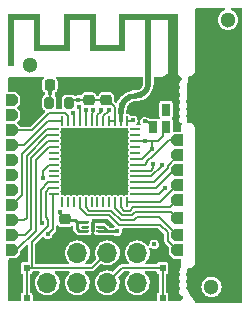
<source format=gbr>
%TF.GenerationSoftware,KiCad,Pcbnew,(6.0.7)*%
%TF.CreationDate,2023-02-02T23:10:42+01:00*%
%TF.ProjectId,ESP31-01_V4,45535033-312d-4303-915f-56342e6b6963,rev?*%
%TF.SameCoordinates,Original*%
%TF.FileFunction,Copper,L1,Top*%
%TF.FilePolarity,Positive*%
%FSLAX46Y46*%
G04 Gerber Fmt 4.6, Leading zero omitted, Abs format (unit mm)*
G04 Created by KiCad (PCBNEW (6.0.7)) date 2023-02-02 23:10:42*
%MOMM*%
%LPD*%
G01*
G04 APERTURE LIST*
G04 Aperture macros list*
%AMRoundRect*
0 Rectangle with rounded corners*
0 $1 Rounding radius*
0 $2 $3 $4 $5 $6 $7 $8 $9 X,Y pos of 4 corners*
0 Add a 4 corners polygon primitive as box body*
4,1,4,$2,$3,$4,$5,$6,$7,$8,$9,$2,$3,0*
0 Add four circle primitives for the rounded corners*
1,1,$1+$1,$2,$3*
1,1,$1+$1,$4,$5*
1,1,$1+$1,$6,$7*
1,1,$1+$1,$8,$9*
0 Add four rect primitives between the rounded corners*
20,1,$1+$1,$2,$3,$4,$5,0*
20,1,$1+$1,$4,$5,$6,$7,0*
20,1,$1+$1,$6,$7,$8,$9,0*
20,1,$1+$1,$8,$9,$2,$3,0*%
%AMOutline5P*
0 Free polygon, 5 corners , with rotation*
0 The origin of the aperture is its center*
0 number of corners: always 5*
0 $1 to $10 corner X, Y*
0 $11 Rotation angle, in degrees counterclockwise*
0 create outline with 5 corners*
4,1,5,$1,$2,$3,$4,$5,$6,$7,$8,$9,$10,$1,$2,$11*%
%AMOutline6P*
0 Free polygon, 6 corners , with rotation*
0 The origin of the aperture is its center*
0 number of corners: always 6*
0 $1 to $12 corner X, Y*
0 $13 Rotation angle, in degrees counterclockwise*
0 create outline with 6 corners*
4,1,6,$1,$2,$3,$4,$5,$6,$7,$8,$9,$10,$11,$12,$1,$2,$13*%
%AMOutline7P*
0 Free polygon, 7 corners , with rotation*
0 The origin of the aperture is its center*
0 number of corners: always 7*
0 $1 to $14 corner X, Y*
0 $15 Rotation angle, in degrees counterclockwise*
0 create outline with 7 corners*
4,1,7,$1,$2,$3,$4,$5,$6,$7,$8,$9,$10,$11,$12,$13,$14,$1,$2,$15*%
%AMOutline8P*
0 Free polygon, 8 corners , with rotation*
0 The origin of the aperture is its center*
0 number of corners: always 8*
0 $1 to $16 corner X, Y*
0 $17 Rotation angle, in degrees counterclockwise*
0 create outline with 8 corners*
4,1,8,$1,$2,$3,$4,$5,$6,$7,$8,$9,$10,$11,$12,$13,$14,$15,$16,$1,$2,$17*%
G04 Aperture macros list end*
%TA.AperFunction,SMDPad,CuDef*%
%ADD10R,0.350000X0.180000*%
%TD*%
%TA.AperFunction,SMDPad,CuDef*%
%ADD11R,0.300000X0.940000*%
%TD*%
%TA.AperFunction,SMDPad,CuDef*%
%ADD12RoundRect,0.225000X0.250000X-0.225000X0.250000X0.225000X-0.250000X0.225000X-0.250000X-0.225000X0*%
%TD*%
%TA.AperFunction,ComponentPad*%
%ADD13Outline6P,-0.500000X0.500000X0.250000X0.500000X0.500000X0.250000X0.500000X-0.250000X0.250000X-0.500000X-0.500000X-0.500000X180.000000*%
%TD*%
%TA.AperFunction,ComponentPad*%
%ADD14Outline6P,-0.500000X0.500000X0.250000X0.500000X0.500000X0.250000X0.500000X-0.250000X0.250000X-0.500000X-0.500000X-0.500000X0.000000*%
%TD*%
%TA.AperFunction,SMDPad,CuDef*%
%ADD15RoundRect,0.225000X-0.225000X-0.250000X0.225000X-0.250000X0.225000X0.250000X-0.225000X0.250000X0*%
%TD*%
%TA.AperFunction,WasherPad*%
%ADD16C,1.300000*%
%TD*%
%TA.AperFunction,SMDPad,CuDef*%
%ADD17RoundRect,0.225000X-0.250000X0.225000X-0.250000X-0.225000X0.250000X-0.225000X0.250000X0.225000X0*%
%TD*%
%TA.AperFunction,SMDPad,CuDef*%
%ADD18RoundRect,0.062500X-0.062500X0.337500X-0.062500X-0.337500X0.062500X-0.337500X0.062500X0.337500X0*%
%TD*%
%TA.AperFunction,SMDPad,CuDef*%
%ADD19RoundRect,0.062500X-0.337500X0.062500X-0.337500X-0.062500X0.337500X-0.062500X0.337500X0.062500X0*%
%TD*%
%TA.AperFunction,SMDPad,CuDef*%
%ADD20R,5.300000X5.300000*%
%TD*%
%TA.AperFunction,ConnectorPad*%
%ADD21R,0.500000X0.500000*%
%TD*%
%TA.AperFunction,ComponentPad*%
%ADD22R,0.900000X0.500000*%
%TD*%
%TA.AperFunction,SMDPad,CuDef*%
%ADD23RoundRect,0.200000X0.200000X0.275000X-0.200000X0.275000X-0.200000X-0.275000X0.200000X-0.275000X0*%
%TD*%
%TA.AperFunction,SMDPad,CuDef*%
%ADD24R,0.600000X0.600000*%
%TD*%
%TA.AperFunction,SMDPad,CuDef*%
%ADD25R,0.800000X1.000000*%
%TD*%
%TA.AperFunction,ComponentPad*%
%ADD26R,1.700000X1.700000*%
%TD*%
%TA.AperFunction,ComponentPad*%
%ADD27O,1.700000X1.700000*%
%TD*%
%TA.AperFunction,ViaPad*%
%ADD28C,0.400000*%
%TD*%
%TA.AperFunction,Conductor*%
%ADD29C,0.220000*%
%TD*%
%TA.AperFunction,Conductor*%
%ADD30C,0.200000*%
%TD*%
%TA.AperFunction,Conductor*%
%ADD31C,0.250000*%
%TD*%
%TA.AperFunction,Conductor*%
%ADD32C,0.500000*%
%TD*%
%TA.AperFunction,Conductor*%
%ADD33C,0.350000*%
%TD*%
G04 APERTURE END LIST*
%TO.C,AE1*%
G36*
X117700000Y-95875000D02*
G01*
X117700000Y-95616842D01*
X118001778Y-95616842D01*
X118008309Y-95666368D01*
X118028868Y-95711553D01*
X118062511Y-95746787D01*
X118081122Y-95757400D01*
X118126637Y-95770300D01*
X118175156Y-95771043D01*
X118217819Y-95758935D01*
X118225731Y-95754581D01*
X118263674Y-95721797D01*
X118287742Y-95679395D01*
X118297583Y-95631785D01*
X118292847Y-95583378D01*
X118273185Y-95538584D01*
X118238245Y-95501814D01*
X118205353Y-95484908D01*
X118157267Y-95477018D01*
X118107682Y-95483592D01*
X118062372Y-95503687D01*
X118027112Y-95536357D01*
X118010218Y-95568583D01*
X118001778Y-95616842D01*
X117700000Y-95616842D01*
X117700000Y-90975000D01*
X116300000Y-90975000D01*
X116300000Y-95875000D01*
X115800000Y-95875000D01*
X115800000Y-90975000D01*
X114100000Y-90975000D01*
X114100000Y-93615000D01*
X111100000Y-93615000D01*
X111100000Y-90975000D01*
X109400000Y-90975000D01*
X109400000Y-93615000D01*
X106400000Y-93615000D01*
X106400000Y-90975000D01*
X104700000Y-90975000D01*
X104700000Y-94915000D01*
X104200000Y-94915000D01*
X104200000Y-90475000D01*
X106900000Y-90475000D01*
X106900000Y-93115000D01*
X108900000Y-93115000D01*
X108900000Y-90475000D01*
X111600000Y-90475000D01*
X111600000Y-93115000D01*
X113600000Y-93115000D01*
X113600000Y-90475000D01*
X118600000Y-90475000D01*
X118600000Y-95875000D01*
X117700000Y-95875000D01*
G37*
%TD*%
D10*
%TO.P,U1,1,OUT*%
%TO.N,+3V3*%
X111825000Y-108900000D03*
%TO.P,U1,2,OUT*%
X111825000Y-108500000D03*
%TO.P,U1,3,GND*%
%TO.N,GND*%
X111825000Y-108100000D03*
%TO.P,U1,4,EN*%
%TO.N,Net-(C1-Pad2)*%
X110875000Y-108100000D03*
%TO.P,U1,5,NC*%
%TO.N,unconnected-(U1-Pad5)*%
X110875000Y-108500000D03*
%TO.P,U1,6,IN*%
%TO.N,Net-(C1-Pad2)*%
X110875000Y-108900000D03*
D11*
%TO.P,U1,7,PAD*%
%TO.N,GND*%
X111350000Y-108500000D03*
%TD*%
D12*
%TO.P,C1,1*%
%TO.N,GND*%
X109000000Y-109425000D03*
%TO.P,C1,2*%
%TO.N,Net-(C1-Pad2)*%
X109000000Y-107875000D03*
%TD*%
D13*
%TO.P,J5,1,Pin_1*%
%TO.N,/IO5*%
X118500000Y-107780000D03*
%TD*%
%TO.P,J10,1,Pin_1*%
%TO.N,/IO21*%
X118500000Y-101180000D03*
%TD*%
%TO.P,J7,1,Pin_1*%
%TO.N,/IO10*%
X118500000Y-109230000D03*
%TD*%
D14*
%TO.P,J18,1,Pin_1*%
%TO.N,/IO34*%
X104500000Y-102870000D03*
%TD*%
D13*
%TO.P,J9,1,Pin_1*%
%TO.N,/IO19*%
X118500000Y-103720000D03*
%TD*%
D15*
%TO.P,C2,1*%
%TO.N,/EN*%
X107725000Y-96500000D03*
%TO.P,C2,2*%
%TO.N,GND*%
X109275000Y-96500000D03*
%TD*%
D13*
%TO.P,J6,1,Pin_1*%
%TO.N,/IO9*%
X118500000Y-110500000D03*
%TD*%
%TO.P,J12,1,Pin_1*%
%TO.N,/IO23*%
X118500000Y-104990000D03*
%TD*%
D14*
%TO.P,J19,1,Pin_1*%
%TO.N,/IO35*%
X104500000Y-100330000D03*
%TD*%
D16*
%TO.P,REF\u002A\u002A,*%
%TO.N,*%
X106000000Y-94800000D03*
%TD*%
D14*
%TO.P,J13,1,Pin_1*%
%TO.N,/IO25*%
X104500000Y-107950000D03*
%TD*%
D17*
%TO.P,C3,1*%
%TO.N,GND*%
X111000000Y-96225000D03*
%TO.P,C3,2*%
%TO.N,+3V3*%
X111000000Y-97775000D03*
%TD*%
D16*
%TO.P,,*%
%TO.N,*%
X122800000Y-91000000D03*
%TD*%
D17*
%TO.P,C4,1*%
%TO.N,GND*%
X112500000Y-96225000D03*
%TO.P,C4,2*%
%TO.N,+3V3*%
X112500000Y-97775000D03*
%TD*%
D14*
%TO.P,J15,1,Pin_1*%
%TO.N,/IO27*%
X104500000Y-110490000D03*
%TD*%
%TO.P,J17,1,Pin_1*%
%TO.N,/IO33*%
X104500000Y-106680000D03*
%TD*%
%TO.P,J14,1,Pin_1*%
%TO.N,/IO26*%
X104500000Y-109220000D03*
%TD*%
D13*
%TO.P,J8,1,Pin_1*%
%TO.N,/IO18*%
X118500000Y-106260000D03*
%TD*%
D18*
%TO.P,U2,1,VDDA*%
%TO.N,+3V3*%
X114250000Y-99550000D03*
%TO.P,U2,2,LNA_IN*%
%TO.N,Net-(AE1-Pad1)*%
X113750000Y-99550000D03*
%TO.P,U2,3,VDDA3P3*%
%TO.N,+3V3*%
X113250000Y-99550000D03*
%TO.P,U2,4,VDDA3P3*%
X112750000Y-99550000D03*
%TO.P,U2,5,SENSOR_VP*%
%TO.N,/SENS_VP*%
X112250000Y-99550000D03*
%TO.P,U2,6,SENSOR_CAPP*%
%TO.N,/CAPP*%
X111750000Y-99550000D03*
%TO.P,U2,7,SENSOR_CAPN*%
%TO.N,/CAPN*%
X111250000Y-99550000D03*
%TO.P,U2,8,SENSOR_VN*%
%TO.N,/SENS_VN*%
X110750000Y-99550000D03*
%TO.P,U2,9,EN*%
%TO.N,/EN*%
X110250000Y-99550000D03*
%TO.P,U2,10,IO34*%
%TO.N,/IO34*%
X109750000Y-99550000D03*
%TO.P,U2,11,IO35*%
%TO.N,/IO35*%
X109250000Y-99550000D03*
%TO.P,U2,12,IO32*%
%TO.N,/IO32*%
X108750000Y-99550000D03*
D19*
%TO.P,U2,13,IO33*%
%TO.N,/IO33*%
X108050000Y-100250000D03*
%TO.P,U2,14,IO25*%
%TO.N,/IO25*%
X108050000Y-100750000D03*
%TO.P,U2,15,IO26*%
%TO.N,/IO26*%
X108050000Y-101250000D03*
%TO.P,U2,16,IO27*%
%TO.N,/IO27*%
X108050000Y-101750000D03*
%TO.P,U2,17,IO14*%
%TO.N,unconnected-(U2-Pad17)*%
X108050000Y-102250000D03*
%TO.P,U2,18,IO12*%
%TO.N,unconnected-(U2-Pad18)*%
X108050000Y-102750000D03*
%TO.P,U2,19,VDD3P3_RTC*%
%TO.N,+3V3*%
X108050000Y-103250000D03*
%TO.P,U2,20,IO13*%
%TO.N,unconnected-(U2-Pad20)*%
X108050000Y-103750000D03*
%TO.P,U2,21,IO15*%
%TO.N,unconnected-(U2-Pad21)*%
X108050000Y-104250000D03*
%TO.P,U2,22,IO2*%
%TO.N,/IO2*%
X108050000Y-104750000D03*
%TO.P,U2,23,IO0*%
%TO.N,/IO0*%
X108050000Y-105250000D03*
%TO.P,U2,24,IO4*%
%TO.N,/IO4*%
X108050000Y-105750000D03*
D18*
%TO.P,U2,25,IO16*%
%TO.N,unconnected-(U2-Pad25)*%
X108750000Y-106450000D03*
%TO.P,U2,26,VDD_SDIO*%
%TO.N,unconnected-(U2-Pad26)*%
X109250000Y-106450000D03*
%TO.P,U2,27,IO17*%
%TO.N,unconnected-(U2-Pad27)*%
X109750000Y-106450000D03*
%TO.P,U2,28,SD2/IO9*%
%TO.N,/IO9*%
X110250000Y-106450000D03*
%TO.P,U2,29,SD3/IO10*%
%TO.N,/IO10*%
X110750000Y-106450000D03*
%TO.P,U2,30,CMD*%
%TO.N,unconnected-(U2-Pad30)*%
X111250000Y-106450000D03*
%TO.P,U2,31,CLK*%
%TO.N,unconnected-(U2-Pad31)*%
X111750000Y-106450000D03*
%TO.P,U2,32,SD0*%
%TO.N,unconnected-(U2-Pad32)*%
X112250000Y-106450000D03*
%TO.P,U2,33,SD1*%
%TO.N,unconnected-(U2-Pad33)*%
X112750000Y-106450000D03*
%TO.P,U2,34,IO5*%
%TO.N,/IO5*%
X113250000Y-106450000D03*
%TO.P,U2,35,IO18*%
%TO.N,/IO18*%
X113750000Y-106450000D03*
%TO.P,U2,36,IO23*%
%TO.N,/IO23*%
X114250000Y-106450000D03*
D19*
%TO.P,U2,37,VDD3P3_CPU*%
%TO.N,+3V3*%
X114950000Y-105750000D03*
%TO.P,U2,38,IO19*%
%TO.N,/IO19*%
X114950000Y-105250000D03*
%TO.P,U2,39,IO22*%
%TO.N,/IO22*%
X114950000Y-104750000D03*
%TO.P,U2,40,U0RXD/IO3*%
%TO.N,/IO3*%
X114950000Y-104250000D03*
%TO.P,U2,41,U0TXD/IO1*%
%TO.N,/IO1*%
X114950000Y-103750000D03*
%TO.P,U2,42,IO21*%
%TO.N,/IO21*%
X114950000Y-103250000D03*
%TO.P,U2,43,VDDA*%
%TO.N,+3V3*%
X114950000Y-102750000D03*
%TO.P,U2,44,XTAL_N_NC*%
%TO.N,unconnected-(U2-Pad44)*%
X114950000Y-102250000D03*
%TO.P,U2,45,XTAL_P_NC*%
%TO.N,unconnected-(U2-Pad45)*%
X114950000Y-101750000D03*
%TO.P,U2,46,VDDA*%
%TO.N,+3V3*%
X114950000Y-101250000D03*
%TO.P,U2,47,CAP2_NC*%
%TO.N,unconnected-(U2-Pad47)*%
X114950000Y-100750000D03*
%TO.P,U2,48,CAP1_NC*%
%TO.N,unconnected-(U2-Pad48)*%
X114950000Y-100250000D03*
D20*
%TO.P,U2,49,GND*%
%TO.N,GND*%
X111500000Y-103000000D03*
%TD*%
D21*
%TO.P,AE1,1,A*%
%TO.N,Net-(AE1-Pad1)*%
X116050000Y-95625000D03*
D22*
%TO.P,AE1,2,Shield*%
%TO.N,GND*%
X118150000Y-95625000D03*
%TD*%
D14*
%TO.P,J3,1,Pin_1*%
%TO.N,/CAPN*%
X104500000Y-105410000D03*
%TD*%
%TO.P,J4,1,Pin_1*%
%TO.N,/SENS_VN*%
X104500000Y-104140000D03*
%TD*%
D13*
%TO.P,J11,1,Pin_1*%
%TO.N,/IO22*%
X118500000Y-102450000D03*
%TD*%
D23*
%TO.P,R1,1*%
%TO.N,+3V3*%
X109325000Y-98000000D03*
%TO.P,R1,2*%
%TO.N,/EN*%
X107675000Y-98000000D03*
%TD*%
D16*
%TO.P,,*%
%TO.N,*%
X121400000Y-113600000D03*
%TD*%
D24*
%TO.P,SW1,1,1*%
%TO.N,GND*%
X118456000Y-111984000D03*
X118456000Y-114584000D03*
%TO.P,SW1,2,2*%
%TO.N,/EN*%
X117256000Y-114584000D03*
X117256000Y-111984000D03*
%TD*%
%TO.P,SW2,1,1*%
%TO.N,GND*%
X104556000Y-111984000D03*
X104556000Y-114584000D03*
%TO.P,SW2,2,2*%
%TO.N,/IO0*%
X105756000Y-114584000D03*
X105756000Y-111984000D03*
%TD*%
D14*
%TO.P,J1,1,Pin_1*%
%TO.N,/SENS_VP*%
X104500000Y-97790000D03*
%TD*%
%TO.P,J16,1,Pin_1*%
%TO.N,/IO32*%
X104500000Y-101600000D03*
%TD*%
D25*
%TO.P,D1,1,DOUT*%
%TO.N,unconnected-(D1-Pad1)*%
X117550000Y-98590000D03*
%TO.P,D1,2,VSS*%
%TO.N,GND*%
X116450000Y-98590000D03*
%TO.P,D1,3,DIN*%
%TO.N,Net-(D1-Pad3)*%
X116450000Y-100090000D03*
%TO.P,D1,4,VDD*%
%TO.N,+3V3*%
X117550000Y-100090000D03*
%TD*%
D14*
%TO.P,J2,1,Pin_1*%
%TO.N,/CAPP*%
X104500000Y-99060000D03*
%TD*%
D26*
%TO.P,J20,1,Pin_1*%
%TO.N,GND*%
X107500000Y-110725000D03*
D27*
%TO.P,J20,2,Pin_2*%
%TO.N,/IO1*%
X107500000Y-113265000D03*
%TO.P,J20,3,Pin_3*%
%TO.N,/IO2*%
X110040000Y-110725000D03*
%TO.P,J20,4,Pin_4*%
%TO.N,/IO4*%
X110040000Y-113265000D03*
%TO.P,J20,5,Pin_5*%
%TO.N,/IO0*%
X112580000Y-110725000D03*
%TO.P,J20,6,Pin_6*%
%TO.N,/EN*%
X112580000Y-113265000D03*
%TO.P,J20,7,Pin_7*%
%TO.N,/IO3*%
X115120000Y-110725000D03*
%TO.P,J20,8,Pin_8*%
%TO.N,VIN*%
X115120000Y-113265000D03*
%TD*%
D28*
%TO.N,GND*%
X112681885Y-108225484D03*
%TO.N,Net-(D1-Pad3)*%
X115750000Y-99600000D03*
%TO.N,Net-(C1-Pad2)*%
X108541403Y-107225792D03*
X116550000Y-110000000D03*
%TO.N,+3V3*%
X113400000Y-108900000D03*
%TO.N,GND*%
X117350000Y-96150000D03*
X116130000Y-97680000D03*
X105500000Y-99300000D03*
X113900000Y-97100000D03*
X104550000Y-96200000D03*
X113550000Y-96200000D03*
X114850000Y-98150000D03*
X118500000Y-98500000D03*
X116530000Y-97200000D03*
X116750000Y-96050000D03*
X111500000Y-103000000D03*
X106650000Y-98200000D03*
X108508800Y-97256600D03*
X116500000Y-111100000D03*
X104500000Y-113750000D03*
X110500000Y-102000000D03*
X108740000Y-113670000D03*
X118450000Y-97825000D03*
X118500000Y-100000000D03*
X115350000Y-96050000D03*
X116750000Y-96600000D03*
X115150000Y-96600000D03*
X112500000Y-102000000D03*
X112500000Y-104000000D03*
X118450000Y-96250000D03*
X111750000Y-96200000D03*
X118500000Y-99250000D03*
X114503200Y-96800000D03*
X114400000Y-96200000D03*
X113374500Y-97587566D03*
X110150000Y-96200000D03*
X118500000Y-112750000D03*
X104500000Y-112750000D03*
X118425000Y-97000000D03*
X110500000Y-104000000D03*
X118500000Y-113750000D03*
X115450000Y-98050000D03*
X114450000Y-98700000D03*
%TO.N,/EN*%
X107725000Y-97227600D03*
X110162095Y-98373291D03*
%TO.N,+3V3*%
X110124000Y-97775000D03*
X114750000Y-99500000D03*
X116396800Y-101896800D03*
X115750000Y-101250000D03*
X107100000Y-104400000D03*
X117495701Y-105195701D03*
%TO.N,/IO1*%
X116464297Y-103214297D03*
%TO.N,/IO2*%
X107069740Y-108169740D03*
%TO.N,/IO4*%
X107542579Y-109142578D03*
%TO.N,/IO3*%
X117211935Y-103241894D03*
%TO.N,/SENS_VN*%
X110808929Y-98625870D03*
%TO.N,/SENS_VP*%
X112700500Y-98625000D03*
%TO.N,/CAPP*%
X112057502Y-98617052D03*
%TO.N,/CAPN*%
X111408098Y-98605879D03*
%TO.N,/IO34*%
X109668798Y-98858724D03*
%TD*%
D29*
%TO.N,Net-(C1-Pad2)*%
X110000000Y-108100000D02*
X110000000Y-108714980D01*
X110000000Y-108714980D02*
X110185020Y-108900000D01*
X110875000Y-108100000D02*
X110000000Y-108100000D01*
D30*
X110235020Y-108100000D02*
X110300000Y-108100000D01*
X110000499Y-108715479D02*
X110000499Y-108334521D01*
X110185020Y-108900000D02*
X110000499Y-108715479D01*
D29*
%TO.N,unconnected-(U1-Pad5)*%
X110875000Y-108500000D02*
X110400000Y-108500000D01*
%TO.N,Net-(C1-Pad2)*%
X110875000Y-108900000D02*
X110185020Y-108900000D01*
D30*
X110300000Y-108100000D02*
X110000000Y-108100000D01*
X110875000Y-108100000D02*
X110300000Y-108100000D01*
D29*
X110000000Y-108100000D02*
X109850000Y-107950000D01*
%TO.N,+3V3*%
X112450000Y-108700000D02*
X112450000Y-108900000D01*
X112250000Y-108500000D02*
X112450000Y-108700000D01*
X111825000Y-108500000D02*
X112250000Y-108500000D01*
X111825000Y-108900000D02*
X113400000Y-108900000D01*
D30*
%TO.N,GND*%
X112556401Y-108100000D02*
X112681885Y-108225484D01*
X111825000Y-108100000D02*
X112556401Y-108100000D01*
%TO.N,Net-(D1-Pad3)*%
X115960000Y-99600000D02*
X116450000Y-100090000D01*
X115750000Y-99600000D02*
X115960000Y-99600000D01*
%TO.N,Net-(C1-Pad2)*%
X108541403Y-107416403D02*
X109000000Y-107875000D01*
X108541403Y-107225792D02*
X108541403Y-107416403D01*
%TO.N,+3V3*%
X113350000Y-108950000D02*
X113400000Y-108900000D01*
D29*
%TO.N,Net-(C1-Pad2)*%
X109850000Y-107950000D02*
X109075000Y-107950000D01*
D30*
X109075000Y-107950000D02*
X109000000Y-107875000D01*
D31*
%TO.N,GND*%
X118700000Y-95900000D02*
X118425000Y-95625000D01*
X118425000Y-95625000D02*
X118150000Y-95625000D01*
X118150000Y-95625000D02*
X118347200Y-95427800D01*
X118150000Y-95625000D02*
X117975000Y-95625000D01*
X118700000Y-96000000D02*
X118700000Y-95900000D01*
X117500000Y-95900000D02*
X117600000Y-96000000D01*
X118150000Y-95625000D02*
X118150000Y-95650000D01*
D30*
X116550000Y-98590000D02*
X116550000Y-98370000D01*
D31*
X117600000Y-96000000D02*
X118700000Y-96000000D01*
X117500000Y-95800000D02*
X117500000Y-95900000D01*
X118150000Y-95625000D02*
X118375000Y-95625000D01*
X118150000Y-95625000D02*
X117675000Y-95625000D01*
X117500000Y-95800000D02*
X117975000Y-95800000D01*
D30*
X116550000Y-98590000D02*
X116550000Y-98440000D01*
D31*
X117975000Y-95800000D02*
X118150000Y-95625000D01*
X117675000Y-95625000D02*
X117500000Y-95800000D01*
%TO.N,Net-(AE1-Pad1)*%
X114985800Y-97409000D02*
X115011948Y-97409000D01*
D32*
X116050000Y-96374625D02*
X116050000Y-95625000D01*
X113750000Y-98627249D02*
X113750000Y-98918822D01*
D31*
X114096800Y-97790000D02*
X114118589Y-97768211D01*
D33*
X113750000Y-99550000D02*
X113750000Y-98918822D01*
D32*
X115747815Y-97104215D02*
G75*
G02*
X115011948Y-97409000I-735815J735815D01*
G01*
X116050010Y-96374625D02*
G75*
G02*
X115747800Y-97104200I-1031810J25D01*
G01*
X114985800Y-97408994D02*
G75*
G03*
X114118589Y-97768211I0J-1226406D01*
G01*
X114096786Y-97789986D02*
G75*
G03*
X113750000Y-98627249I837214J-837214D01*
G01*
D30*
%TO.N,/EN*%
X110250000Y-98461196D02*
X110162095Y-98373291D01*
X113821000Y-111984000D02*
X112540000Y-113265000D01*
X110250000Y-99550000D02*
X110250000Y-98461196D01*
X107725000Y-96500000D02*
X107725000Y-97950000D01*
X117256000Y-111984000D02*
X113821000Y-111984000D01*
X117256000Y-114584000D02*
X117256000Y-111984000D01*
X110250000Y-99550000D02*
X110250000Y-98665365D01*
X107725000Y-97950000D02*
X107675000Y-98000000D01*
%TO.N,+3V3*%
X116396800Y-101303200D02*
X116450000Y-101250000D01*
X113200011Y-98385234D02*
X112589777Y-97775000D01*
X114250000Y-99550000D02*
X114700000Y-99550000D01*
X114950000Y-102750000D02*
X115543600Y-102750000D01*
X112750000Y-99550000D02*
X113250000Y-99550000D01*
X108050000Y-103250000D02*
X107630954Y-103250000D01*
X117299511Y-100829609D02*
X116879120Y-101250000D01*
X114950000Y-105750000D02*
X116941402Y-105750000D01*
X116941402Y-105750000D02*
X117495701Y-105195701D01*
X117700000Y-100090000D02*
X117299511Y-100490489D01*
X114700000Y-99550000D02*
X114750000Y-99500000D01*
X115543600Y-102750000D02*
X116396800Y-101896800D01*
X112500000Y-97775000D02*
X111000000Y-97775000D01*
X113200011Y-99500011D02*
X113200011Y-98385234D01*
X113250000Y-99550000D02*
X113200011Y-99500011D01*
X114950000Y-101250000D02*
X115750000Y-101250000D01*
X107630954Y-103250000D02*
X107100000Y-103780954D01*
X116450000Y-101250000D02*
X115750000Y-101250000D01*
X107100000Y-103780954D02*
X107100000Y-104400000D01*
X110124000Y-97775000D02*
X109550000Y-97775000D01*
X112589777Y-97775000D02*
X112500000Y-97775000D01*
X116396800Y-101896800D02*
X116396800Y-101303200D01*
X109550000Y-97775000D02*
X109325000Y-98000000D01*
X117299511Y-100490489D02*
X117299511Y-100829609D01*
X116879120Y-101250000D02*
X116450000Y-101250000D01*
X111000000Y-97775000D02*
X110124000Y-97775000D01*
%TO.N,/IO1*%
X116252491Y-103750000D02*
X114950000Y-103750000D01*
X116464297Y-103538194D02*
X116252491Y-103750000D01*
X116464297Y-103214297D02*
X116464297Y-103538194D01*
%TO.N,/IO2*%
X107565948Y-104750000D02*
X108050000Y-104750000D01*
X106950961Y-105364987D02*
X107565948Y-104750000D01*
X106950961Y-108050961D02*
X106950961Y-105364987D01*
X107069740Y-108169740D02*
X106950961Y-108050961D01*
%TO.N,/IO4*%
X107968771Y-105831229D02*
X108050000Y-105750000D01*
X107968771Y-108716386D02*
X107968771Y-105831229D01*
X107542579Y-109142578D02*
X107968771Y-108716386D01*
%TO.N,/IO0*%
X106184000Y-109794757D02*
X106184000Y-111984000D01*
X112540000Y-110725000D02*
X111281000Y-111984000D01*
X107569251Y-108409506D02*
X106184000Y-109794757D01*
X106184000Y-111984000D02*
X105756000Y-111984000D01*
X107350481Y-105530473D02*
X107350481Y-107711204D01*
X111281000Y-111984000D02*
X106184000Y-111984000D01*
X105756000Y-114584000D02*
X105756000Y-111984000D01*
X107630954Y-105250000D02*
X107350481Y-105530473D01*
X107350481Y-107711204D02*
X107569251Y-107929974D01*
X107569251Y-107929974D02*
X107569251Y-108409506D01*
X108050000Y-105250000D02*
X107630954Y-105250000D01*
%TO.N,/IO3*%
X117211935Y-103241894D02*
X117211935Y-103355562D01*
X116317497Y-104250000D02*
X114950000Y-104250000D01*
X117211935Y-103355562D02*
X116317497Y-104250000D01*
%TO.N,/SENS_VN*%
X110808929Y-98625870D02*
X110808929Y-98897645D01*
X110808929Y-98897645D02*
X110750000Y-98956574D01*
X110750000Y-98956574D02*
X110750000Y-99550000D01*
%TO.N,/SENS_VP*%
X112700500Y-98625000D02*
X112700500Y-98680454D01*
X112700500Y-98680454D02*
X112250000Y-99130954D01*
X112250000Y-99130954D02*
X112250000Y-99550000D01*
%TO.N,/CAPP*%
X111750000Y-99065948D02*
X111750000Y-99550000D01*
X112057502Y-98758446D02*
X111750000Y-99065948D01*
X112057502Y-98617052D02*
X112057502Y-98758446D01*
%TO.N,/CAPN*%
X111408098Y-98772132D02*
X111250000Y-98930230D01*
X111408098Y-98605879D02*
X111408098Y-98772132D01*
X111250000Y-98930230D02*
X111250000Y-99550000D01*
%TO.N,/IO5*%
X113250000Y-106934052D02*
X113864988Y-107549040D01*
X114635013Y-107549039D02*
X114935012Y-107249040D01*
X113250000Y-106450000D02*
X113250000Y-106934052D01*
X117969040Y-107249040D02*
X118500000Y-107780000D01*
X113864988Y-107549040D02*
X114635013Y-107549039D01*
X114935012Y-107249040D02*
X117969040Y-107249040D01*
%TO.N,/IO9*%
X113534017Y-108348080D02*
X117053074Y-108348080D01*
X117700480Y-109700480D02*
X118500000Y-110500000D01*
X110250000Y-106934052D02*
X110864988Y-107549040D01*
X112734977Y-107549040D02*
X113534017Y-108348080D01*
X117700480Y-108995486D02*
X117700480Y-109700480D01*
X110864988Y-107549040D02*
X112734977Y-107549040D01*
X117053074Y-108348080D02*
X117700480Y-108995486D01*
X110250000Y-106450000D02*
X110250000Y-106934052D01*
%TO.N,/IO10*%
X116918560Y-107648560D02*
X118500000Y-109230000D01*
X110750000Y-106869046D02*
X111030474Y-107149520D01*
X115100498Y-107648560D02*
X116918560Y-107648560D01*
X113699502Y-107948560D02*
X114800500Y-107948558D01*
X112900462Y-107149520D02*
X113699502Y-107948560D01*
X114800500Y-107948558D02*
X115100498Y-107648560D01*
X110750000Y-106450000D02*
X110750000Y-106869046D01*
X111030474Y-107149520D02*
X112900462Y-107149520D01*
%TO.N,/IO18*%
X113750000Y-106869046D02*
X114030474Y-107149520D01*
X114469526Y-107149520D02*
X114769526Y-106849520D01*
X114030474Y-107149520D02*
X114469526Y-107149520D01*
X117910480Y-106849520D02*
X118500000Y-106260000D01*
X114769526Y-106849520D02*
X117910480Y-106849520D01*
X113750000Y-106450000D02*
X113750000Y-106869046D01*
%TO.N,/IO19*%
X116735000Y-105250000D02*
X118265000Y-103720000D01*
X114950000Y-105250000D02*
X116735000Y-105250000D01*
X118265000Y-103720000D02*
X118500000Y-103720000D01*
%TO.N,/IO21*%
X115964786Y-103035214D02*
X115750000Y-103250000D01*
X117820000Y-101180000D02*
X116285214Y-102714786D01*
X115964786Y-102974531D02*
X115964786Y-103035214D01*
X116224531Y-102714786D02*
X115964786Y-102974531D01*
X115750000Y-103250000D02*
X114950000Y-103250000D01*
X116285214Y-102714786D02*
X116224531Y-102714786D01*
X118500000Y-101180000D02*
X117820000Y-101180000D01*
%TO.N,/IO22*%
X117700480Y-103345934D02*
X118500000Y-102546414D01*
X117700480Y-103549520D02*
X117700480Y-103345934D01*
X118500000Y-102546414D02*
X118500000Y-102450000D01*
X114950000Y-104750000D02*
X116500000Y-104750000D01*
X116500000Y-104750000D02*
X117700480Y-103549520D01*
%TO.N,/IO23*%
X117040000Y-106450000D02*
X118500000Y-104990000D01*
X114250000Y-106450000D02*
X117040000Y-106450000D01*
%TO.N,/IO25*%
X105752402Y-102498540D02*
X107500942Y-100750000D01*
X107500942Y-100750000D02*
X108050000Y-100750000D01*
X104500000Y-107950000D02*
X105550000Y-107950000D01*
X105752401Y-107747599D02*
X105752402Y-102498540D01*
X105550000Y-107950000D02*
X105752401Y-107747599D01*
%TO.N,/IO26*%
X107565948Y-101250000D02*
X106151921Y-102664027D01*
X105595868Y-109220000D02*
X106151921Y-108663947D01*
X104500000Y-109220000D02*
X105595868Y-109220000D01*
X106151921Y-108663947D02*
X106151921Y-107543796D01*
X106151921Y-102664027D02*
X106151921Y-107500000D01*
X108050000Y-101250000D02*
X107565948Y-101250000D01*
%TO.N,/IO27*%
X108050000Y-101750000D02*
X107630954Y-101750000D01*
X106551441Y-102829513D02*
X106551441Y-108829433D01*
X106551441Y-108829433D02*
X104890874Y-110490000D01*
X104890874Y-110490000D02*
X104500000Y-110490000D01*
X107630954Y-101750000D02*
X106551441Y-102829513D01*
%TO.N,/IO32*%
X107550000Y-99550000D02*
X105500000Y-101600000D01*
X105500000Y-101600000D02*
X104500000Y-101600000D01*
X108750000Y-99550000D02*
X107550000Y-99550000D01*
%TO.N,/IO33*%
X107435936Y-100250000D02*
X108050000Y-100250000D01*
X104500000Y-106680000D02*
X105352883Y-105827117D01*
X105352883Y-105827117D02*
X105352883Y-102333053D01*
X105352883Y-102333053D02*
X107435936Y-100250000D01*
%TO.N,/IO34*%
X109750000Y-98939926D02*
X109668798Y-98858724D01*
X109750000Y-99550000D02*
X109750000Y-98939926D01*
%TO.N,/IO35*%
X108969526Y-98850480D02*
X107684514Y-98850480D01*
X106204994Y-100330000D02*
X104500000Y-100330000D01*
X109250000Y-99550000D02*
X109250000Y-99130954D01*
X107684514Y-98850480D02*
X106204994Y-100330000D01*
X109250000Y-99130954D02*
X108969526Y-98850480D01*
%TD*%
%TA.AperFunction,Conductor*%
%TO.N,GND*%
G36*
X105829445Y-110073143D02*
G01*
X105872710Y-110116408D01*
X105883500Y-110161353D01*
X105883500Y-111384500D01*
X105864593Y-111442691D01*
X105815093Y-111478655D01*
X105784500Y-111483500D01*
X105436252Y-111483500D01*
X105410005Y-111488721D01*
X105387334Y-111493230D01*
X105387332Y-111493231D01*
X105377769Y-111495133D01*
X105311448Y-111539448D01*
X105267133Y-111605769D01*
X105265231Y-111615332D01*
X105265230Y-111615334D01*
X105261312Y-111635034D01*
X105255500Y-111664252D01*
X105255500Y-112303748D01*
X105256448Y-112308512D01*
X105264302Y-112347997D01*
X105267133Y-112362231D01*
X105311448Y-112428552D01*
X105377769Y-112472867D01*
X105387333Y-112474769D01*
X105394386Y-112477691D01*
X105440912Y-112517428D01*
X105455500Y-112569155D01*
X105455500Y-113998845D01*
X105436593Y-114057036D01*
X105394386Y-114090309D01*
X105387333Y-114093231D01*
X105377769Y-114095133D01*
X105311448Y-114139448D01*
X105267133Y-114205769D01*
X105255500Y-114264252D01*
X105255500Y-114700500D01*
X105236593Y-114758691D01*
X105187093Y-114794655D01*
X105156500Y-114799500D01*
X104299500Y-114799500D01*
X104241309Y-114780593D01*
X104205345Y-114731093D01*
X104200500Y-114700500D01*
X104200500Y-111289500D01*
X104219407Y-111231309D01*
X104268907Y-111195345D01*
X104299499Y-111190500D01*
X104742990Y-111190501D01*
X104769841Y-111190501D01*
X104774644Y-111189538D01*
X104774647Y-111189538D01*
X104819015Y-111180645D01*
X104819018Y-111180644D01*
X104828561Y-111178731D01*
X104877745Y-111145805D01*
X105155804Y-110867746D01*
X105189003Y-110817901D01*
X105200500Y-110759838D01*
X105200500Y-110646353D01*
X105219407Y-110588162D01*
X105229496Y-110576349D01*
X105714496Y-110091349D01*
X105769013Y-110063572D01*
X105829445Y-110073143D01*
G37*
%TD.AperFunction*%
%TA.AperFunction,Conductor*%
G36*
X112627689Y-107868447D02*
G01*
X112639502Y-107878536D01*
X113179757Y-108418792D01*
X113207534Y-108473309D01*
X113197963Y-108533741D01*
X113168162Y-108568636D01*
X113162088Y-108571731D01*
X113107408Y-108589500D01*
X112805727Y-108589500D01*
X112747536Y-108570593D01*
X112719923Y-108536030D01*
X112718879Y-108536665D01*
X112715248Y-108530698D01*
X112712490Y-108524279D01*
X112708340Y-108519226D01*
X112703559Y-108514445D01*
X112689289Y-108496391D01*
X112684004Y-108487818D01*
X112674381Y-108480500D01*
X112659824Y-108469431D01*
X112649745Y-108460631D01*
X112508750Y-108319637D01*
X112505841Y-108316268D01*
X112503592Y-108311666D01*
X112485218Y-108294621D01*
X112466098Y-108276885D01*
X112463422Y-108274309D01*
X112449138Y-108260025D01*
X112445377Y-108257444D01*
X112445203Y-108257300D01*
X112441156Y-108253747D01*
X112418790Y-108233000D01*
X112410300Y-108229613D01*
X112410299Y-108229612D01*
X112407397Y-108228454D01*
X112388086Y-108218143D01*
X112385515Y-108216380D01*
X112385514Y-108216380D01*
X112377975Y-108211208D01*
X112350962Y-108204797D01*
X112337139Y-108200425D01*
X112317844Y-108192727D01*
X112317843Y-108192727D01*
X112311354Y-108190138D01*
X112304847Y-108189500D01*
X112298091Y-108189500D01*
X112275231Y-108186825D01*
X112274323Y-108186609D01*
X112274321Y-108186609D01*
X112265430Y-108184499D01*
X112236287Y-108188465D01*
X112235327Y-108188596D01*
X112221976Y-108189500D01*
X111796124Y-108189500D01*
X111711285Y-108205301D01*
X111711214Y-108204918D01*
X111686615Y-108209500D01*
X111630252Y-108209500D01*
X111605055Y-108214512D01*
X111581334Y-108219230D01*
X111581332Y-108219231D01*
X111571769Y-108221133D01*
X111505448Y-108265448D01*
X111461133Y-108331769D01*
X111449500Y-108390252D01*
X111449500Y-108609748D01*
X111461133Y-108668231D01*
X111461140Y-108668242D01*
X111465459Y-108723111D01*
X111464077Y-108727362D01*
X111461133Y-108731769D01*
X111459232Y-108741327D01*
X111459231Y-108741329D01*
X111457789Y-108748580D01*
X111449500Y-108790252D01*
X111449500Y-109009748D01*
X111461133Y-109068231D01*
X111505448Y-109134552D01*
X111571769Y-109178867D01*
X111581332Y-109180769D01*
X111581334Y-109180770D01*
X111604005Y-109185279D01*
X111630252Y-109190500D01*
X111696095Y-109190500D01*
X111732779Y-109197548D01*
X111757153Y-109207272D01*
X111757156Y-109207273D01*
X111763646Y-109209862D01*
X111770153Y-109210500D01*
X112392016Y-109210500D01*
X112401678Y-109210973D01*
X112410399Y-109211828D01*
X112419176Y-109214370D01*
X112428278Y-109213582D01*
X112428280Y-109213582D01*
X112459602Y-109210869D01*
X112468144Y-109210500D01*
X113107408Y-109210500D01*
X113161625Y-109228115D01*
X113161658Y-109228050D01*
X113162067Y-109228259D01*
X113162070Y-109228260D01*
X113168597Y-109231586D01*
X113168599Y-109231587D01*
X113267756Y-109282110D01*
X113274696Y-109285646D01*
X113282390Y-109286865D01*
X113282391Y-109286865D01*
X113392303Y-109304273D01*
X113400000Y-109305492D01*
X113407697Y-109304273D01*
X113517609Y-109286865D01*
X113517610Y-109286865D01*
X113525304Y-109285646D01*
X113532244Y-109282110D01*
X113631403Y-109231586D01*
X113631405Y-109231585D01*
X113638342Y-109228050D01*
X113728050Y-109138342D01*
X113734114Y-109126442D01*
X113782110Y-109032244D01*
X113782110Y-109032243D01*
X113785646Y-109025304D01*
X113787356Y-109014512D01*
X113804273Y-108907697D01*
X113805492Y-108900000D01*
X113785646Y-108774696D01*
X113785493Y-108774396D01*
X113785496Y-108716984D01*
X113821461Y-108667485D01*
X113879649Y-108648580D01*
X116887596Y-108648580D01*
X116945787Y-108667487D01*
X116957600Y-108677577D01*
X117370984Y-109090962D01*
X117398761Y-109145478D01*
X117399980Y-109160965D01*
X117399980Y-109646972D01*
X117399677Y-109651097D01*
X117398055Y-109655822D01*
X117398867Y-109677456D01*
X117399910Y-109705241D01*
X117399980Y-109708954D01*
X117399980Y-109728428D01*
X117400805Y-109732858D01*
X117401141Y-109738051D01*
X117402254Y-109767688D01*
X117405860Y-109776082D01*
X117405861Y-109776085D01*
X117406797Y-109778263D01*
X117413163Y-109799214D01*
X117415271Y-109810533D01*
X117420068Y-109818315D01*
X117429248Y-109833208D01*
X117435931Y-109846075D01*
X117446444Y-109870543D01*
X117450458Y-109875429D01*
X117454822Y-109879793D01*
X117469093Y-109897848D01*
X117474012Y-109905828D01*
X117497249Y-109923498D01*
X117507319Y-109932290D01*
X117770504Y-110195475D01*
X117798281Y-110249992D01*
X117799500Y-110265478D01*
X117799499Y-110769841D01*
X117800462Y-110774644D01*
X117800462Y-110774647D01*
X117809355Y-110819015D01*
X117809356Y-110819018D01*
X117811269Y-110828561D01*
X117844195Y-110877745D01*
X118122254Y-111155804D01*
X118126329Y-111158518D01*
X118126330Y-111158519D01*
X118156677Y-111178731D01*
X118172099Y-111189003D01*
X118230162Y-111200500D01*
X118700500Y-111200500D01*
X118758691Y-111219407D01*
X118794655Y-111268907D01*
X118799500Y-111299500D01*
X118799500Y-111465983D01*
X118796982Y-111488169D01*
X118794344Y-111499641D01*
X118795705Y-111505658D01*
X118796795Y-111515332D01*
X118796795Y-111515333D01*
X118812119Y-111651333D01*
X118812742Y-111656862D01*
X118827414Y-111698791D01*
X118857221Y-111783977D01*
X118858593Y-111845147D01*
X118823749Y-111895441D01*
X118810791Y-111903798D01*
X118782206Y-111919222D01*
X118702999Y-112004907D01*
X118655818Y-112111629D01*
X118655112Y-112119777D01*
X118655112Y-112119778D01*
X118647346Y-112209443D01*
X118645749Y-112227880D01*
X118647722Y-112235822D01*
X118647722Y-112235823D01*
X118670289Y-112326667D01*
X118673880Y-112341125D01*
X118678317Y-112347996D01*
X118678317Y-112347997D01*
X118730331Y-112428552D01*
X118737175Y-112439152D01*
X118737684Y-112439553D01*
X118761216Y-112491665D01*
X118748811Y-112551580D01*
X118735512Y-112569735D01*
X118702999Y-112604907D01*
X118655818Y-112711629D01*
X118655112Y-112719777D01*
X118655112Y-112719778D01*
X118647798Y-112804226D01*
X118645749Y-112827880D01*
X118647722Y-112835822D01*
X118647722Y-112835823D01*
X118652183Y-112853779D01*
X118673880Y-112941125D01*
X118678317Y-112947996D01*
X118678317Y-112947997D01*
X118708727Y-112995093D01*
X118737175Y-113039152D01*
X118737684Y-113039553D01*
X118761216Y-113091665D01*
X118748811Y-113151580D01*
X118735512Y-113169735D01*
X118702999Y-113204907D01*
X118655818Y-113311629D01*
X118655112Y-113319777D01*
X118655112Y-113319778D01*
X118646455Y-113419727D01*
X118645749Y-113427880D01*
X118673880Y-113541125D01*
X118678317Y-113547996D01*
X118678317Y-113547997D01*
X118708727Y-113595093D01*
X118737175Y-113639152D01*
X118737684Y-113639553D01*
X118761216Y-113691665D01*
X118748811Y-113751580D01*
X118735512Y-113769735D01*
X118702999Y-113804907D01*
X118655818Y-113911629D01*
X118655112Y-113919777D01*
X118655112Y-113919778D01*
X118648264Y-113998845D01*
X118645749Y-114027880D01*
X118647722Y-114035822D01*
X118647722Y-114035823D01*
X118652992Y-114057036D01*
X118673880Y-114141125D01*
X118678317Y-114147996D01*
X118678317Y-114147997D01*
X118708727Y-114195093D01*
X118737175Y-114239152D01*
X118828811Y-114311392D01*
X118836529Y-114314102D01*
X118836530Y-114314103D01*
X118933803Y-114348263D01*
X118982442Y-114385384D01*
X118999000Y-114438465D01*
X118999000Y-114446414D01*
X118981093Y-114501527D01*
X118971004Y-114513340D01*
X118948862Y-114535482D01*
X118864878Y-114669141D01*
X118863042Y-114674389D01*
X118842464Y-114733197D01*
X118805398Y-114781878D01*
X118749019Y-114799500D01*
X117855500Y-114799500D01*
X117797309Y-114780593D01*
X117761345Y-114731093D01*
X117756500Y-114700500D01*
X117756500Y-114264252D01*
X117744867Y-114205769D01*
X117700552Y-114139448D01*
X117634231Y-114095133D01*
X117624667Y-114093231D01*
X117617614Y-114090309D01*
X117571088Y-114050572D01*
X117556500Y-113998845D01*
X117556500Y-112569155D01*
X117575407Y-112510964D01*
X117617614Y-112477691D01*
X117624667Y-112474769D01*
X117634231Y-112472867D01*
X117700552Y-112428552D01*
X117744867Y-112362231D01*
X117747699Y-112347997D01*
X117755552Y-112308512D01*
X117756500Y-112303748D01*
X117756500Y-111664252D01*
X117750688Y-111635034D01*
X117746770Y-111615334D01*
X117746769Y-111615332D01*
X117744867Y-111605769D01*
X117700552Y-111539448D01*
X117634231Y-111495133D01*
X117624668Y-111493231D01*
X117624666Y-111493230D01*
X117601995Y-111488721D01*
X117575748Y-111483500D01*
X116936252Y-111483500D01*
X116910005Y-111488721D01*
X116887334Y-111493230D01*
X116887332Y-111493231D01*
X116877769Y-111495133D01*
X116811448Y-111539448D01*
X116767133Y-111605769D01*
X116765231Y-111615333D01*
X116762309Y-111622386D01*
X116722572Y-111668912D01*
X116670845Y-111683500D01*
X115887061Y-111683500D01*
X115828870Y-111664593D01*
X115792906Y-111615093D01*
X115792906Y-111553907D01*
X115826109Y-111506489D01*
X115847951Y-111489424D01*
X115852247Y-111484448D01*
X115977554Y-111339276D01*
X115982564Y-111333472D01*
X116001863Y-111299500D01*
X116081934Y-111158550D01*
X116081935Y-111158547D01*
X116084323Y-111154344D01*
X116086268Y-111148499D01*
X116147824Y-110963454D01*
X116147824Y-110963452D01*
X116149351Y-110958863D01*
X116159167Y-110881165D01*
X116174823Y-110757228D01*
X116175171Y-110754474D01*
X116175583Y-110725000D01*
X116155480Y-110519970D01*
X116118847Y-110398636D01*
X116120129Y-110337464D01*
X116157121Y-110288728D01*
X116215695Y-110271044D01*
X116273477Y-110291165D01*
X116283626Y-110300018D01*
X116311658Y-110328050D01*
X116318595Y-110331585D01*
X116318597Y-110331586D01*
X116417756Y-110382110D01*
X116424696Y-110385646D01*
X116432390Y-110386865D01*
X116432391Y-110386865D01*
X116542303Y-110404273D01*
X116550000Y-110405492D01*
X116557697Y-110404273D01*
X116667609Y-110386865D01*
X116667610Y-110386865D01*
X116675304Y-110385646D01*
X116682244Y-110382110D01*
X116781403Y-110331586D01*
X116781405Y-110331585D01*
X116788342Y-110328050D01*
X116878050Y-110238342D01*
X116884639Y-110225412D01*
X116932110Y-110132244D01*
X116932110Y-110132243D01*
X116935646Y-110125304D01*
X116943908Y-110073143D01*
X116954273Y-110007697D01*
X116955492Y-110000000D01*
X116939978Y-109902045D01*
X116936865Y-109882391D01*
X116936865Y-109882390D01*
X116935646Y-109874696D01*
X116925610Y-109855000D01*
X116881586Y-109768597D01*
X116881585Y-109768595D01*
X116878050Y-109761658D01*
X116788342Y-109671950D01*
X116781405Y-109668415D01*
X116781403Y-109668414D01*
X116682244Y-109617890D01*
X116682243Y-109617890D01*
X116675304Y-109614354D01*
X116667610Y-109613135D01*
X116667609Y-109613135D01*
X116557697Y-109595727D01*
X116550000Y-109594508D01*
X116542303Y-109595727D01*
X116432391Y-109613135D01*
X116432390Y-109613135D01*
X116424696Y-109614354D01*
X116417757Y-109617890D01*
X116417756Y-109617890D01*
X116318597Y-109668414D01*
X116318595Y-109668415D01*
X116311658Y-109671950D01*
X116221950Y-109761658D01*
X116218415Y-109768595D01*
X116218414Y-109768597D01*
X116174390Y-109855000D01*
X116164354Y-109874696D01*
X116163135Y-109882390D01*
X116163135Y-109882391D01*
X116160022Y-109902045D01*
X116144508Y-110000000D01*
X116145727Y-110007697D01*
X116145727Y-110007698D01*
X116149810Y-110033478D01*
X116140238Y-110093910D01*
X116096973Y-110137174D01*
X116036541Y-110146745D01*
X115982025Y-110118967D01*
X115975310Y-110111535D01*
X115890622Y-110007698D01*
X115869011Y-109981200D01*
X115843670Y-109960236D01*
X115714002Y-109852965D01*
X115714000Y-109852964D01*
X115710275Y-109849882D01*
X115541369Y-109758555D01*
X115533309Y-109754197D01*
X115533308Y-109754197D01*
X115529055Y-109751897D01*
X115438511Y-109723869D01*
X115336875Y-109692407D01*
X115336871Y-109692406D01*
X115332254Y-109690977D01*
X115327446Y-109690472D01*
X115327443Y-109690471D01*
X115132185Y-109669949D01*
X115132183Y-109669949D01*
X115127369Y-109669443D01*
X115067354Y-109674905D01*
X114927022Y-109687675D01*
X114927017Y-109687676D01*
X114922203Y-109688114D01*
X114724572Y-109746280D01*
X114720288Y-109748519D01*
X114720287Y-109748520D01*
X114681884Y-109768597D01*
X114542002Y-109841726D01*
X114538231Y-109844758D01*
X114385220Y-109967781D01*
X114385217Y-109967783D01*
X114381447Y-109970815D01*
X114378333Y-109974526D01*
X114378332Y-109974527D01*
X114258272Y-110117609D01*
X114249024Y-110128630D01*
X114246689Y-110132878D01*
X114246688Y-110132879D01*
X114239955Y-110145126D01*
X114149776Y-110309162D01*
X114148313Y-110313775D01*
X114148311Y-110313779D01*
X114125514Y-110385646D01*
X114087484Y-110505532D01*
X114086944Y-110510344D01*
X114086944Y-110510345D01*
X114078216Y-110588162D01*
X114064520Y-110710262D01*
X114081759Y-110915553D01*
X114138544Y-111113586D01*
X114232712Y-111296818D01*
X114360677Y-111458270D01*
X114420414Y-111509110D01*
X114452472Y-111561220D01*
X114447778Y-111622226D01*
X114408123Y-111668821D01*
X114356248Y-111683500D01*
X113874514Y-111683500D01*
X113870385Y-111683197D01*
X113865658Y-111681574D01*
X113824266Y-111683128D01*
X113816223Y-111683430D01*
X113812509Y-111683500D01*
X113793052Y-111683500D01*
X113788622Y-111684325D01*
X113783436Y-111684661D01*
X113762925Y-111685431D01*
X113762924Y-111685431D01*
X113753792Y-111685774D01*
X113745398Y-111689380D01*
X113745395Y-111689381D01*
X113743217Y-111690317D01*
X113722266Y-111696683D01*
X113710947Y-111698791D01*
X113688269Y-111712770D01*
X113675410Y-111719450D01*
X113650938Y-111729964D01*
X113646051Y-111733977D01*
X113641685Y-111738343D01*
X113623629Y-111752615D01*
X113623432Y-111752736D01*
X113623431Y-111752737D01*
X113615652Y-111757532D01*
X113610120Y-111764807D01*
X113610119Y-111764808D01*
X113597993Y-111780755D01*
X113589193Y-111790835D01*
X113105488Y-112274540D01*
X113050971Y-112302317D01*
X112997115Y-112295798D01*
X112993316Y-112294201D01*
X112989055Y-112291897D01*
X112890655Y-112261437D01*
X112796875Y-112232407D01*
X112796871Y-112232406D01*
X112792254Y-112230977D01*
X112787446Y-112230472D01*
X112787443Y-112230471D01*
X112592185Y-112209949D01*
X112592183Y-112209949D01*
X112587369Y-112209443D01*
X112527354Y-112214905D01*
X112387022Y-112227675D01*
X112387017Y-112227676D01*
X112382203Y-112228114D01*
X112184572Y-112286280D01*
X112180288Y-112288519D01*
X112180287Y-112288520D01*
X112153896Y-112302317D01*
X112002002Y-112381726D01*
X111998231Y-112384758D01*
X111845220Y-112507781D01*
X111845217Y-112507783D01*
X111841447Y-112510815D01*
X111838333Y-112514526D01*
X111838332Y-112514527D01*
X111792494Y-112569155D01*
X111709024Y-112668630D01*
X111706689Y-112672878D01*
X111706688Y-112672879D01*
X111699955Y-112685126D01*
X111609776Y-112849162D01*
X111547484Y-113045532D01*
X111546944Y-113050344D01*
X111546944Y-113050345D01*
X111543531Y-113080778D01*
X111524520Y-113250262D01*
X111525526Y-113262244D01*
X111538751Y-113419727D01*
X111541759Y-113455553D01*
X111598544Y-113653586D01*
X111692712Y-113836818D01*
X111820677Y-113998270D01*
X111824357Y-114001402D01*
X111824359Y-114001404D01*
X111882132Y-114050572D01*
X111977564Y-114131791D01*
X111981787Y-114134151D01*
X111981791Y-114134154D01*
X112021342Y-114156258D01*
X112157398Y-114232297D01*
X112161996Y-114233791D01*
X112348724Y-114294463D01*
X112348726Y-114294464D01*
X112353329Y-114295959D01*
X112557894Y-114320351D01*
X112562716Y-114319980D01*
X112562719Y-114319980D01*
X112630541Y-114314761D01*
X112763300Y-114304546D01*
X112961725Y-114249145D01*
X112966038Y-114246966D01*
X112966044Y-114246964D01*
X113141289Y-114158441D01*
X113141291Y-114158440D01*
X113145610Y-114156258D01*
X113156746Y-114147558D01*
X113304135Y-114032406D01*
X113304139Y-114032402D01*
X113307951Y-114029424D01*
X113316322Y-114019727D01*
X113416086Y-113904147D01*
X113442564Y-113873472D01*
X113444957Y-113869260D01*
X113541934Y-113698550D01*
X113541935Y-113698547D01*
X113544323Y-113694344D01*
X113557882Y-113653586D01*
X113607824Y-113503454D01*
X113607824Y-113503452D01*
X113609351Y-113498863D01*
X113610677Y-113488371D01*
X113634823Y-113297228D01*
X113635171Y-113294474D01*
X113635583Y-113265000D01*
X113635313Y-113262244D01*
X113615952Y-113064780D01*
X113615951Y-113064776D01*
X113615480Y-113059970D01*
X113608214Y-113035902D01*
X113557333Y-112867380D01*
X113555935Y-112862749D01*
X113524818Y-112804225D01*
X113514194Y-112743971D01*
X113542226Y-112687745D01*
X113916475Y-112313496D01*
X113970992Y-112285719D01*
X113986479Y-112284500D01*
X114381800Y-112284500D01*
X114439991Y-112303407D01*
X114475955Y-112352907D01*
X114475955Y-112414093D01*
X114443833Y-112460655D01*
X114385225Y-112507777D01*
X114385223Y-112507779D01*
X114381447Y-112510815D01*
X114378333Y-112514526D01*
X114378332Y-112514527D01*
X114332494Y-112569155D01*
X114249024Y-112668630D01*
X114246689Y-112672878D01*
X114246688Y-112672879D01*
X114239955Y-112685126D01*
X114149776Y-112849162D01*
X114087484Y-113045532D01*
X114086944Y-113050344D01*
X114086944Y-113050345D01*
X114083531Y-113080778D01*
X114064520Y-113250262D01*
X114065526Y-113262244D01*
X114078751Y-113419727D01*
X114081759Y-113455553D01*
X114138544Y-113653586D01*
X114232712Y-113836818D01*
X114360677Y-113998270D01*
X114364357Y-114001402D01*
X114364359Y-114001404D01*
X114422132Y-114050572D01*
X114517564Y-114131791D01*
X114521787Y-114134151D01*
X114521791Y-114134154D01*
X114561342Y-114156258D01*
X114697398Y-114232297D01*
X114701996Y-114233791D01*
X114888724Y-114294463D01*
X114888726Y-114294464D01*
X114893329Y-114295959D01*
X115097894Y-114320351D01*
X115102716Y-114319980D01*
X115102719Y-114319980D01*
X115170541Y-114314761D01*
X115303300Y-114304546D01*
X115501725Y-114249145D01*
X115506038Y-114246966D01*
X115506044Y-114246964D01*
X115681289Y-114158441D01*
X115681291Y-114158440D01*
X115685610Y-114156258D01*
X115696746Y-114147558D01*
X115844135Y-114032406D01*
X115844139Y-114032402D01*
X115847951Y-114029424D01*
X115856322Y-114019727D01*
X115956086Y-113904147D01*
X115982564Y-113873472D01*
X115984957Y-113869260D01*
X116081934Y-113698550D01*
X116081935Y-113698547D01*
X116084323Y-113694344D01*
X116097882Y-113653586D01*
X116147824Y-113503454D01*
X116147824Y-113503452D01*
X116149351Y-113498863D01*
X116150677Y-113488371D01*
X116174823Y-113297228D01*
X116175171Y-113294474D01*
X116175583Y-113265000D01*
X116175313Y-113262244D01*
X116155952Y-113064780D01*
X116155951Y-113064776D01*
X116155480Y-113059970D01*
X116148214Y-113035902D01*
X116097333Y-112867380D01*
X116095935Y-112862749D01*
X115999218Y-112680849D01*
X115869011Y-112521200D01*
X115864452Y-112517428D01*
X115816418Y-112477691D01*
X115794768Y-112459781D01*
X115761983Y-112408120D01*
X115765825Y-112347056D01*
X115804826Y-112299912D01*
X115857873Y-112284500D01*
X116670845Y-112284500D01*
X116729036Y-112303407D01*
X116762309Y-112345614D01*
X116765230Y-112352666D01*
X116767133Y-112362231D01*
X116811448Y-112428552D01*
X116877769Y-112472867D01*
X116887333Y-112474769D01*
X116894386Y-112477691D01*
X116940912Y-112517428D01*
X116955500Y-112569155D01*
X116955500Y-113998845D01*
X116936593Y-114057036D01*
X116894386Y-114090309D01*
X116887333Y-114093231D01*
X116877769Y-114095133D01*
X116811448Y-114139448D01*
X116767133Y-114205769D01*
X116755500Y-114264252D01*
X116755500Y-114700500D01*
X116736593Y-114758691D01*
X116687093Y-114794655D01*
X116656500Y-114799500D01*
X106355500Y-114799500D01*
X106297309Y-114780593D01*
X106261345Y-114731093D01*
X106256500Y-114700500D01*
X106256500Y-114264252D01*
X106244867Y-114205769D01*
X106200552Y-114139448D01*
X106134231Y-114095133D01*
X106124667Y-114093231D01*
X106117614Y-114090309D01*
X106071088Y-114050572D01*
X106056500Y-113998845D01*
X106056500Y-112569155D01*
X106075407Y-112510964D01*
X106117614Y-112477691D01*
X106124667Y-112474769D01*
X106134231Y-112472867D01*
X106200552Y-112428552D01*
X106244867Y-112362231D01*
X106246770Y-112352666D01*
X106249691Y-112345614D01*
X106289428Y-112299088D01*
X106341155Y-112284500D01*
X106761800Y-112284500D01*
X106819991Y-112303407D01*
X106855955Y-112352907D01*
X106855955Y-112414093D01*
X106823833Y-112460655D01*
X106765225Y-112507777D01*
X106765223Y-112507779D01*
X106761447Y-112510815D01*
X106758333Y-112514526D01*
X106758332Y-112514527D01*
X106712494Y-112569155D01*
X106629024Y-112668630D01*
X106626689Y-112672878D01*
X106626688Y-112672879D01*
X106619955Y-112685126D01*
X106529776Y-112849162D01*
X106467484Y-113045532D01*
X106466944Y-113050344D01*
X106466944Y-113050345D01*
X106463531Y-113080778D01*
X106444520Y-113250262D01*
X106445526Y-113262244D01*
X106458751Y-113419727D01*
X106461759Y-113455553D01*
X106518544Y-113653586D01*
X106612712Y-113836818D01*
X106740677Y-113998270D01*
X106744357Y-114001402D01*
X106744359Y-114001404D01*
X106802132Y-114050572D01*
X106897564Y-114131791D01*
X106901787Y-114134151D01*
X106901791Y-114134154D01*
X106941342Y-114156258D01*
X107077398Y-114232297D01*
X107081996Y-114233791D01*
X107268724Y-114294463D01*
X107268726Y-114294464D01*
X107273329Y-114295959D01*
X107477894Y-114320351D01*
X107482716Y-114319980D01*
X107482719Y-114319980D01*
X107550541Y-114314761D01*
X107683300Y-114304546D01*
X107881725Y-114249145D01*
X107886038Y-114246966D01*
X107886044Y-114246964D01*
X108061289Y-114158441D01*
X108061291Y-114158440D01*
X108065610Y-114156258D01*
X108076746Y-114147558D01*
X108224135Y-114032406D01*
X108224139Y-114032402D01*
X108227951Y-114029424D01*
X108236322Y-114019727D01*
X108336086Y-113904147D01*
X108362564Y-113873472D01*
X108364957Y-113869260D01*
X108461934Y-113698550D01*
X108461935Y-113698547D01*
X108464323Y-113694344D01*
X108477882Y-113653586D01*
X108527824Y-113503454D01*
X108527824Y-113503452D01*
X108529351Y-113498863D01*
X108530677Y-113488371D01*
X108554823Y-113297228D01*
X108555171Y-113294474D01*
X108555583Y-113265000D01*
X108555313Y-113262244D01*
X108535952Y-113064780D01*
X108535951Y-113064776D01*
X108535480Y-113059970D01*
X108528214Y-113035902D01*
X108477333Y-112867380D01*
X108475935Y-112862749D01*
X108379218Y-112680849D01*
X108249011Y-112521200D01*
X108244452Y-112517428D01*
X108196418Y-112477691D01*
X108174768Y-112459781D01*
X108141983Y-112408120D01*
X108145825Y-112347056D01*
X108184826Y-112299912D01*
X108237873Y-112284500D01*
X109301800Y-112284500D01*
X109359991Y-112303407D01*
X109395955Y-112352907D01*
X109395955Y-112414093D01*
X109363833Y-112460655D01*
X109305225Y-112507777D01*
X109305223Y-112507779D01*
X109301447Y-112510815D01*
X109298333Y-112514526D01*
X109298332Y-112514527D01*
X109252494Y-112569155D01*
X109169024Y-112668630D01*
X109166689Y-112672878D01*
X109166688Y-112672879D01*
X109159955Y-112685126D01*
X109069776Y-112849162D01*
X109007484Y-113045532D01*
X109006944Y-113050344D01*
X109006944Y-113050345D01*
X109003531Y-113080778D01*
X108984520Y-113250262D01*
X108985526Y-113262244D01*
X108998751Y-113419727D01*
X109001759Y-113455553D01*
X109058544Y-113653586D01*
X109152712Y-113836818D01*
X109280677Y-113998270D01*
X109284357Y-114001402D01*
X109284359Y-114001404D01*
X109342132Y-114050572D01*
X109437564Y-114131791D01*
X109441787Y-114134151D01*
X109441791Y-114134154D01*
X109481342Y-114156258D01*
X109617398Y-114232297D01*
X109621996Y-114233791D01*
X109808724Y-114294463D01*
X109808726Y-114294464D01*
X109813329Y-114295959D01*
X110017894Y-114320351D01*
X110022716Y-114319980D01*
X110022719Y-114319980D01*
X110090541Y-114314761D01*
X110223300Y-114304546D01*
X110421725Y-114249145D01*
X110426038Y-114246966D01*
X110426044Y-114246964D01*
X110601289Y-114158441D01*
X110601291Y-114158440D01*
X110605610Y-114156258D01*
X110616746Y-114147558D01*
X110764135Y-114032406D01*
X110764139Y-114032402D01*
X110767951Y-114029424D01*
X110776322Y-114019727D01*
X110876086Y-113904147D01*
X110902564Y-113873472D01*
X110904957Y-113869260D01*
X111001934Y-113698550D01*
X111001935Y-113698547D01*
X111004323Y-113694344D01*
X111017882Y-113653586D01*
X111067824Y-113503454D01*
X111067824Y-113503452D01*
X111069351Y-113498863D01*
X111070677Y-113488371D01*
X111094823Y-113297228D01*
X111095171Y-113294474D01*
X111095583Y-113265000D01*
X111095313Y-113262244D01*
X111075952Y-113064780D01*
X111075951Y-113064776D01*
X111075480Y-113059970D01*
X111068214Y-113035902D01*
X111017333Y-112867380D01*
X111015935Y-112862749D01*
X110919218Y-112680849D01*
X110789011Y-112521200D01*
X110784452Y-112517428D01*
X110736418Y-112477691D01*
X110714768Y-112459781D01*
X110681983Y-112408120D01*
X110685825Y-112347056D01*
X110724826Y-112299912D01*
X110777873Y-112284500D01*
X111227492Y-112284500D01*
X111231617Y-112284803D01*
X111236342Y-112286425D01*
X111285761Y-112284570D01*
X111289474Y-112284500D01*
X111308948Y-112284500D01*
X111313378Y-112283675D01*
X111318571Y-112283339D01*
X111334602Y-112282737D01*
X111339075Y-112282569D01*
X111348208Y-112282226D01*
X111356602Y-112278620D01*
X111356605Y-112278619D01*
X111358783Y-112277683D01*
X111379734Y-112271317D01*
X111391053Y-112269209D01*
X111413729Y-112255232D01*
X111426596Y-112248548D01*
X111444642Y-112240795D01*
X111444643Y-112240794D01*
X111451063Y-112238036D01*
X111455949Y-112234022D01*
X111460313Y-112229658D01*
X111478368Y-112215387D01*
X111486348Y-112210468D01*
X111504018Y-112187231D01*
X111512810Y-112177161D01*
X112001994Y-111687977D01*
X112056511Y-111660200D01*
X112120295Y-111671561D01*
X112157398Y-111692297D01*
X112161996Y-111693791D01*
X112348724Y-111754463D01*
X112348726Y-111754464D01*
X112353329Y-111755959D01*
X112557894Y-111780351D01*
X112562716Y-111779980D01*
X112562719Y-111779980D01*
X112630541Y-111774761D01*
X112763300Y-111764546D01*
X112961725Y-111709145D01*
X112966038Y-111706966D01*
X112966044Y-111706964D01*
X113141289Y-111618441D01*
X113141291Y-111618440D01*
X113145610Y-111616258D01*
X113149427Y-111613276D01*
X113304135Y-111492406D01*
X113304139Y-111492402D01*
X113307951Y-111489424D01*
X113312247Y-111484448D01*
X113437554Y-111339276D01*
X113442564Y-111333472D01*
X113461863Y-111299500D01*
X113541934Y-111158550D01*
X113541935Y-111158547D01*
X113544323Y-111154344D01*
X113546268Y-111148499D01*
X113607824Y-110963454D01*
X113607824Y-110963452D01*
X113609351Y-110958863D01*
X113619167Y-110881165D01*
X113634823Y-110757228D01*
X113635171Y-110754474D01*
X113635583Y-110725000D01*
X113615480Y-110519970D01*
X113555935Y-110322749D01*
X113459218Y-110140849D01*
X113329011Y-109981200D01*
X113303670Y-109960236D01*
X113174002Y-109852965D01*
X113174000Y-109852964D01*
X113170275Y-109849882D01*
X113001369Y-109758555D01*
X112993309Y-109754197D01*
X112993308Y-109754197D01*
X112989055Y-109751897D01*
X112898511Y-109723869D01*
X112796875Y-109692407D01*
X112796871Y-109692406D01*
X112792254Y-109690977D01*
X112787446Y-109690472D01*
X112787443Y-109690471D01*
X112592185Y-109669949D01*
X112592183Y-109669949D01*
X112587369Y-109669443D01*
X112527354Y-109674905D01*
X112387022Y-109687675D01*
X112387017Y-109687676D01*
X112382203Y-109688114D01*
X112184572Y-109746280D01*
X112180288Y-109748519D01*
X112180287Y-109748520D01*
X112141884Y-109768597D01*
X112002002Y-109841726D01*
X111998231Y-109844758D01*
X111845220Y-109967781D01*
X111845217Y-109967783D01*
X111841447Y-109970815D01*
X111838333Y-109974526D01*
X111838332Y-109974527D01*
X111718272Y-110117609D01*
X111709024Y-110128630D01*
X111706689Y-110132878D01*
X111706688Y-110132879D01*
X111699955Y-110145126D01*
X111609776Y-110309162D01*
X111608313Y-110313775D01*
X111608311Y-110313779D01*
X111585514Y-110385646D01*
X111547484Y-110505532D01*
X111546944Y-110510344D01*
X111546944Y-110510345D01*
X111538216Y-110588162D01*
X111524520Y-110710262D01*
X111541759Y-110915553D01*
X111598544Y-111113586D01*
X111600756Y-111117891D01*
X111600758Y-111117895D01*
X111608962Y-111133858D01*
X111618745Y-111194256D01*
X111590914Y-111249115D01*
X111185525Y-111654504D01*
X111131008Y-111682281D01*
X111115521Y-111683500D01*
X110807061Y-111683500D01*
X110748870Y-111664593D01*
X110712906Y-111615093D01*
X110712906Y-111553907D01*
X110746109Y-111506489D01*
X110767951Y-111489424D01*
X110772247Y-111484448D01*
X110897554Y-111339276D01*
X110902564Y-111333472D01*
X110921863Y-111299500D01*
X111001934Y-111158550D01*
X111001935Y-111158547D01*
X111004323Y-111154344D01*
X111006268Y-111148499D01*
X111067824Y-110963454D01*
X111067824Y-110963452D01*
X111069351Y-110958863D01*
X111079167Y-110881165D01*
X111094823Y-110757228D01*
X111095171Y-110754474D01*
X111095583Y-110725000D01*
X111075480Y-110519970D01*
X111015935Y-110322749D01*
X110919218Y-110140849D01*
X110789011Y-109981200D01*
X110763670Y-109960236D01*
X110634002Y-109852965D01*
X110634000Y-109852964D01*
X110630275Y-109849882D01*
X110461369Y-109758555D01*
X110453309Y-109754197D01*
X110453308Y-109754197D01*
X110449055Y-109751897D01*
X110358511Y-109723869D01*
X110256875Y-109692407D01*
X110256871Y-109692406D01*
X110252254Y-109690977D01*
X110247446Y-109690472D01*
X110247443Y-109690471D01*
X110052185Y-109669949D01*
X110052183Y-109669949D01*
X110047369Y-109669443D01*
X109987354Y-109674905D01*
X109847022Y-109687675D01*
X109847017Y-109687676D01*
X109842203Y-109688114D01*
X109644572Y-109746280D01*
X109640288Y-109748519D01*
X109640287Y-109748520D01*
X109601884Y-109768597D01*
X109462002Y-109841726D01*
X109458231Y-109844758D01*
X109305220Y-109967781D01*
X109305217Y-109967783D01*
X109301447Y-109970815D01*
X109298333Y-109974526D01*
X109298332Y-109974527D01*
X109178272Y-110117609D01*
X109169024Y-110128630D01*
X109166689Y-110132878D01*
X109166688Y-110132879D01*
X109159955Y-110145126D01*
X109069776Y-110309162D01*
X109068313Y-110313775D01*
X109068311Y-110313779D01*
X109045514Y-110385646D01*
X109007484Y-110505532D01*
X109006944Y-110510344D01*
X109006944Y-110510345D01*
X108998216Y-110588162D01*
X108984520Y-110710262D01*
X109001759Y-110915553D01*
X109058544Y-111113586D01*
X109152712Y-111296818D01*
X109280677Y-111458270D01*
X109340414Y-111509110D01*
X109372472Y-111561220D01*
X109367778Y-111622226D01*
X109328123Y-111668821D01*
X109276248Y-111683500D01*
X106583500Y-111683500D01*
X106525309Y-111664593D01*
X106489345Y-111615093D01*
X106484500Y-111584500D01*
X106484500Y-109960236D01*
X106503407Y-109902045D01*
X106513496Y-109890232D01*
X107053463Y-109350265D01*
X107107980Y-109322488D01*
X107168412Y-109332059D01*
X107205033Y-109368677D01*
X107206412Y-109367675D01*
X107210993Y-109373981D01*
X107214529Y-109380920D01*
X107304237Y-109470628D01*
X107311174Y-109474163D01*
X107311176Y-109474164D01*
X107402116Y-109520500D01*
X107417275Y-109528224D01*
X107424969Y-109529443D01*
X107424970Y-109529443D01*
X107534882Y-109546851D01*
X107542579Y-109548070D01*
X107550276Y-109546851D01*
X107660188Y-109529443D01*
X107660189Y-109529443D01*
X107667883Y-109528224D01*
X107683042Y-109520500D01*
X107773982Y-109474164D01*
X107773984Y-109474163D01*
X107780921Y-109470628D01*
X107870629Y-109380920D01*
X107876868Y-109368677D01*
X107924689Y-109274822D01*
X107924689Y-109274821D01*
X107928225Y-109267882D01*
X107933974Y-109231587D01*
X107939373Y-109197495D01*
X107967150Y-109142978D01*
X108143422Y-108966706D01*
X108146551Y-108964006D01*
X108151040Y-108961811D01*
X108184664Y-108925564D01*
X108187240Y-108922888D01*
X108201019Y-108909109D01*
X108203564Y-108905399D01*
X108207000Y-108901486D01*
X108220958Y-108886439D01*
X108227172Y-108879740D01*
X108230559Y-108871252D01*
X108231438Y-108869049D01*
X108241749Y-108849738D01*
X108243093Y-108847779D01*
X108243094Y-108847776D01*
X108248264Y-108840240D01*
X108253136Y-108819712D01*
X108254415Y-108814320D01*
X108258785Y-108800501D01*
X108268654Y-108775764D01*
X108269271Y-108769471D01*
X108269271Y-108763301D01*
X108271946Y-108740442D01*
X108272001Y-108740212D01*
X108274111Y-108731320D01*
X108270175Y-108702398D01*
X108269271Y-108689049D01*
X108269271Y-108460027D01*
X108288178Y-108401836D01*
X108337678Y-108365872D01*
X108398864Y-108365872D01*
X108438275Y-108390023D01*
X108496780Y-108448528D01*
X108503717Y-108452063D01*
X108503719Y-108452064D01*
X108600264Y-108501256D01*
X108616874Y-108509719D01*
X108624568Y-108510938D01*
X108624569Y-108510938D01*
X108712666Y-108524891D01*
X108712668Y-108524891D01*
X108716512Y-108525500D01*
X109283488Y-108525500D01*
X109287332Y-108524891D01*
X109287334Y-108524891D01*
X109375431Y-108510938D01*
X109375432Y-108510938D01*
X109383126Y-108509719D01*
X109399736Y-108501256D01*
X109496281Y-108452064D01*
X109496283Y-108452063D01*
X109503220Y-108448528D01*
X109520496Y-108431252D01*
X109575013Y-108403475D01*
X109635445Y-108413046D01*
X109678710Y-108456311D01*
X109689500Y-108501256D01*
X109689500Y-108659553D01*
X109689174Y-108663993D01*
X109687511Y-108668836D01*
X109687854Y-108677970D01*
X109689430Y-108719957D01*
X109689500Y-108723671D01*
X109689500Y-108743856D01*
X109690336Y-108748347D01*
X109690358Y-108748580D01*
X109690707Y-108753967D01*
X109691850Y-108784425D01*
X109696692Y-108795696D01*
X109703056Y-108816643D01*
X109705301Y-108828695D01*
X109710095Y-108836472D01*
X109710095Y-108836473D01*
X109719867Y-108852327D01*
X109726548Y-108865189D01*
X109731011Y-108875574D01*
X109737511Y-108890702D01*
X109741661Y-108895754D01*
X109746441Y-108900534D01*
X109760709Y-108918585D01*
X109765996Y-108927162D01*
X109773268Y-108932692D01*
X109773271Y-108932695D01*
X109790179Y-108945552D01*
X109800259Y-108954352D01*
X109926274Y-109080367D01*
X109929178Y-109083732D01*
X109931428Y-109088334D01*
X109965519Y-109119958D01*
X109968923Y-109123116D01*
X109971599Y-109125692D01*
X109985882Y-109139975D01*
X109989643Y-109142556D01*
X109989817Y-109142700D01*
X109993864Y-109146253D01*
X110016230Y-109167000D01*
X110024720Y-109170387D01*
X110024721Y-109170388D01*
X110027623Y-109171546D01*
X110046934Y-109181857D01*
X110049505Y-109183620D01*
X110057045Y-109188792D01*
X110084058Y-109195203D01*
X110097881Y-109199575D01*
X110117176Y-109207273D01*
X110117177Y-109207273D01*
X110123666Y-109209862D01*
X110130173Y-109210500D01*
X110136929Y-109210500D01*
X110159789Y-109213175D01*
X110160698Y-109213391D01*
X110160699Y-109213391D01*
X110169590Y-109215501D01*
X110199695Y-109211404D01*
X110213044Y-109210500D01*
X110903876Y-109210500D01*
X110988715Y-109194699D01*
X110988786Y-109195082D01*
X111013385Y-109190500D01*
X111069748Y-109190500D01*
X111095995Y-109185279D01*
X111118666Y-109180770D01*
X111118668Y-109180769D01*
X111128231Y-109178867D01*
X111194552Y-109134552D01*
X111238867Y-109068231D01*
X111250500Y-109009748D01*
X111250500Y-108790252D01*
X111242211Y-108748580D01*
X111240769Y-108741329D01*
X111240768Y-108741327D01*
X111238867Y-108731769D01*
X111238860Y-108731758D01*
X111234541Y-108676889D01*
X111235923Y-108672638D01*
X111238867Y-108668231D01*
X111250500Y-108609748D01*
X111250500Y-108390252D01*
X111238867Y-108331769D01*
X111238860Y-108331758D01*
X111234541Y-108276889D01*
X111235923Y-108272638D01*
X111238867Y-108268231D01*
X111241042Y-108257300D01*
X111247591Y-108224373D01*
X111250500Y-108209748D01*
X111250500Y-107990252D01*
X111246045Y-107967853D01*
X111253237Y-107907092D01*
X111294770Y-107862162D01*
X111343143Y-107849540D01*
X112569498Y-107849540D01*
X112627689Y-107868447D01*
G37*
%TD.AperFunction*%
%TA.AperFunction,Conductor*%
G36*
X114054999Y-100115272D02*
G01*
X114084883Y-100135240D01*
X114161599Y-100150500D01*
X114170858Y-100150500D01*
X114250501Y-100150499D01*
X114308690Y-100169406D01*
X114344654Y-100218905D01*
X114349500Y-100249498D01*
X114349501Y-100329139D01*
X114349501Y-100338400D01*
X114350449Y-100343165D01*
X114350449Y-100343166D01*
X114361878Y-100400625D01*
X114364760Y-100415117D01*
X114384728Y-100445001D01*
X114401336Y-100503886D01*
X114384728Y-100554999D01*
X114364760Y-100584883D01*
X114349500Y-100661599D01*
X114349501Y-100838400D01*
X114364760Y-100915117D01*
X114384728Y-100945001D01*
X114401336Y-101003886D01*
X114384728Y-101054999D01*
X114364760Y-101084883D01*
X114349500Y-101161599D01*
X114349501Y-101338400D01*
X114364760Y-101415117D01*
X114384728Y-101445001D01*
X114401336Y-101503886D01*
X114384728Y-101554999D01*
X114364760Y-101584883D01*
X114349500Y-101661599D01*
X114349501Y-101838400D01*
X114350449Y-101843165D01*
X114350449Y-101843166D01*
X114361853Y-101900500D01*
X114364760Y-101915117D01*
X114384728Y-101945001D01*
X114401336Y-102003886D01*
X114384728Y-102054999D01*
X114364760Y-102084883D01*
X114349500Y-102161599D01*
X114349501Y-102338400D01*
X114364760Y-102415117D01*
X114384728Y-102445001D01*
X114401336Y-102503886D01*
X114384728Y-102554999D01*
X114364760Y-102584883D01*
X114349500Y-102661599D01*
X114349501Y-102838400D01*
X114350449Y-102843165D01*
X114350449Y-102843166D01*
X114352809Y-102855029D01*
X114364760Y-102915117D01*
X114384728Y-102945001D01*
X114401336Y-103003886D01*
X114384728Y-103054999D01*
X114364760Y-103084883D01*
X114349500Y-103161599D01*
X114349501Y-103338400D01*
X114364760Y-103415117D01*
X114384728Y-103445001D01*
X114401336Y-103503886D01*
X114384728Y-103554999D01*
X114364760Y-103584883D01*
X114349500Y-103661599D01*
X114349501Y-103838400D01*
X114364760Y-103915117D01*
X114384728Y-103945001D01*
X114401336Y-104003886D01*
X114384728Y-104054999D01*
X114364760Y-104084883D01*
X114349500Y-104161599D01*
X114349501Y-104338400D01*
X114364760Y-104415117D01*
X114384728Y-104445001D01*
X114401336Y-104503886D01*
X114384728Y-104554999D01*
X114364760Y-104584883D01*
X114349500Y-104661599D01*
X114349501Y-104838400D01*
X114364760Y-104915117D01*
X114384728Y-104945001D01*
X114401336Y-105003886D01*
X114384728Y-105054999D01*
X114364760Y-105084883D01*
X114349500Y-105161599D01*
X114349501Y-105338400D01*
X114364760Y-105415117D01*
X114384728Y-105445001D01*
X114401336Y-105503886D01*
X114384728Y-105554999D01*
X114364760Y-105584883D01*
X114349500Y-105661599D01*
X114349500Y-105666457D01*
X114349501Y-105750499D01*
X114330594Y-105808690D01*
X114281095Y-105844654D01*
X114250502Y-105849500D01*
X114170861Y-105849501D01*
X114161600Y-105849501D01*
X114156834Y-105850449D01*
X114094449Y-105862857D01*
X114094447Y-105862858D01*
X114084883Y-105864760D01*
X114054999Y-105884728D01*
X113996114Y-105901336D01*
X113945001Y-105884728D01*
X113915117Y-105864760D01*
X113838401Y-105849500D01*
X113833542Y-105849500D01*
X113750001Y-105849501D01*
X113661600Y-105849501D01*
X113656834Y-105850449D01*
X113594449Y-105862857D01*
X113594447Y-105862858D01*
X113584883Y-105864760D01*
X113554999Y-105884728D01*
X113496114Y-105901336D01*
X113445001Y-105884728D01*
X113415117Y-105864760D01*
X113338401Y-105849500D01*
X113333542Y-105849500D01*
X113250001Y-105849501D01*
X113161600Y-105849501D01*
X113156834Y-105850449D01*
X113094449Y-105862857D01*
X113094447Y-105862858D01*
X113084883Y-105864760D01*
X113054999Y-105884728D01*
X112996114Y-105901336D01*
X112945001Y-105884728D01*
X112915117Y-105864760D01*
X112838401Y-105849500D01*
X112833542Y-105849500D01*
X112750001Y-105849501D01*
X112661600Y-105849501D01*
X112656834Y-105850449D01*
X112594449Y-105862857D01*
X112594447Y-105862858D01*
X112584883Y-105864760D01*
X112554999Y-105884728D01*
X112496114Y-105901336D01*
X112445001Y-105884728D01*
X112415117Y-105864760D01*
X112338401Y-105849500D01*
X112333542Y-105849500D01*
X112250001Y-105849501D01*
X112161600Y-105849501D01*
X112156834Y-105850449D01*
X112094449Y-105862857D01*
X112094447Y-105862858D01*
X112084883Y-105864760D01*
X112054999Y-105884728D01*
X111996114Y-105901336D01*
X111945001Y-105884728D01*
X111915117Y-105864760D01*
X111838401Y-105849500D01*
X111833542Y-105849500D01*
X111750001Y-105849501D01*
X111661600Y-105849501D01*
X111656834Y-105850449D01*
X111594449Y-105862857D01*
X111594447Y-105862858D01*
X111584883Y-105864760D01*
X111554999Y-105884728D01*
X111496114Y-105901336D01*
X111445001Y-105884728D01*
X111415117Y-105864760D01*
X111338401Y-105849500D01*
X111333542Y-105849500D01*
X111250001Y-105849501D01*
X111161600Y-105849501D01*
X111156834Y-105850449D01*
X111094449Y-105862857D01*
X111094447Y-105862858D01*
X111084883Y-105864760D01*
X111054999Y-105884728D01*
X110996114Y-105901336D01*
X110945001Y-105884728D01*
X110915117Y-105864760D01*
X110838401Y-105849500D01*
X110833542Y-105849500D01*
X110750001Y-105849501D01*
X110661600Y-105849501D01*
X110656834Y-105850449D01*
X110594449Y-105862857D01*
X110594447Y-105862858D01*
X110584883Y-105864760D01*
X110554999Y-105884728D01*
X110496114Y-105901336D01*
X110445001Y-105884728D01*
X110415117Y-105864760D01*
X110338401Y-105849500D01*
X110333542Y-105849500D01*
X110250001Y-105849501D01*
X110161600Y-105849501D01*
X110156834Y-105850449D01*
X110094449Y-105862857D01*
X110094447Y-105862858D01*
X110084883Y-105864760D01*
X110054999Y-105884728D01*
X109996114Y-105901336D01*
X109945001Y-105884728D01*
X109915117Y-105864760D01*
X109838401Y-105849500D01*
X109833542Y-105849500D01*
X109750001Y-105849501D01*
X109661600Y-105849501D01*
X109656834Y-105850449D01*
X109594449Y-105862857D01*
X109594447Y-105862858D01*
X109584883Y-105864760D01*
X109554999Y-105884728D01*
X109496114Y-105901336D01*
X109445001Y-105884728D01*
X109415117Y-105864760D01*
X109338401Y-105849500D01*
X109333542Y-105849500D01*
X109250001Y-105849501D01*
X109161600Y-105849501D01*
X109156834Y-105850449D01*
X109094449Y-105862857D01*
X109094447Y-105862858D01*
X109084883Y-105864760D01*
X109054999Y-105884728D01*
X108996114Y-105901336D01*
X108945001Y-105884728D01*
X108915117Y-105864760D01*
X108838401Y-105849500D01*
X108829142Y-105849500D01*
X108749499Y-105849501D01*
X108691310Y-105830594D01*
X108655346Y-105781095D01*
X108650500Y-105750502D01*
X108650499Y-105666459D01*
X108650499Y-105661600D01*
X108635240Y-105584883D01*
X108615272Y-105554999D01*
X108598664Y-105496114D01*
X108615272Y-105445001D01*
X108635240Y-105415117D01*
X108650500Y-105338401D01*
X108650499Y-105161600D01*
X108635240Y-105084883D01*
X108615272Y-105054999D01*
X108598664Y-104996114D01*
X108615272Y-104945001D01*
X108635240Y-104915117D01*
X108650500Y-104838401D01*
X108650499Y-104661600D01*
X108635240Y-104584883D01*
X108615272Y-104554999D01*
X108598664Y-104496114D01*
X108615272Y-104445001D01*
X108635240Y-104415117D01*
X108650500Y-104338401D01*
X108650499Y-104161600D01*
X108635240Y-104084883D01*
X108615272Y-104054999D01*
X108598664Y-103996114D01*
X108615272Y-103945001D01*
X108635240Y-103915117D01*
X108650500Y-103838401D01*
X108650499Y-103661600D01*
X108635240Y-103584883D01*
X108615272Y-103554999D01*
X108598664Y-103496114D01*
X108615272Y-103445001D01*
X108635240Y-103415117D01*
X108650500Y-103338401D01*
X108650499Y-103161600D01*
X108635240Y-103084883D01*
X108615272Y-103054999D01*
X108598664Y-102996114D01*
X108615272Y-102945001D01*
X108635240Y-102915117D01*
X108650500Y-102838401D01*
X108650499Y-102661600D01*
X108635240Y-102584883D01*
X108615272Y-102554999D01*
X108598664Y-102496114D01*
X108615272Y-102445001D01*
X108635240Y-102415117D01*
X108650500Y-102338401D01*
X108650499Y-102161600D01*
X108644542Y-102131650D01*
X108637143Y-102094449D01*
X108637142Y-102094446D01*
X108635240Y-102084883D01*
X108615272Y-102054999D01*
X108598664Y-101996114D01*
X108615272Y-101945001D01*
X108635240Y-101915117D01*
X108650500Y-101838401D01*
X108650499Y-101661600D01*
X108642876Y-101623275D01*
X108637143Y-101594449D01*
X108637142Y-101594446D01*
X108635240Y-101584883D01*
X108615272Y-101554999D01*
X108598664Y-101496114D01*
X108615272Y-101445001D01*
X108635240Y-101415117D01*
X108650500Y-101338401D01*
X108650499Y-101161600D01*
X108635240Y-101084883D01*
X108615272Y-101054999D01*
X108598664Y-100996114D01*
X108615272Y-100945001D01*
X108635240Y-100915117D01*
X108650500Y-100838401D01*
X108650499Y-100661600D01*
X108648074Y-100649407D01*
X108637143Y-100594449D01*
X108637142Y-100594446D01*
X108635240Y-100584883D01*
X108615272Y-100554999D01*
X108598664Y-100496114D01*
X108615272Y-100445001D01*
X108635240Y-100415117D01*
X108650500Y-100338401D01*
X108650499Y-100249499D01*
X108669406Y-100191310D01*
X108718905Y-100155346D01*
X108749498Y-100150500D01*
X108829139Y-100150499D01*
X108838400Y-100150499D01*
X108852256Y-100147743D01*
X108905551Y-100137143D01*
X108905553Y-100137142D01*
X108915117Y-100135240D01*
X108945001Y-100115272D01*
X109003886Y-100098664D01*
X109054999Y-100115272D01*
X109084883Y-100135240D01*
X109161599Y-100150500D01*
X109250000Y-100150500D01*
X109338400Y-100150499D01*
X109352256Y-100147743D01*
X109405551Y-100137143D01*
X109405553Y-100137142D01*
X109415117Y-100135240D01*
X109445001Y-100115272D01*
X109503886Y-100098664D01*
X109554999Y-100115272D01*
X109584883Y-100135240D01*
X109661599Y-100150500D01*
X109750000Y-100150500D01*
X109838400Y-100150499D01*
X109852256Y-100147743D01*
X109905551Y-100137143D01*
X109905553Y-100137142D01*
X109915117Y-100135240D01*
X109945001Y-100115272D01*
X110003886Y-100098664D01*
X110054999Y-100115272D01*
X110084883Y-100135240D01*
X110161599Y-100150500D01*
X110250000Y-100150500D01*
X110338400Y-100150499D01*
X110352256Y-100147743D01*
X110405551Y-100137143D01*
X110405553Y-100137142D01*
X110415117Y-100135240D01*
X110445001Y-100115272D01*
X110503886Y-100098664D01*
X110554999Y-100115272D01*
X110584883Y-100135240D01*
X110661599Y-100150500D01*
X110750000Y-100150500D01*
X110838400Y-100150499D01*
X110852256Y-100147743D01*
X110905551Y-100137143D01*
X110905553Y-100137142D01*
X110915117Y-100135240D01*
X110945001Y-100115272D01*
X111003886Y-100098664D01*
X111054999Y-100115272D01*
X111084883Y-100135240D01*
X111161599Y-100150500D01*
X111250000Y-100150500D01*
X111338400Y-100150499D01*
X111352256Y-100147743D01*
X111405551Y-100137143D01*
X111405553Y-100137142D01*
X111415117Y-100135240D01*
X111445001Y-100115272D01*
X111503886Y-100098664D01*
X111554999Y-100115272D01*
X111584883Y-100135240D01*
X111661599Y-100150500D01*
X111750000Y-100150500D01*
X111838400Y-100150499D01*
X111852256Y-100147743D01*
X111905551Y-100137143D01*
X111905553Y-100137142D01*
X111915117Y-100135240D01*
X111945001Y-100115272D01*
X112003886Y-100098664D01*
X112054999Y-100115272D01*
X112084883Y-100135240D01*
X112161599Y-100150500D01*
X112250000Y-100150500D01*
X112338400Y-100150499D01*
X112352256Y-100147743D01*
X112405551Y-100137143D01*
X112405553Y-100137142D01*
X112415117Y-100135240D01*
X112445001Y-100115272D01*
X112503886Y-100098664D01*
X112554999Y-100115272D01*
X112584883Y-100135240D01*
X112661599Y-100150500D01*
X112750000Y-100150500D01*
X112838400Y-100150499D01*
X112852256Y-100147743D01*
X112905551Y-100137143D01*
X112905553Y-100137142D01*
X112915117Y-100135240D01*
X112945001Y-100115272D01*
X113003886Y-100098664D01*
X113054999Y-100115272D01*
X113084883Y-100135240D01*
X113161599Y-100150500D01*
X113250000Y-100150500D01*
X113338400Y-100150499D01*
X113352256Y-100147743D01*
X113405551Y-100137143D01*
X113405553Y-100137142D01*
X113415117Y-100135240D01*
X113445001Y-100115272D01*
X113503886Y-100098664D01*
X113554999Y-100115272D01*
X113584883Y-100135240D01*
X113661599Y-100150500D01*
X113750000Y-100150500D01*
X113838400Y-100150499D01*
X113852256Y-100147743D01*
X113905551Y-100137143D01*
X113905553Y-100137142D01*
X113915117Y-100135240D01*
X113945001Y-100115272D01*
X114003886Y-100098664D01*
X114054999Y-100115272D01*
G37*
%TD.AperFunction*%
%TA.AperFunction,Conductor*%
G36*
X117445445Y-95751298D02*
G01*
X117488710Y-95794563D01*
X117499500Y-95839508D01*
X117499500Y-95869108D01*
X117499455Y-95920563D01*
X117504280Y-95930611D01*
X117504712Y-95931511D01*
X117511987Y-95952345D01*
X117514688Y-95964185D01*
X117521635Y-95972903D01*
X117522091Y-95973475D01*
X117533909Y-95992314D01*
X117539052Y-96003024D01*
X117548539Y-96010611D01*
X117564123Y-96026222D01*
X117571695Y-96035724D01*
X117582392Y-96040883D01*
X117601214Y-96052736D01*
X117610492Y-96060156D01*
X117622327Y-96062877D01*
X117643151Y-96070190D01*
X117644048Y-96070623D01*
X117644049Y-96070623D01*
X117654087Y-96075465D01*
X117665232Y-96075475D01*
X117665233Y-96075475D01*
X117677155Y-96075485D01*
X117677153Y-96077230D01*
X117677219Y-96077224D01*
X117677219Y-96075500D01*
X117694108Y-96075500D01*
X117745274Y-96075545D01*
X117745563Y-96075545D01*
X117745651Y-96075503D01*
X117745675Y-96075500D01*
X118594199Y-96075500D01*
X118608278Y-96075512D01*
X118666452Y-96094469D01*
X118702373Y-96143999D01*
X118702322Y-96205184D01*
X118698739Y-96214541D01*
X118696147Y-96220405D01*
X118655818Y-96311629D01*
X118655112Y-96319777D01*
X118655112Y-96319778D01*
X118649071Y-96389527D01*
X118645749Y-96427880D01*
X118673880Y-96541125D01*
X118678317Y-96547996D01*
X118678317Y-96547997D01*
X118708727Y-96595093D01*
X118737175Y-96639152D01*
X118737684Y-96639553D01*
X118761216Y-96691665D01*
X118748811Y-96751580D01*
X118735512Y-96769735D01*
X118702999Y-96804907D01*
X118655818Y-96911629D01*
X118655112Y-96919777D01*
X118655112Y-96919778D01*
X118647020Y-97013203D01*
X118645749Y-97027880D01*
X118647722Y-97035822D01*
X118647722Y-97035823D01*
X118667976Y-97117356D01*
X118673880Y-97141125D01*
X118678317Y-97147996D01*
X118678317Y-97147997D01*
X118716401Y-97206978D01*
X118737175Y-97239152D01*
X118737684Y-97239553D01*
X118761216Y-97291665D01*
X118748811Y-97351580D01*
X118735512Y-97369735D01*
X118702999Y-97404907D01*
X118655818Y-97511629D01*
X118655112Y-97519777D01*
X118655112Y-97519778D01*
X118646455Y-97619727D01*
X118645749Y-97627880D01*
X118673880Y-97741125D01*
X118678317Y-97747996D01*
X118678317Y-97747997D01*
X118719076Y-97811121D01*
X118737175Y-97839152D01*
X118737684Y-97839553D01*
X118761216Y-97891665D01*
X118748811Y-97951580D01*
X118735512Y-97969735D01*
X118702999Y-98004907D01*
X118655818Y-98111629D01*
X118655112Y-98119777D01*
X118655112Y-98119778D01*
X118646458Y-98219696D01*
X118645749Y-98227880D01*
X118647722Y-98235822D01*
X118647722Y-98235823D01*
X118665284Y-98306519D01*
X118673880Y-98341125D01*
X118678317Y-98347996D01*
X118678317Y-98347997D01*
X118725059Y-98420387D01*
X118737175Y-98439152D01*
X118737684Y-98439553D01*
X118761216Y-98491665D01*
X118748811Y-98551580D01*
X118735512Y-98569735D01*
X118702999Y-98604907D01*
X118655818Y-98711629D01*
X118655112Y-98719777D01*
X118655112Y-98719778D01*
X118649432Y-98785353D01*
X118645749Y-98827880D01*
X118647722Y-98835822D01*
X118647722Y-98835823D01*
X118658968Y-98881093D01*
X118673880Y-98941125D01*
X118678317Y-98947996D01*
X118678317Y-98947997D01*
X118726674Y-99022888D01*
X118737175Y-99039152D01*
X118737684Y-99039553D01*
X118761216Y-99091665D01*
X118748811Y-99151580D01*
X118735512Y-99169735D01*
X118702999Y-99204907D01*
X118655818Y-99311629D01*
X118655112Y-99319777D01*
X118655112Y-99319778D01*
X118650393Y-99374264D01*
X118645749Y-99427880D01*
X118647722Y-99435822D01*
X118647722Y-99435823D01*
X118655655Y-99467756D01*
X118673880Y-99541125D01*
X118678317Y-99547996D01*
X118678317Y-99547997D01*
X118732715Y-99632244D01*
X118737175Y-99639152D01*
X118828811Y-99711392D01*
X118836531Y-99714103D01*
X118843704Y-99718047D01*
X118842936Y-99719444D01*
X118884072Y-99750836D01*
X118901605Y-99809456D01*
X118886457Y-99859798D01*
X118867837Y-99889430D01*
X118867833Y-99889438D01*
X118864878Y-99894141D01*
X118863042Y-99899389D01*
X118817941Y-100028281D01*
X118812742Y-100043138D01*
X118795843Y-100193123D01*
X118794344Y-100199641D01*
X118796805Y-100210515D01*
X118797059Y-100211638D01*
X118799500Y-100233488D01*
X118799500Y-100380500D01*
X118780593Y-100438691D01*
X118731093Y-100474655D01*
X118700501Y-100479500D01*
X118323209Y-100479499D01*
X118249500Y-100479499D01*
X118191309Y-100460592D01*
X118155345Y-100411091D01*
X118150500Y-100380499D01*
X118150500Y-99570252D01*
X118138867Y-99511769D01*
X118094552Y-99445448D01*
X118059930Y-99422314D01*
X118022053Y-99374264D01*
X118019651Y-99313126D01*
X118053645Y-99262253D01*
X118059924Y-99257690D01*
X118094552Y-99234552D01*
X118138867Y-99168231D01*
X118142299Y-99150980D01*
X118145279Y-99135995D01*
X118150500Y-99109748D01*
X118150500Y-98070252D01*
X118138867Y-98011769D01*
X118094552Y-97945448D01*
X118028231Y-97901133D01*
X118018668Y-97899231D01*
X118018666Y-97899230D01*
X117995995Y-97894721D01*
X117969748Y-97889500D01*
X117130252Y-97889500D01*
X117104005Y-97894721D01*
X117081334Y-97899230D01*
X117081332Y-97899231D01*
X117071769Y-97901133D01*
X117005448Y-97945448D01*
X116961133Y-98011769D01*
X116949500Y-98070252D01*
X116949500Y-99109748D01*
X116954721Y-99135995D01*
X116957702Y-99150980D01*
X116961133Y-99168231D01*
X117005448Y-99234552D01*
X117007307Y-99235794D01*
X117032929Y-99286082D01*
X117023358Y-99346514D01*
X116980093Y-99389779D01*
X116915834Y-99398667D01*
X116869748Y-99389500D01*
X116214004Y-99389500D01*
X116155813Y-99370593D01*
X116154693Y-99369722D01*
X116152723Y-99367752D01*
X116149011Y-99365205D01*
X116145100Y-99361771D01*
X116130055Y-99347815D01*
X116123354Y-99341599D01*
X116112664Y-99337334D01*
X116093348Y-99327020D01*
X116091393Y-99325679D01*
X116091390Y-99325678D01*
X116083854Y-99320508D01*
X116057941Y-99314359D01*
X116044117Y-99309987D01*
X116033523Y-99305760D01*
X116000204Y-99283812D01*
X115988342Y-99271950D01*
X115981405Y-99268415D01*
X115981403Y-99268414D01*
X115882244Y-99217890D01*
X115882243Y-99217890D01*
X115875304Y-99214354D01*
X115867610Y-99213135D01*
X115867609Y-99213135D01*
X115757697Y-99195727D01*
X115750000Y-99194508D01*
X115742303Y-99195727D01*
X115632391Y-99213135D01*
X115632390Y-99213135D01*
X115624696Y-99214354D01*
X115617757Y-99217890D01*
X115617756Y-99217890D01*
X115518597Y-99268414D01*
X115518595Y-99268415D01*
X115511658Y-99271950D01*
X115421950Y-99361658D01*
X115418415Y-99368595D01*
X115418414Y-99368597D01*
X115375124Y-99453558D01*
X115364354Y-99474696D01*
X115363135Y-99482390D01*
X115363135Y-99482391D01*
X115348450Y-99575110D01*
X115344508Y-99600000D01*
X115345727Y-99607697D01*
X115362151Y-99711392D01*
X115364354Y-99725304D01*
X115367890Y-99732243D01*
X115367890Y-99732244D01*
X115392506Y-99780555D01*
X115402077Y-99840987D01*
X115374300Y-99895503D01*
X115319783Y-99923281D01*
X115304296Y-99924500D01*
X115130900Y-99924500D01*
X115072709Y-99905593D01*
X115036745Y-99856093D01*
X115036745Y-99794907D01*
X115060896Y-99755496D01*
X115078050Y-99738342D01*
X115084694Y-99725304D01*
X115132110Y-99632244D01*
X115132110Y-99632243D01*
X115135646Y-99625304D01*
X115145217Y-99564878D01*
X115154273Y-99507697D01*
X115155492Y-99500000D01*
X115148143Y-99453601D01*
X115136865Y-99382391D01*
X115136865Y-99382390D01*
X115135646Y-99374696D01*
X115126197Y-99356152D01*
X115081586Y-99268597D01*
X115081585Y-99268595D01*
X115078050Y-99261658D01*
X114988342Y-99171950D01*
X114981405Y-99168415D01*
X114981403Y-99168414D01*
X114882244Y-99117890D01*
X114882243Y-99117890D01*
X114875304Y-99114354D01*
X114867610Y-99113135D01*
X114867609Y-99113135D01*
X114757697Y-99095727D01*
X114750000Y-99094508D01*
X114742303Y-99095727D01*
X114631704Y-99113244D01*
X114571272Y-99103673D01*
X114533901Y-99070464D01*
X114507531Y-99030998D01*
X114502112Y-99022888D01*
X114415117Y-98964760D01*
X114338401Y-98949500D01*
X114299500Y-98949500D01*
X114241309Y-98930593D01*
X114205345Y-98881093D01*
X114200500Y-98850500D01*
X114200500Y-98669995D01*
X114201678Y-98654769D01*
X114204014Y-98639762D01*
X114204014Y-98639761D01*
X114205099Y-98632790D01*
X114203635Y-98621595D01*
X114203274Y-98599057D01*
X114211713Y-98513342D01*
X114213635Y-98493827D01*
X114217421Y-98474793D01*
X114253499Y-98355847D01*
X114260926Y-98337915D01*
X114277707Y-98306519D01*
X114319518Y-98228293D01*
X114330298Y-98212159D01*
X114363905Y-98171209D01*
X114393606Y-98135017D01*
X114404152Y-98125049D01*
X114403930Y-98124821D01*
X114408978Y-98119895D01*
X114414672Y-98115735D01*
X114418970Y-98110144D01*
X114424017Y-98105219D01*
X114424459Y-98105672D01*
X114426431Y-98103755D01*
X114425722Y-98103029D01*
X114430767Y-98098105D01*
X114436465Y-98093942D01*
X114443343Y-98084994D01*
X114459028Y-98068799D01*
X114547189Y-97996446D01*
X114563321Y-97985667D01*
X114680277Y-97923151D01*
X114698201Y-97915727D01*
X114825098Y-97877233D01*
X114844131Y-97873447D01*
X114951768Y-97862846D01*
X114966217Y-97863253D01*
X114966221Y-97862928D01*
X114973272Y-97863014D01*
X114980240Y-97864099D01*
X114987232Y-97863185D01*
X114992478Y-97863249D01*
X114998054Y-97863533D01*
X115000805Y-97863996D01*
X115005589Y-97864055D01*
X115008089Y-97864086D01*
X115008092Y-97864086D01*
X115011925Y-97864133D01*
X115026645Y-97862026D01*
X115034178Y-97861242D01*
X115109586Y-97856303D01*
X115203752Y-97850135D01*
X115203758Y-97850134D01*
X115206983Y-97849923D01*
X115210149Y-97849293D01*
X115210152Y-97849293D01*
X115395527Y-97812427D01*
X115398705Y-97811795D01*
X115583809Y-97748967D01*
X115759128Y-97662513D01*
X115921662Y-97553915D01*
X116030035Y-97458875D01*
X116041771Y-97448583D01*
X116049625Y-97442369D01*
X116058556Y-97436010D01*
X116058558Y-97436008D01*
X116061668Y-97433794D01*
X116069628Y-97426028D01*
X116075463Y-97418242D01*
X116078676Y-97413955D01*
X116083462Y-97408056D01*
X116174438Y-97304317D01*
X116196716Y-97278914D01*
X116286986Y-97143817D01*
X116302869Y-97120047D01*
X116302870Y-97120046D01*
X116304667Y-97117356D01*
X116310074Y-97106393D01*
X116389174Y-96945997D01*
X116389175Y-96945996D01*
X116390608Y-96943089D01*
X116453068Y-96759097D01*
X116490979Y-96568525D01*
X116492776Y-96541125D01*
X116498452Y-96454551D01*
X116499292Y-96448069D01*
X116499980Y-96445895D01*
X116500500Y-96439288D01*
X116500500Y-96426554D01*
X116500712Y-96420076D01*
X116501335Y-96410576D01*
X116502495Y-96400629D01*
X116504363Y-96389527D01*
X116504364Y-96389521D01*
X116504997Y-96385756D01*
X116505133Y-96374636D01*
X116501500Y-96349264D01*
X116500500Y-96335231D01*
X116500500Y-95899000D01*
X116519407Y-95840809D01*
X116568907Y-95804845D01*
X116599500Y-95800000D01*
X117300000Y-95800000D01*
X117330496Y-95769504D01*
X117385013Y-95741727D01*
X117445445Y-95751298D01*
G37*
%TD.AperFunction*%
%TA.AperFunction,Conductor*%
G36*
X107167435Y-95818907D02*
G01*
X107203399Y-95868407D01*
X107203399Y-95929593D01*
X107179248Y-95969004D01*
X107151472Y-95996780D01*
X107147937Y-96003717D01*
X107147936Y-96003719D01*
X107104683Y-96088608D01*
X107090281Y-96116874D01*
X107074500Y-96216512D01*
X107074500Y-96783488D01*
X107075109Y-96787332D01*
X107075109Y-96787334D01*
X107077700Y-96803689D01*
X107090281Y-96883126D01*
X107093817Y-96890065D01*
X107093817Y-96890066D01*
X107144991Y-96990500D01*
X107151472Y-97003220D01*
X107246780Y-97098528D01*
X107253718Y-97102063D01*
X107253722Y-97102066D01*
X107268907Y-97109803D01*
X107312171Y-97153068D01*
X107321741Y-97213498D01*
X107319508Y-97227600D01*
X107326889Y-97274201D01*
X107317318Y-97334631D01*
X107274054Y-97377895D01*
X107243600Y-97393412D01*
X107243596Y-97393415D01*
X107236658Y-97396950D01*
X107146950Y-97486658D01*
X107143415Y-97493595D01*
X107143414Y-97493597D01*
X107111762Y-97555718D01*
X107089354Y-97599696D01*
X107074500Y-97693481D01*
X107074501Y-98306518D01*
X107075110Y-98310361D01*
X107075110Y-98310366D01*
X107079473Y-98337915D01*
X107089354Y-98400304D01*
X107105645Y-98432276D01*
X107139586Y-98498889D01*
X107146950Y-98513342D01*
X107236658Y-98603050D01*
X107243595Y-98606585D01*
X107243597Y-98606586D01*
X107268846Y-98619451D01*
X107294321Y-98632431D01*
X107337584Y-98675695D01*
X107347156Y-98736127D01*
X107319379Y-98790644D01*
X106109519Y-100000504D01*
X106055002Y-100028281D01*
X106039515Y-100029500D01*
X105260377Y-100029500D01*
X105202186Y-100010593D01*
X105178110Y-99985574D01*
X105159449Y-99957699D01*
X105155805Y-99952255D01*
X104968554Y-99765004D01*
X104940777Y-99710487D01*
X104950348Y-99650055D01*
X104968554Y-99624996D01*
X105155804Y-99437746D01*
X105166082Y-99422315D01*
X105183607Y-99396003D01*
X105183607Y-99396002D01*
X105189003Y-99387901D01*
X105200500Y-99329838D01*
X105200501Y-98790159D01*
X105199538Y-98785353D01*
X105190645Y-98740985D01*
X105190644Y-98740982D01*
X105188731Y-98731439D01*
X105155805Y-98682255D01*
X104968554Y-98495004D01*
X104940777Y-98440487D01*
X104950348Y-98380055D01*
X104968554Y-98354996D01*
X105155804Y-98167746D01*
X105158519Y-98163670D01*
X105183607Y-98126003D01*
X105183607Y-98126002D01*
X105189003Y-98117901D01*
X105200500Y-98059838D01*
X105200501Y-97520159D01*
X105198999Y-97512666D01*
X105190645Y-97470985D01*
X105190644Y-97470982D01*
X105188731Y-97461439D01*
X105155805Y-97412255D01*
X104877746Y-97134196D01*
X104864103Y-97125109D01*
X104836003Y-97106393D01*
X104836002Y-97106393D01*
X104827901Y-97100997D01*
X104769838Y-97089500D01*
X104299500Y-97089500D01*
X104241309Y-97070593D01*
X104205345Y-97021093D01*
X104200500Y-96990500D01*
X104200500Y-95899000D01*
X104219407Y-95840809D01*
X104268907Y-95804845D01*
X104299500Y-95800000D01*
X107109244Y-95800000D01*
X107167435Y-95818907D01*
G37*
%TD.AperFunction*%
%TA.AperFunction,Conductor*%
G36*
X115558665Y-95818907D02*
G01*
X115594629Y-95868407D01*
X115599474Y-95899087D01*
X115599455Y-95920563D01*
X115599497Y-95920651D01*
X115599500Y-95920675D01*
X115599500Y-96331859D01*
X115598321Y-96347092D01*
X115594901Y-96369054D01*
X115596132Y-96378463D01*
X115596371Y-96380293D01*
X115596730Y-96402835D01*
X115594713Y-96423310D01*
X115589294Y-96478314D01*
X115585508Y-96497347D01*
X115558089Y-96587733D01*
X115550661Y-96605664D01*
X115506135Y-96688963D01*
X115495354Y-96705098D01*
X115450925Y-96759235D01*
X115440441Y-96769143D01*
X115440671Y-96769379D01*
X115435626Y-96774302D01*
X115429928Y-96778465D01*
X115425628Y-96784059D01*
X115422989Y-96787492D01*
X115407305Y-96803685D01*
X115370401Y-96833970D01*
X115347372Y-96852869D01*
X115331236Y-96863650D01*
X115246407Y-96908991D01*
X115228477Y-96916417D01*
X115217397Y-96919778D01*
X115136434Y-96944335D01*
X115117399Y-96948121D01*
X115045982Y-96955152D01*
X115031558Y-96954745D01*
X115031554Y-96955074D01*
X115024505Y-96954987D01*
X115017531Y-96953901D01*
X115010533Y-96954816D01*
X115005250Y-96954751D01*
X114999678Y-96954467D01*
X114996920Y-96954003D01*
X114993098Y-96953956D01*
X114993095Y-96953956D01*
X114991640Y-96953938D01*
X114985800Y-96953867D01*
X114982025Y-96954408D01*
X114982018Y-96954408D01*
X114976307Y-96955226D01*
X114968751Y-96956013D01*
X114941986Y-96957767D01*
X114766447Y-96969273D01*
X114550847Y-97012160D01*
X114342689Y-97082821D01*
X114267204Y-97120047D01*
X114148439Y-97178616D01*
X114148435Y-97178619D01*
X114145536Y-97180048D01*
X113962760Y-97302177D01*
X113960320Y-97304317D01*
X113821587Y-97425985D01*
X113813734Y-97432200D01*
X113804716Y-97438620D01*
X113796757Y-97446387D01*
X113794462Y-97449449D01*
X113793896Y-97450094D01*
X113784400Y-97459360D01*
X113782932Y-97460406D01*
X113774972Y-97468172D01*
X113768607Y-97476665D01*
X113763847Y-97482531D01*
X113634475Y-97630053D01*
X113515433Y-97808216D01*
X113422148Y-97997388D01*
X113379456Y-98041215D01*
X113319154Y-98051578D01*
X113263354Y-98023606D01*
X113204496Y-97964748D01*
X113176719Y-97910231D01*
X113175500Y-97894744D01*
X113175500Y-97516512D01*
X113167037Y-97463077D01*
X113160938Y-97424569D01*
X113160938Y-97424568D01*
X113159719Y-97416874D01*
X113135709Y-97369751D01*
X113102064Y-97303719D01*
X113102063Y-97303717D01*
X113098528Y-97296780D01*
X113003220Y-97201472D01*
X112996283Y-97197937D01*
X112996281Y-97197936D01*
X112890066Y-97143817D01*
X112890065Y-97143817D01*
X112883126Y-97140281D01*
X112875432Y-97139062D01*
X112875431Y-97139062D01*
X112787334Y-97125109D01*
X112787332Y-97125109D01*
X112783488Y-97124500D01*
X112216512Y-97124500D01*
X112212668Y-97125109D01*
X112212666Y-97125109D01*
X112124569Y-97139062D01*
X112124568Y-97139062D01*
X112116874Y-97140281D01*
X112109935Y-97143817D01*
X112109934Y-97143817D01*
X112003719Y-97197936D01*
X112003717Y-97197937D01*
X111996780Y-97201472D01*
X111901472Y-97296780D01*
X111897937Y-97303717D01*
X111897936Y-97303719D01*
X111842565Y-97412392D01*
X111840281Y-97416874D01*
X111838055Y-97415740D01*
X111809108Y-97455588D01*
X111750911Y-97474500D01*
X111749089Y-97474500D01*
X111690898Y-97455593D01*
X111661945Y-97415740D01*
X111659719Y-97416874D01*
X111602064Y-97303719D01*
X111602063Y-97303717D01*
X111598528Y-97296780D01*
X111503220Y-97201472D01*
X111496283Y-97197937D01*
X111496281Y-97197936D01*
X111390066Y-97143817D01*
X111390065Y-97143817D01*
X111383126Y-97140281D01*
X111375432Y-97139062D01*
X111375431Y-97139062D01*
X111287334Y-97125109D01*
X111287332Y-97125109D01*
X111283488Y-97124500D01*
X110716512Y-97124500D01*
X110712668Y-97125109D01*
X110712666Y-97125109D01*
X110624569Y-97139062D01*
X110624568Y-97139062D01*
X110616874Y-97140281D01*
X110609935Y-97143817D01*
X110609934Y-97143817D01*
X110503719Y-97197936D01*
X110503717Y-97197937D01*
X110496780Y-97201472D01*
X110401472Y-97296780D01*
X110397937Y-97303717D01*
X110397936Y-97303719D01*
X110377216Y-97344385D01*
X110333951Y-97387650D01*
X110273519Y-97397221D01*
X110258417Y-97393596D01*
X110256243Y-97392890D01*
X110249304Y-97389354D01*
X110241609Y-97388135D01*
X110241608Y-97388135D01*
X110131697Y-97370727D01*
X110124000Y-97369508D01*
X110116303Y-97370727D01*
X110006391Y-97388135D01*
X110006390Y-97388135D01*
X109998696Y-97389354D01*
X109991756Y-97392890D01*
X109991750Y-97392892D01*
X109901840Y-97438704D01*
X109841408Y-97448276D01*
X109786891Y-97420499D01*
X109763342Y-97396950D01*
X109756405Y-97393415D01*
X109756403Y-97393414D01*
X109657244Y-97342890D01*
X109657243Y-97342890D01*
X109650304Y-97339354D01*
X109642610Y-97338135D01*
X109642609Y-97338135D01*
X109560365Y-97325109D01*
X109560363Y-97325109D01*
X109556519Y-97324500D01*
X109325030Y-97324500D01*
X109093482Y-97324501D01*
X109089639Y-97325110D01*
X109089634Y-97325110D01*
X109052783Y-97330947D01*
X108999696Y-97339354D01*
X108973103Y-97352904D01*
X108893597Y-97393414D01*
X108893595Y-97393415D01*
X108886658Y-97396950D01*
X108796950Y-97486658D01*
X108793415Y-97493595D01*
X108793414Y-97493597D01*
X108761762Y-97555718D01*
X108739354Y-97599696D01*
X108724500Y-97693481D01*
X108724501Y-98306518D01*
X108725110Y-98310361D01*
X108725110Y-98310366D01*
X108729473Y-98337915D01*
X108739354Y-98400304D01*
X108742890Y-98407243D01*
X108745299Y-98414659D01*
X108743721Y-98415172D01*
X108751845Y-98466468D01*
X108724067Y-98520984D01*
X108669550Y-98548761D01*
X108654064Y-98549980D01*
X108345936Y-98549980D01*
X108287745Y-98531073D01*
X108251781Y-98481573D01*
X108251781Y-98420387D01*
X108256689Y-98408539D01*
X108257110Y-98407243D01*
X108260646Y-98400304D01*
X108270528Y-98337915D01*
X108274891Y-98310365D01*
X108274891Y-98310363D01*
X108275500Y-98306519D01*
X108275499Y-97693482D01*
X108270595Y-97662513D01*
X108265880Y-97632747D01*
X108260646Y-97599696D01*
X108231848Y-97543177D01*
X108206586Y-97493597D01*
X108206585Y-97493595D01*
X108203050Y-97486658D01*
X108140660Y-97424268D01*
X108112883Y-97369751D01*
X108112883Y-97338777D01*
X108115145Y-97324501D01*
X108130492Y-97227600D01*
X108128259Y-97213498D01*
X108137828Y-97153070D01*
X108181093Y-97109803D01*
X108196278Y-97102066D01*
X108196282Y-97102063D01*
X108203220Y-97098528D01*
X108298528Y-97003220D01*
X108305010Y-96990500D01*
X108356183Y-96890066D01*
X108356183Y-96890065D01*
X108359719Y-96883126D01*
X108372301Y-96803689D01*
X108374891Y-96787334D01*
X108374891Y-96787332D01*
X108375500Y-96783488D01*
X108375500Y-96216512D01*
X108359719Y-96116874D01*
X108345317Y-96088608D01*
X108302064Y-96003719D01*
X108302063Y-96003717D01*
X108298528Y-95996780D01*
X108270752Y-95969004D01*
X108242975Y-95914487D01*
X108252546Y-95854055D01*
X108295811Y-95810790D01*
X108340756Y-95800000D01*
X115500474Y-95800000D01*
X115558665Y-95818907D01*
G37*
%TD.AperFunction*%
%TD*%
%TA.AperFunction,NonConductor*%
G36*
X122545189Y-90019907D02*
G01*
X122581153Y-90069407D01*
X122581153Y-90130593D01*
X122545189Y-90180093D01*
X122527265Y-90190441D01*
X122377142Y-90257280D01*
X122377140Y-90257281D01*
X122372408Y-90259388D01*
X122227770Y-90364474D01*
X122224304Y-90368324D01*
X122224300Y-90368327D01*
X122116036Y-90488567D01*
X122108141Y-90497335D01*
X122018750Y-90652165D01*
X122017149Y-90657094D01*
X122017148Y-90657095D01*
X121965105Y-90817265D01*
X121965104Y-90817270D01*
X121963503Y-90822197D01*
X121944815Y-91000000D01*
X121963503Y-91177803D01*
X121965104Y-91182730D01*
X121965105Y-91182735D01*
X122017148Y-91342905D01*
X122018750Y-91347835D01*
X122108141Y-91502665D01*
X122227770Y-91635526D01*
X122372407Y-91740612D01*
X122454070Y-91776970D01*
X122530995Y-91811220D01*
X122530999Y-91811221D01*
X122535733Y-91813329D01*
X122540803Y-91814407D01*
X122540804Y-91814407D01*
X122574728Y-91821618D01*
X122710609Y-91850500D01*
X122889391Y-91850500D01*
X123025272Y-91821618D01*
X123059196Y-91814407D01*
X123059197Y-91814407D01*
X123064267Y-91813329D01*
X123069001Y-91811221D01*
X123069005Y-91811220D01*
X123145930Y-91776970D01*
X123227593Y-91740612D01*
X123372230Y-91635526D01*
X123491859Y-91502665D01*
X123581250Y-91347835D01*
X123582852Y-91342905D01*
X123634895Y-91182735D01*
X123634896Y-91182730D01*
X123636497Y-91177803D01*
X123655185Y-91000000D01*
X123636497Y-90822197D01*
X123634896Y-90817270D01*
X123634895Y-90817265D01*
X123582852Y-90657095D01*
X123582851Y-90657094D01*
X123581250Y-90652165D01*
X123491859Y-90497335D01*
X123372230Y-90364474D01*
X123227593Y-90259388D01*
X123072735Y-90190441D01*
X123027266Y-90149500D01*
X123014544Y-90089652D01*
X123039431Y-90033756D01*
X123092419Y-90003163D01*
X123113002Y-90001000D01*
X123900000Y-90001000D01*
X123958191Y-90019907D01*
X123994155Y-90069407D01*
X123999000Y-90100000D01*
X123999000Y-114900000D01*
X123980093Y-114958191D01*
X123930593Y-114994155D01*
X123900000Y-114999000D01*
X120095303Y-114999000D01*
X120037112Y-114980093D01*
X120001148Y-114930593D01*
X119997150Y-114912921D01*
X119988952Y-114850649D01*
X119988105Y-114844213D01*
X119937623Y-114722339D01*
X119933677Y-114717197D01*
X119933675Y-114717193D01*
X119861266Y-114622829D01*
X119861265Y-114622828D01*
X119857317Y-114617683D01*
X119804989Y-114577530D01*
X119757810Y-114541327D01*
X119757809Y-114541326D01*
X119752662Y-114537377D01*
X119750002Y-114536275D01*
X119714821Y-114500937D01*
X119685384Y-114449421D01*
X119395946Y-113942905D01*
X119271335Y-113724835D01*
X119258880Y-113664930D01*
X119284593Y-113608516D01*
X119291447Y-113601102D01*
X119291449Y-113601099D01*
X119292465Y-113600000D01*
X120544815Y-113600000D01*
X120563503Y-113777803D01*
X120565104Y-113782730D01*
X120565105Y-113782735D01*
X120589845Y-113858875D01*
X120618750Y-113947835D01*
X120708141Y-114102665D01*
X120827770Y-114235526D01*
X120831968Y-114238576D01*
X120831969Y-114238577D01*
X120865289Y-114262785D01*
X120972407Y-114340612D01*
X121054070Y-114376970D01*
X121130995Y-114411220D01*
X121130999Y-114411221D01*
X121135733Y-114413329D01*
X121140803Y-114414407D01*
X121140804Y-114414407D01*
X121174728Y-114421618D01*
X121310609Y-114450500D01*
X121489391Y-114450500D01*
X121625272Y-114421618D01*
X121659196Y-114414407D01*
X121659197Y-114414407D01*
X121664267Y-114413329D01*
X121669001Y-114411221D01*
X121669005Y-114411220D01*
X121745930Y-114376970D01*
X121827593Y-114340612D01*
X121934711Y-114262785D01*
X121968031Y-114238577D01*
X121968032Y-114238576D01*
X121972230Y-114235526D01*
X122091859Y-114102665D01*
X122181250Y-113947835D01*
X122210155Y-113858875D01*
X122234895Y-113782735D01*
X122234896Y-113782730D01*
X122236497Y-113777803D01*
X122255185Y-113600000D01*
X122236497Y-113422197D01*
X122234896Y-113417270D01*
X122234895Y-113417265D01*
X122182852Y-113257095D01*
X122182851Y-113257094D01*
X122181250Y-113252165D01*
X122104496Y-113119222D01*
X122094452Y-113101826D01*
X122094451Y-113101825D01*
X122091859Y-113097335D01*
X121972230Y-112964474D01*
X121827593Y-112859388D01*
X121745930Y-112823029D01*
X121669005Y-112788780D01*
X121669001Y-112788779D01*
X121664267Y-112786671D01*
X121659197Y-112785593D01*
X121659196Y-112785593D01*
X121625272Y-112778382D01*
X121489391Y-112749500D01*
X121310609Y-112749500D01*
X121174728Y-112778382D01*
X121140804Y-112785593D01*
X121140803Y-112785593D01*
X121135733Y-112786671D01*
X121130999Y-112788779D01*
X121130995Y-112788780D01*
X120977142Y-112857280D01*
X120977140Y-112857281D01*
X120972408Y-112859388D01*
X120827770Y-112964474D01*
X120824304Y-112968324D01*
X120824300Y-112968327D01*
X120768531Y-113030265D01*
X120708141Y-113097335D01*
X120705549Y-113101825D01*
X120705548Y-113101826D01*
X120695505Y-113119222D01*
X120618750Y-113252165D01*
X120617149Y-113257094D01*
X120617148Y-113257095D01*
X120565105Y-113417265D01*
X120565104Y-113417270D01*
X120563503Y-113422197D01*
X120544815Y-113600000D01*
X119292465Y-113600000D01*
X119297001Y-113595093D01*
X119344182Y-113488371D01*
X119349422Y-113427880D01*
X119353545Y-113380273D01*
X119353545Y-113380272D01*
X119354251Y-113372120D01*
X119326120Y-113258875D01*
X119318888Y-113247675D01*
X119267265Y-113167724D01*
X119267264Y-113167723D01*
X119262825Y-113160848D01*
X119262316Y-113160447D01*
X119238784Y-113108335D01*
X119251189Y-113048420D01*
X119264488Y-113030265D01*
X119291447Y-113001101D01*
X119297001Y-112995093D01*
X119344182Y-112888371D01*
X119346693Y-112859388D01*
X119353545Y-112780273D01*
X119353545Y-112780272D01*
X119354251Y-112772120D01*
X119326120Y-112658875D01*
X119321683Y-112652003D01*
X119267265Y-112567724D01*
X119267264Y-112567723D01*
X119262825Y-112560848D01*
X119262316Y-112560447D01*
X119238784Y-112508335D01*
X119251189Y-112448420D01*
X119264488Y-112430265D01*
X119291447Y-112401101D01*
X119297001Y-112395093D01*
X119344182Y-112288371D01*
X119349422Y-112227880D01*
X119353545Y-112180273D01*
X119353545Y-112180272D01*
X119354251Y-112172120D01*
X119352278Y-112164176D01*
X119341510Y-112120827D01*
X119345831Y-112059795D01*
X119385201Y-112012958D01*
X119450512Y-111998808D01*
X119493566Y-112004476D01*
X119500000Y-112005323D01*
X119506434Y-112004476D01*
X119624356Y-111988952D01*
X119624359Y-111988951D01*
X119630787Y-111988105D01*
X119752662Y-111937623D01*
X119759799Y-111932147D01*
X119852164Y-111861271D01*
X119857317Y-111857317D01*
X119937623Y-111752662D01*
X119988105Y-111630787D01*
X120005323Y-111500000D01*
X120001536Y-111500000D01*
X120001000Y-111494167D01*
X120001000Y-100224911D01*
X120001415Y-100215853D01*
X120002871Y-100200000D01*
X120005323Y-100200000D01*
X119988105Y-100069213D01*
X119937623Y-99947339D01*
X119933677Y-99942197D01*
X119933675Y-99942193D01*
X119861266Y-99847829D01*
X119861265Y-99847828D01*
X119857317Y-99842683D01*
X119804989Y-99802530D01*
X119757810Y-99766327D01*
X119757809Y-99766326D01*
X119752662Y-99762377D01*
X119630787Y-99711895D01*
X119624359Y-99711049D01*
X119624356Y-99711048D01*
X119506434Y-99695524D01*
X119500000Y-99694677D01*
X119412436Y-99706205D01*
X119352276Y-99695055D01*
X119310159Y-99650673D01*
X119302173Y-99590011D01*
X119308969Y-99568022D01*
X119340874Y-99495854D01*
X119340874Y-99495853D01*
X119344182Y-99488371D01*
X119349422Y-99427880D01*
X119353545Y-99380273D01*
X119353545Y-99380272D01*
X119354251Y-99372120D01*
X119326120Y-99258875D01*
X119321683Y-99252003D01*
X119267265Y-99167724D01*
X119267264Y-99167723D01*
X119262825Y-99160848D01*
X119262316Y-99160447D01*
X119238784Y-99108335D01*
X119251189Y-99048420D01*
X119264488Y-99030265D01*
X119291447Y-99001101D01*
X119297001Y-98995093D01*
X119344182Y-98888371D01*
X119349422Y-98827880D01*
X119353545Y-98780273D01*
X119353545Y-98780272D01*
X119354251Y-98772120D01*
X119326120Y-98658875D01*
X119321683Y-98652003D01*
X119267265Y-98567724D01*
X119267264Y-98567723D01*
X119262825Y-98560848D01*
X119262316Y-98560447D01*
X119238784Y-98508335D01*
X119251189Y-98448420D01*
X119264488Y-98430265D01*
X119291447Y-98401101D01*
X119297001Y-98395093D01*
X119344182Y-98288371D01*
X119349422Y-98227880D01*
X119353545Y-98180273D01*
X119353545Y-98180272D01*
X119354251Y-98172120D01*
X119326120Y-98058875D01*
X119263167Y-97961377D01*
X119247782Y-97898290D01*
X119249917Y-97875872D01*
X119275774Y-97818056D01*
X119291446Y-97801102D01*
X119297001Y-97795093D01*
X119344182Y-97688371D01*
X119349422Y-97627880D01*
X119353545Y-97580273D01*
X119353545Y-97580272D01*
X119354251Y-97572120D01*
X119326120Y-97458875D01*
X119312964Y-97438500D01*
X119297580Y-97375413D01*
X119318107Y-97159881D01*
X119326115Y-97129237D01*
X119344182Y-97088371D01*
X119344888Y-97080221D01*
X119353545Y-96980273D01*
X119353545Y-96980272D01*
X119354251Y-96972120D01*
X119352278Y-96964176D01*
X119345128Y-96935392D01*
X119342654Y-96902140D01*
X119443789Y-95840217D01*
X119468128Y-95784081D01*
X119520815Y-95752972D01*
X119529421Y-95751450D01*
X119624356Y-95738952D01*
X119624359Y-95738951D01*
X119630787Y-95738105D01*
X119752662Y-95687623D01*
X119759799Y-95682147D01*
X119852164Y-95611271D01*
X119857317Y-95607317D01*
X119937623Y-95502662D01*
X119988105Y-95380787D01*
X120005323Y-95250000D01*
X120001536Y-95250000D01*
X120001000Y-95244167D01*
X120001000Y-90100000D01*
X120019907Y-90041809D01*
X120069407Y-90005845D01*
X120100000Y-90001000D01*
X122486998Y-90001000D01*
X122545189Y-90019907D01*
G37*
%TD.AperFunction*%
%TA.AperFunction,Conductor*%
%TO.N,GND*%
G36*
X105829445Y-110073143D02*
G01*
X105872710Y-110116408D01*
X105883500Y-110161353D01*
X105883500Y-111384500D01*
X105864593Y-111442691D01*
X105815093Y-111478655D01*
X105784500Y-111483500D01*
X105436252Y-111483500D01*
X105410005Y-111488721D01*
X105387334Y-111493230D01*
X105387332Y-111493231D01*
X105377769Y-111495133D01*
X105311448Y-111539448D01*
X105267133Y-111605769D01*
X105265231Y-111615332D01*
X105265230Y-111615334D01*
X105261312Y-111635034D01*
X105255500Y-111664252D01*
X105255500Y-112303748D01*
X105256448Y-112308512D01*
X105264302Y-112347997D01*
X105267133Y-112362231D01*
X105311448Y-112428552D01*
X105377769Y-112472867D01*
X105387333Y-112474769D01*
X105394386Y-112477691D01*
X105440912Y-112517428D01*
X105455500Y-112569155D01*
X105455500Y-113998845D01*
X105436593Y-114057036D01*
X105394386Y-114090309D01*
X105387333Y-114093231D01*
X105377769Y-114095133D01*
X105311448Y-114139448D01*
X105267133Y-114205769D01*
X105255500Y-114264252D01*
X105255500Y-114700500D01*
X105236593Y-114758691D01*
X105187093Y-114794655D01*
X105156500Y-114799500D01*
X104299500Y-114799500D01*
X104241309Y-114780593D01*
X104205345Y-114731093D01*
X104200500Y-114700500D01*
X104200500Y-111289500D01*
X104219407Y-111231309D01*
X104268907Y-111195345D01*
X104299499Y-111190500D01*
X104742990Y-111190501D01*
X104769841Y-111190501D01*
X104774644Y-111189538D01*
X104774647Y-111189538D01*
X104819015Y-111180645D01*
X104819018Y-111180644D01*
X104828561Y-111178731D01*
X104877745Y-111145805D01*
X105155804Y-110867746D01*
X105189003Y-110817901D01*
X105200500Y-110759838D01*
X105200500Y-110646353D01*
X105219407Y-110588162D01*
X105229496Y-110576349D01*
X105714496Y-110091349D01*
X105769013Y-110063572D01*
X105829445Y-110073143D01*
G37*
%TD.AperFunction*%
%TA.AperFunction,Conductor*%
G36*
X112627689Y-107868447D02*
G01*
X112639502Y-107878536D01*
X113179757Y-108418792D01*
X113207534Y-108473309D01*
X113197963Y-108533741D01*
X113168162Y-108568636D01*
X113162088Y-108571731D01*
X113107408Y-108589500D01*
X112805727Y-108589500D01*
X112747536Y-108570593D01*
X112719923Y-108536030D01*
X112718879Y-108536665D01*
X112715248Y-108530698D01*
X112712490Y-108524279D01*
X112708340Y-108519226D01*
X112703559Y-108514445D01*
X112689289Y-108496391D01*
X112684004Y-108487818D01*
X112674381Y-108480500D01*
X112659824Y-108469431D01*
X112649745Y-108460631D01*
X112508750Y-108319637D01*
X112505841Y-108316268D01*
X112503592Y-108311666D01*
X112485218Y-108294621D01*
X112466098Y-108276885D01*
X112463422Y-108274309D01*
X112449138Y-108260025D01*
X112445377Y-108257444D01*
X112445203Y-108257300D01*
X112441156Y-108253747D01*
X112418790Y-108233000D01*
X112410300Y-108229613D01*
X112410299Y-108229612D01*
X112407397Y-108228454D01*
X112388086Y-108218143D01*
X112385515Y-108216380D01*
X112385514Y-108216380D01*
X112377975Y-108211208D01*
X112350962Y-108204797D01*
X112337139Y-108200425D01*
X112317844Y-108192727D01*
X112317843Y-108192727D01*
X112311354Y-108190138D01*
X112304847Y-108189500D01*
X112298091Y-108189500D01*
X112275231Y-108186825D01*
X112274323Y-108186609D01*
X112274321Y-108186609D01*
X112265430Y-108184499D01*
X112236287Y-108188465D01*
X112235327Y-108188596D01*
X112221976Y-108189500D01*
X111796124Y-108189500D01*
X111711285Y-108205301D01*
X111711214Y-108204918D01*
X111686615Y-108209500D01*
X111630252Y-108209500D01*
X111605055Y-108214512D01*
X111581334Y-108219230D01*
X111581332Y-108219231D01*
X111571769Y-108221133D01*
X111505448Y-108265448D01*
X111461133Y-108331769D01*
X111449500Y-108390252D01*
X111449500Y-108609748D01*
X111461133Y-108668231D01*
X111461140Y-108668242D01*
X111465459Y-108723111D01*
X111464077Y-108727362D01*
X111461133Y-108731769D01*
X111459232Y-108741327D01*
X111459231Y-108741329D01*
X111457789Y-108748580D01*
X111449500Y-108790252D01*
X111449500Y-109009748D01*
X111461133Y-109068231D01*
X111505448Y-109134552D01*
X111571769Y-109178867D01*
X111581332Y-109180769D01*
X111581334Y-109180770D01*
X111604005Y-109185279D01*
X111630252Y-109190500D01*
X111696095Y-109190500D01*
X111732779Y-109197548D01*
X111757153Y-109207272D01*
X111757156Y-109207273D01*
X111763646Y-109209862D01*
X111770153Y-109210500D01*
X112392016Y-109210500D01*
X112401678Y-109210973D01*
X112410399Y-109211828D01*
X112419176Y-109214370D01*
X112428278Y-109213582D01*
X112428280Y-109213582D01*
X112459602Y-109210869D01*
X112468144Y-109210500D01*
X113107408Y-109210500D01*
X113161625Y-109228115D01*
X113161658Y-109228050D01*
X113162067Y-109228259D01*
X113162070Y-109228260D01*
X113168597Y-109231586D01*
X113168599Y-109231587D01*
X113267756Y-109282110D01*
X113274696Y-109285646D01*
X113282390Y-109286865D01*
X113282391Y-109286865D01*
X113392303Y-109304273D01*
X113400000Y-109305492D01*
X113407697Y-109304273D01*
X113517609Y-109286865D01*
X113517610Y-109286865D01*
X113525304Y-109285646D01*
X113532244Y-109282110D01*
X113631403Y-109231586D01*
X113631405Y-109231585D01*
X113638342Y-109228050D01*
X113728050Y-109138342D01*
X113734114Y-109126442D01*
X113782110Y-109032244D01*
X113782110Y-109032243D01*
X113785646Y-109025304D01*
X113787356Y-109014512D01*
X113804273Y-108907697D01*
X113805492Y-108900000D01*
X113785646Y-108774696D01*
X113785493Y-108774396D01*
X113785496Y-108716984D01*
X113821461Y-108667485D01*
X113879649Y-108648580D01*
X116887596Y-108648580D01*
X116945787Y-108667487D01*
X116957600Y-108677577D01*
X117370984Y-109090962D01*
X117398761Y-109145478D01*
X117399980Y-109160965D01*
X117399980Y-109646972D01*
X117399677Y-109651097D01*
X117398055Y-109655822D01*
X117398867Y-109677456D01*
X117399910Y-109705241D01*
X117399980Y-109708954D01*
X117399980Y-109728428D01*
X117400805Y-109732858D01*
X117401141Y-109738051D01*
X117402254Y-109767688D01*
X117405860Y-109776082D01*
X117405861Y-109776085D01*
X117406797Y-109778263D01*
X117413163Y-109799214D01*
X117415271Y-109810533D01*
X117420068Y-109818315D01*
X117429248Y-109833208D01*
X117435931Y-109846075D01*
X117446444Y-109870543D01*
X117450458Y-109875429D01*
X117454822Y-109879793D01*
X117469093Y-109897848D01*
X117474012Y-109905828D01*
X117497249Y-109923498D01*
X117507319Y-109932290D01*
X117770504Y-110195475D01*
X117798281Y-110249992D01*
X117799500Y-110265478D01*
X117799499Y-110769841D01*
X117800462Y-110774644D01*
X117800462Y-110774647D01*
X117809355Y-110819015D01*
X117809356Y-110819018D01*
X117811269Y-110828561D01*
X117844195Y-110877745D01*
X118122254Y-111155804D01*
X118126329Y-111158518D01*
X118126330Y-111158519D01*
X118156677Y-111178731D01*
X118172099Y-111189003D01*
X118230162Y-111200500D01*
X118700500Y-111200500D01*
X118758691Y-111219407D01*
X118794655Y-111268907D01*
X118799500Y-111299500D01*
X118799500Y-111465983D01*
X118796982Y-111488169D01*
X118794344Y-111499641D01*
X118795705Y-111505658D01*
X118796795Y-111515332D01*
X118796795Y-111515333D01*
X118812119Y-111651333D01*
X118812742Y-111656862D01*
X118827414Y-111698791D01*
X118857221Y-111783977D01*
X118858593Y-111845147D01*
X118823749Y-111895441D01*
X118810791Y-111903798D01*
X118782206Y-111919222D01*
X118702999Y-112004907D01*
X118655818Y-112111629D01*
X118655112Y-112119777D01*
X118655112Y-112119778D01*
X118647346Y-112209443D01*
X118645749Y-112227880D01*
X118647722Y-112235822D01*
X118647722Y-112235823D01*
X118670289Y-112326667D01*
X118673880Y-112341125D01*
X118678317Y-112347996D01*
X118678317Y-112347997D01*
X118730331Y-112428552D01*
X118737175Y-112439152D01*
X118737684Y-112439553D01*
X118761216Y-112491665D01*
X118748811Y-112551580D01*
X118735512Y-112569735D01*
X118702999Y-112604907D01*
X118655818Y-112711629D01*
X118655112Y-112719777D01*
X118655112Y-112719778D01*
X118647798Y-112804226D01*
X118645749Y-112827880D01*
X118647722Y-112835822D01*
X118647722Y-112835823D01*
X118652183Y-112853779D01*
X118673880Y-112941125D01*
X118678317Y-112947996D01*
X118678317Y-112947997D01*
X118708727Y-112995093D01*
X118737175Y-113039152D01*
X118737684Y-113039553D01*
X118761216Y-113091665D01*
X118748811Y-113151580D01*
X118735512Y-113169735D01*
X118702999Y-113204907D01*
X118655818Y-113311629D01*
X118655112Y-113319777D01*
X118655112Y-113319778D01*
X118646455Y-113419727D01*
X118645749Y-113427880D01*
X118673880Y-113541125D01*
X118678317Y-113547996D01*
X118678317Y-113547997D01*
X118708727Y-113595093D01*
X118737175Y-113639152D01*
X118737684Y-113639553D01*
X118761216Y-113691665D01*
X118748811Y-113751580D01*
X118735512Y-113769735D01*
X118702999Y-113804907D01*
X118655818Y-113911629D01*
X118655112Y-113919777D01*
X118655112Y-113919778D01*
X118648264Y-113998845D01*
X118645749Y-114027880D01*
X118647722Y-114035822D01*
X118647722Y-114035823D01*
X118652992Y-114057036D01*
X118673880Y-114141125D01*
X118678317Y-114147996D01*
X118678317Y-114147997D01*
X118708727Y-114195093D01*
X118737175Y-114239152D01*
X118828811Y-114311392D01*
X118836529Y-114314102D01*
X118836530Y-114314103D01*
X118933803Y-114348263D01*
X118982442Y-114385384D01*
X119000000Y-114441671D01*
X119000000Y-114443336D01*
X118981093Y-114501527D01*
X118971004Y-114513340D01*
X118948862Y-114535482D01*
X118864878Y-114669141D01*
X118863042Y-114674389D01*
X118842464Y-114733197D01*
X118805398Y-114781878D01*
X118749019Y-114799500D01*
X117855500Y-114799500D01*
X117797309Y-114780593D01*
X117761345Y-114731093D01*
X117756500Y-114700500D01*
X117756500Y-114264252D01*
X117744867Y-114205769D01*
X117700552Y-114139448D01*
X117634231Y-114095133D01*
X117624667Y-114093231D01*
X117617614Y-114090309D01*
X117571088Y-114050572D01*
X117556500Y-113998845D01*
X117556500Y-112569155D01*
X117575407Y-112510964D01*
X117617614Y-112477691D01*
X117624667Y-112474769D01*
X117634231Y-112472867D01*
X117700552Y-112428552D01*
X117744867Y-112362231D01*
X117747699Y-112347997D01*
X117755552Y-112308512D01*
X117756500Y-112303748D01*
X117756500Y-111664252D01*
X117750688Y-111635034D01*
X117746770Y-111615334D01*
X117746769Y-111615332D01*
X117744867Y-111605769D01*
X117700552Y-111539448D01*
X117634231Y-111495133D01*
X117624668Y-111493231D01*
X117624666Y-111493230D01*
X117601995Y-111488721D01*
X117575748Y-111483500D01*
X116936252Y-111483500D01*
X116910005Y-111488721D01*
X116887334Y-111493230D01*
X116887332Y-111493231D01*
X116877769Y-111495133D01*
X116811448Y-111539448D01*
X116767133Y-111605769D01*
X116765231Y-111615333D01*
X116762309Y-111622386D01*
X116722572Y-111668912D01*
X116670845Y-111683500D01*
X115887061Y-111683500D01*
X115828870Y-111664593D01*
X115792906Y-111615093D01*
X115792906Y-111553907D01*
X115826109Y-111506489D01*
X115847951Y-111489424D01*
X115852247Y-111484448D01*
X115977554Y-111339276D01*
X115982564Y-111333472D01*
X116001863Y-111299500D01*
X116081934Y-111158550D01*
X116081935Y-111158547D01*
X116084323Y-111154344D01*
X116086268Y-111148499D01*
X116147824Y-110963454D01*
X116147824Y-110963452D01*
X116149351Y-110958863D01*
X116159167Y-110881165D01*
X116174823Y-110757228D01*
X116175171Y-110754474D01*
X116175583Y-110725000D01*
X116155480Y-110519970D01*
X116118847Y-110398636D01*
X116120129Y-110337464D01*
X116157121Y-110288728D01*
X116215695Y-110271044D01*
X116273477Y-110291165D01*
X116283626Y-110300018D01*
X116311658Y-110328050D01*
X116318595Y-110331585D01*
X116318597Y-110331586D01*
X116417756Y-110382110D01*
X116424696Y-110385646D01*
X116432390Y-110386865D01*
X116432391Y-110386865D01*
X116542303Y-110404273D01*
X116550000Y-110405492D01*
X116557697Y-110404273D01*
X116667609Y-110386865D01*
X116667610Y-110386865D01*
X116675304Y-110385646D01*
X116682244Y-110382110D01*
X116781403Y-110331586D01*
X116781405Y-110331585D01*
X116788342Y-110328050D01*
X116878050Y-110238342D01*
X116884639Y-110225412D01*
X116932110Y-110132244D01*
X116932110Y-110132243D01*
X116935646Y-110125304D01*
X116943908Y-110073143D01*
X116954273Y-110007697D01*
X116955492Y-110000000D01*
X116939978Y-109902045D01*
X116936865Y-109882391D01*
X116936865Y-109882390D01*
X116935646Y-109874696D01*
X116925610Y-109855000D01*
X116881586Y-109768597D01*
X116881585Y-109768595D01*
X116878050Y-109761658D01*
X116788342Y-109671950D01*
X116781405Y-109668415D01*
X116781403Y-109668414D01*
X116682244Y-109617890D01*
X116682243Y-109617890D01*
X116675304Y-109614354D01*
X116667610Y-109613135D01*
X116667609Y-109613135D01*
X116557697Y-109595727D01*
X116550000Y-109594508D01*
X116542303Y-109595727D01*
X116432391Y-109613135D01*
X116432390Y-109613135D01*
X116424696Y-109614354D01*
X116417757Y-109617890D01*
X116417756Y-109617890D01*
X116318597Y-109668414D01*
X116318595Y-109668415D01*
X116311658Y-109671950D01*
X116221950Y-109761658D01*
X116218415Y-109768595D01*
X116218414Y-109768597D01*
X116174390Y-109855000D01*
X116164354Y-109874696D01*
X116163135Y-109882390D01*
X116163135Y-109882391D01*
X116160022Y-109902045D01*
X116144508Y-110000000D01*
X116145727Y-110007697D01*
X116145727Y-110007698D01*
X116149810Y-110033478D01*
X116140238Y-110093910D01*
X116096973Y-110137174D01*
X116036541Y-110146745D01*
X115982025Y-110118967D01*
X115975310Y-110111535D01*
X115890622Y-110007698D01*
X115869011Y-109981200D01*
X115843670Y-109960236D01*
X115714002Y-109852965D01*
X115714000Y-109852964D01*
X115710275Y-109849882D01*
X115541369Y-109758555D01*
X115533309Y-109754197D01*
X115533308Y-109754197D01*
X115529055Y-109751897D01*
X115438511Y-109723869D01*
X115336875Y-109692407D01*
X115336871Y-109692406D01*
X115332254Y-109690977D01*
X115327446Y-109690472D01*
X115327443Y-109690471D01*
X115132185Y-109669949D01*
X115132183Y-109669949D01*
X115127369Y-109669443D01*
X115067354Y-109674905D01*
X114927022Y-109687675D01*
X114927017Y-109687676D01*
X114922203Y-109688114D01*
X114724572Y-109746280D01*
X114720288Y-109748519D01*
X114720287Y-109748520D01*
X114681884Y-109768597D01*
X114542002Y-109841726D01*
X114538231Y-109844758D01*
X114385220Y-109967781D01*
X114385217Y-109967783D01*
X114381447Y-109970815D01*
X114378333Y-109974526D01*
X114378332Y-109974527D01*
X114258272Y-110117609D01*
X114249024Y-110128630D01*
X114246689Y-110132878D01*
X114246688Y-110132879D01*
X114239955Y-110145126D01*
X114149776Y-110309162D01*
X114148313Y-110313775D01*
X114148311Y-110313779D01*
X114125514Y-110385646D01*
X114087484Y-110505532D01*
X114086944Y-110510344D01*
X114086944Y-110510345D01*
X114078216Y-110588162D01*
X114064520Y-110710262D01*
X114081759Y-110915553D01*
X114138544Y-111113586D01*
X114232712Y-111296818D01*
X114360677Y-111458270D01*
X114420414Y-111509110D01*
X114452472Y-111561220D01*
X114447778Y-111622226D01*
X114408123Y-111668821D01*
X114356248Y-111683500D01*
X113874514Y-111683500D01*
X113870385Y-111683197D01*
X113865658Y-111681574D01*
X113824266Y-111683128D01*
X113816223Y-111683430D01*
X113812509Y-111683500D01*
X113793052Y-111683500D01*
X113788622Y-111684325D01*
X113783436Y-111684661D01*
X113762925Y-111685431D01*
X113762924Y-111685431D01*
X113753792Y-111685774D01*
X113745398Y-111689380D01*
X113745395Y-111689381D01*
X113743217Y-111690317D01*
X113722266Y-111696683D01*
X113710947Y-111698791D01*
X113688269Y-111712770D01*
X113675410Y-111719450D01*
X113650938Y-111729964D01*
X113646051Y-111733977D01*
X113641685Y-111738343D01*
X113623629Y-111752615D01*
X113623432Y-111752736D01*
X113623431Y-111752737D01*
X113615652Y-111757532D01*
X113610120Y-111764807D01*
X113610119Y-111764808D01*
X113597993Y-111780755D01*
X113589193Y-111790835D01*
X113105488Y-112274540D01*
X113050971Y-112302317D01*
X112997115Y-112295798D01*
X112993316Y-112294201D01*
X112989055Y-112291897D01*
X112890655Y-112261437D01*
X112796875Y-112232407D01*
X112796871Y-112232406D01*
X112792254Y-112230977D01*
X112787446Y-112230472D01*
X112787443Y-112230471D01*
X112592185Y-112209949D01*
X112592183Y-112209949D01*
X112587369Y-112209443D01*
X112527354Y-112214905D01*
X112387022Y-112227675D01*
X112387017Y-112227676D01*
X112382203Y-112228114D01*
X112184572Y-112286280D01*
X112180288Y-112288519D01*
X112180287Y-112288520D01*
X112153896Y-112302317D01*
X112002002Y-112381726D01*
X111998231Y-112384758D01*
X111845220Y-112507781D01*
X111845217Y-112507783D01*
X111841447Y-112510815D01*
X111838333Y-112514526D01*
X111838332Y-112514527D01*
X111792494Y-112569155D01*
X111709024Y-112668630D01*
X111706689Y-112672878D01*
X111706688Y-112672879D01*
X111699955Y-112685126D01*
X111609776Y-112849162D01*
X111547484Y-113045532D01*
X111546944Y-113050344D01*
X111546944Y-113050345D01*
X111543531Y-113080778D01*
X111524520Y-113250262D01*
X111525526Y-113262244D01*
X111538751Y-113419727D01*
X111541759Y-113455553D01*
X111598544Y-113653586D01*
X111692712Y-113836818D01*
X111820677Y-113998270D01*
X111824357Y-114001402D01*
X111824359Y-114001404D01*
X111882132Y-114050572D01*
X111977564Y-114131791D01*
X111981787Y-114134151D01*
X111981791Y-114134154D01*
X112021342Y-114156258D01*
X112157398Y-114232297D01*
X112161996Y-114233791D01*
X112348724Y-114294463D01*
X112348726Y-114294464D01*
X112353329Y-114295959D01*
X112557894Y-114320351D01*
X112562716Y-114319980D01*
X112562719Y-114319980D01*
X112630541Y-114314761D01*
X112763300Y-114304546D01*
X112961725Y-114249145D01*
X112966038Y-114246966D01*
X112966044Y-114246964D01*
X113141289Y-114158441D01*
X113141291Y-114158440D01*
X113145610Y-114156258D01*
X113156746Y-114147558D01*
X113304135Y-114032406D01*
X113304139Y-114032402D01*
X113307951Y-114029424D01*
X113316322Y-114019727D01*
X113416086Y-113904147D01*
X113442564Y-113873472D01*
X113444957Y-113869260D01*
X113541934Y-113698550D01*
X113541935Y-113698547D01*
X113544323Y-113694344D01*
X113557882Y-113653586D01*
X113607824Y-113503454D01*
X113607824Y-113503452D01*
X113609351Y-113498863D01*
X113610677Y-113488371D01*
X113634823Y-113297228D01*
X113635171Y-113294474D01*
X113635583Y-113265000D01*
X113635313Y-113262244D01*
X113615952Y-113064780D01*
X113615951Y-113064776D01*
X113615480Y-113059970D01*
X113608214Y-113035902D01*
X113557333Y-112867380D01*
X113555935Y-112862749D01*
X113524818Y-112804225D01*
X113514194Y-112743971D01*
X113542226Y-112687745D01*
X113916475Y-112313496D01*
X113970992Y-112285719D01*
X113986479Y-112284500D01*
X114381800Y-112284500D01*
X114439991Y-112303407D01*
X114475955Y-112352907D01*
X114475955Y-112414093D01*
X114443833Y-112460655D01*
X114385225Y-112507777D01*
X114385223Y-112507779D01*
X114381447Y-112510815D01*
X114378333Y-112514526D01*
X114378332Y-112514527D01*
X114332494Y-112569155D01*
X114249024Y-112668630D01*
X114246689Y-112672878D01*
X114246688Y-112672879D01*
X114239955Y-112685126D01*
X114149776Y-112849162D01*
X114087484Y-113045532D01*
X114086944Y-113050344D01*
X114086944Y-113050345D01*
X114083531Y-113080778D01*
X114064520Y-113250262D01*
X114065526Y-113262244D01*
X114078751Y-113419727D01*
X114081759Y-113455553D01*
X114138544Y-113653586D01*
X114232712Y-113836818D01*
X114360677Y-113998270D01*
X114364357Y-114001402D01*
X114364359Y-114001404D01*
X114422132Y-114050572D01*
X114517564Y-114131791D01*
X114521787Y-114134151D01*
X114521791Y-114134154D01*
X114561342Y-114156258D01*
X114697398Y-114232297D01*
X114701996Y-114233791D01*
X114888724Y-114294463D01*
X114888726Y-114294464D01*
X114893329Y-114295959D01*
X115097894Y-114320351D01*
X115102716Y-114319980D01*
X115102719Y-114319980D01*
X115170541Y-114314761D01*
X115303300Y-114304546D01*
X115501725Y-114249145D01*
X115506038Y-114246966D01*
X115506044Y-114246964D01*
X115681289Y-114158441D01*
X115681291Y-114158440D01*
X115685610Y-114156258D01*
X115696746Y-114147558D01*
X115844135Y-114032406D01*
X115844139Y-114032402D01*
X115847951Y-114029424D01*
X115856322Y-114019727D01*
X115956086Y-113904147D01*
X115982564Y-113873472D01*
X115984957Y-113869260D01*
X116081934Y-113698550D01*
X116081935Y-113698547D01*
X116084323Y-113694344D01*
X116097882Y-113653586D01*
X116147824Y-113503454D01*
X116147824Y-113503452D01*
X116149351Y-113498863D01*
X116150677Y-113488371D01*
X116174823Y-113297228D01*
X116175171Y-113294474D01*
X116175583Y-113265000D01*
X116175313Y-113262244D01*
X116155952Y-113064780D01*
X116155951Y-113064776D01*
X116155480Y-113059970D01*
X116148214Y-113035902D01*
X116097333Y-112867380D01*
X116095935Y-112862749D01*
X115999218Y-112680849D01*
X115869011Y-112521200D01*
X115864452Y-112517428D01*
X115816418Y-112477691D01*
X115794768Y-112459781D01*
X115761983Y-112408120D01*
X115765825Y-112347056D01*
X115804826Y-112299912D01*
X115857873Y-112284500D01*
X116670845Y-112284500D01*
X116729036Y-112303407D01*
X116762309Y-112345614D01*
X116765230Y-112352666D01*
X116767133Y-112362231D01*
X116811448Y-112428552D01*
X116877769Y-112472867D01*
X116887333Y-112474769D01*
X116894386Y-112477691D01*
X116940912Y-112517428D01*
X116955500Y-112569155D01*
X116955500Y-113998845D01*
X116936593Y-114057036D01*
X116894386Y-114090309D01*
X116887333Y-114093231D01*
X116877769Y-114095133D01*
X116811448Y-114139448D01*
X116767133Y-114205769D01*
X116755500Y-114264252D01*
X116755500Y-114700500D01*
X116736593Y-114758691D01*
X116687093Y-114794655D01*
X116656500Y-114799500D01*
X106355500Y-114799500D01*
X106297309Y-114780593D01*
X106261345Y-114731093D01*
X106256500Y-114700500D01*
X106256500Y-114264252D01*
X106244867Y-114205769D01*
X106200552Y-114139448D01*
X106134231Y-114095133D01*
X106124667Y-114093231D01*
X106117614Y-114090309D01*
X106071088Y-114050572D01*
X106056500Y-113998845D01*
X106056500Y-112569155D01*
X106075407Y-112510964D01*
X106117614Y-112477691D01*
X106124667Y-112474769D01*
X106134231Y-112472867D01*
X106200552Y-112428552D01*
X106244867Y-112362231D01*
X106246770Y-112352666D01*
X106249691Y-112345614D01*
X106289428Y-112299088D01*
X106341155Y-112284500D01*
X106761800Y-112284500D01*
X106819991Y-112303407D01*
X106855955Y-112352907D01*
X106855955Y-112414093D01*
X106823833Y-112460655D01*
X106765225Y-112507777D01*
X106765223Y-112507779D01*
X106761447Y-112510815D01*
X106758333Y-112514526D01*
X106758332Y-112514527D01*
X106712494Y-112569155D01*
X106629024Y-112668630D01*
X106626689Y-112672878D01*
X106626688Y-112672879D01*
X106619955Y-112685126D01*
X106529776Y-112849162D01*
X106467484Y-113045532D01*
X106466944Y-113050344D01*
X106466944Y-113050345D01*
X106463531Y-113080778D01*
X106444520Y-113250262D01*
X106445526Y-113262244D01*
X106458751Y-113419727D01*
X106461759Y-113455553D01*
X106518544Y-113653586D01*
X106612712Y-113836818D01*
X106740677Y-113998270D01*
X106744357Y-114001402D01*
X106744359Y-114001404D01*
X106802132Y-114050572D01*
X106897564Y-114131791D01*
X106901787Y-114134151D01*
X106901791Y-114134154D01*
X106941342Y-114156258D01*
X107077398Y-114232297D01*
X107081996Y-114233791D01*
X107268724Y-114294463D01*
X107268726Y-114294464D01*
X107273329Y-114295959D01*
X107477894Y-114320351D01*
X107482716Y-114319980D01*
X107482719Y-114319980D01*
X107550541Y-114314761D01*
X107683300Y-114304546D01*
X107881725Y-114249145D01*
X107886038Y-114246966D01*
X107886044Y-114246964D01*
X108061289Y-114158441D01*
X108061291Y-114158440D01*
X108065610Y-114156258D01*
X108076746Y-114147558D01*
X108224135Y-114032406D01*
X108224139Y-114032402D01*
X108227951Y-114029424D01*
X108236322Y-114019727D01*
X108336086Y-113904147D01*
X108362564Y-113873472D01*
X108364957Y-113869260D01*
X108461934Y-113698550D01*
X108461935Y-113698547D01*
X108464323Y-113694344D01*
X108477882Y-113653586D01*
X108527824Y-113503454D01*
X108527824Y-113503452D01*
X108529351Y-113498863D01*
X108530677Y-113488371D01*
X108554823Y-113297228D01*
X108555171Y-113294474D01*
X108555583Y-113265000D01*
X108555313Y-113262244D01*
X108535952Y-113064780D01*
X108535951Y-113064776D01*
X108535480Y-113059970D01*
X108528214Y-113035902D01*
X108477333Y-112867380D01*
X108475935Y-112862749D01*
X108379218Y-112680849D01*
X108249011Y-112521200D01*
X108244452Y-112517428D01*
X108196418Y-112477691D01*
X108174768Y-112459781D01*
X108141983Y-112408120D01*
X108145825Y-112347056D01*
X108184826Y-112299912D01*
X108237873Y-112284500D01*
X109301800Y-112284500D01*
X109359991Y-112303407D01*
X109395955Y-112352907D01*
X109395955Y-112414093D01*
X109363833Y-112460655D01*
X109305225Y-112507777D01*
X109305223Y-112507779D01*
X109301447Y-112510815D01*
X109298333Y-112514526D01*
X109298332Y-112514527D01*
X109252494Y-112569155D01*
X109169024Y-112668630D01*
X109166689Y-112672878D01*
X109166688Y-112672879D01*
X109159955Y-112685126D01*
X109069776Y-112849162D01*
X109007484Y-113045532D01*
X109006944Y-113050344D01*
X109006944Y-113050345D01*
X109003531Y-113080778D01*
X108984520Y-113250262D01*
X108985526Y-113262244D01*
X108998751Y-113419727D01*
X109001759Y-113455553D01*
X109058544Y-113653586D01*
X109152712Y-113836818D01*
X109280677Y-113998270D01*
X109284357Y-114001402D01*
X109284359Y-114001404D01*
X109342132Y-114050572D01*
X109437564Y-114131791D01*
X109441787Y-114134151D01*
X109441791Y-114134154D01*
X109481342Y-114156258D01*
X109617398Y-114232297D01*
X109621996Y-114233791D01*
X109808724Y-114294463D01*
X109808726Y-114294464D01*
X109813329Y-114295959D01*
X110017894Y-114320351D01*
X110022716Y-114319980D01*
X110022719Y-114319980D01*
X110090541Y-114314761D01*
X110223300Y-114304546D01*
X110421725Y-114249145D01*
X110426038Y-114246966D01*
X110426044Y-114246964D01*
X110601289Y-114158441D01*
X110601291Y-114158440D01*
X110605610Y-114156258D01*
X110616746Y-114147558D01*
X110764135Y-114032406D01*
X110764139Y-114032402D01*
X110767951Y-114029424D01*
X110776322Y-114019727D01*
X110876086Y-113904147D01*
X110902564Y-113873472D01*
X110904957Y-113869260D01*
X111001934Y-113698550D01*
X111001935Y-113698547D01*
X111004323Y-113694344D01*
X111017882Y-113653586D01*
X111067824Y-113503454D01*
X111067824Y-113503452D01*
X111069351Y-113498863D01*
X111070677Y-113488371D01*
X111094823Y-113297228D01*
X111095171Y-113294474D01*
X111095583Y-113265000D01*
X111095313Y-113262244D01*
X111075952Y-113064780D01*
X111075951Y-113064776D01*
X111075480Y-113059970D01*
X111068214Y-113035902D01*
X111017333Y-112867380D01*
X111015935Y-112862749D01*
X110919218Y-112680849D01*
X110789011Y-112521200D01*
X110784452Y-112517428D01*
X110736418Y-112477691D01*
X110714768Y-112459781D01*
X110681983Y-112408120D01*
X110685825Y-112347056D01*
X110724826Y-112299912D01*
X110777873Y-112284500D01*
X111227492Y-112284500D01*
X111231617Y-112284803D01*
X111236342Y-112286425D01*
X111285761Y-112284570D01*
X111289474Y-112284500D01*
X111308948Y-112284500D01*
X111313378Y-112283675D01*
X111318571Y-112283339D01*
X111334602Y-112282737D01*
X111339075Y-112282569D01*
X111348208Y-112282226D01*
X111356602Y-112278620D01*
X111356605Y-112278619D01*
X111358783Y-112277683D01*
X111379734Y-112271317D01*
X111391053Y-112269209D01*
X111413729Y-112255232D01*
X111426596Y-112248548D01*
X111444642Y-112240795D01*
X111444643Y-112240794D01*
X111451063Y-112238036D01*
X111455949Y-112234022D01*
X111460313Y-112229658D01*
X111478368Y-112215387D01*
X111486348Y-112210468D01*
X111504018Y-112187231D01*
X111512810Y-112177161D01*
X112001994Y-111687977D01*
X112056511Y-111660200D01*
X112120295Y-111671561D01*
X112157398Y-111692297D01*
X112161996Y-111693791D01*
X112348724Y-111754463D01*
X112348726Y-111754464D01*
X112353329Y-111755959D01*
X112557894Y-111780351D01*
X112562716Y-111779980D01*
X112562719Y-111779980D01*
X112630541Y-111774761D01*
X112763300Y-111764546D01*
X112961725Y-111709145D01*
X112966038Y-111706966D01*
X112966044Y-111706964D01*
X113141289Y-111618441D01*
X113141291Y-111618440D01*
X113145610Y-111616258D01*
X113149427Y-111613276D01*
X113304135Y-111492406D01*
X113304139Y-111492402D01*
X113307951Y-111489424D01*
X113312247Y-111484448D01*
X113437554Y-111339276D01*
X113442564Y-111333472D01*
X113461863Y-111299500D01*
X113541934Y-111158550D01*
X113541935Y-111158547D01*
X113544323Y-111154344D01*
X113546268Y-111148499D01*
X113607824Y-110963454D01*
X113607824Y-110963452D01*
X113609351Y-110958863D01*
X113619167Y-110881165D01*
X113634823Y-110757228D01*
X113635171Y-110754474D01*
X113635583Y-110725000D01*
X113615480Y-110519970D01*
X113555935Y-110322749D01*
X113459218Y-110140849D01*
X113329011Y-109981200D01*
X113303670Y-109960236D01*
X113174002Y-109852965D01*
X113174000Y-109852964D01*
X113170275Y-109849882D01*
X113001369Y-109758555D01*
X112993309Y-109754197D01*
X112993308Y-109754197D01*
X112989055Y-109751897D01*
X112898511Y-109723869D01*
X112796875Y-109692407D01*
X112796871Y-109692406D01*
X112792254Y-109690977D01*
X112787446Y-109690472D01*
X112787443Y-109690471D01*
X112592185Y-109669949D01*
X112592183Y-109669949D01*
X112587369Y-109669443D01*
X112527354Y-109674905D01*
X112387022Y-109687675D01*
X112387017Y-109687676D01*
X112382203Y-109688114D01*
X112184572Y-109746280D01*
X112180288Y-109748519D01*
X112180287Y-109748520D01*
X112141884Y-109768597D01*
X112002002Y-109841726D01*
X111998231Y-109844758D01*
X111845220Y-109967781D01*
X111845217Y-109967783D01*
X111841447Y-109970815D01*
X111838333Y-109974526D01*
X111838332Y-109974527D01*
X111718272Y-110117609D01*
X111709024Y-110128630D01*
X111706689Y-110132878D01*
X111706688Y-110132879D01*
X111699955Y-110145126D01*
X111609776Y-110309162D01*
X111608313Y-110313775D01*
X111608311Y-110313779D01*
X111585514Y-110385646D01*
X111547484Y-110505532D01*
X111546944Y-110510344D01*
X111546944Y-110510345D01*
X111538216Y-110588162D01*
X111524520Y-110710262D01*
X111541759Y-110915553D01*
X111598544Y-111113586D01*
X111600756Y-111117891D01*
X111600758Y-111117895D01*
X111608962Y-111133858D01*
X111618745Y-111194256D01*
X111590914Y-111249115D01*
X111185525Y-111654504D01*
X111131008Y-111682281D01*
X111115521Y-111683500D01*
X110807061Y-111683500D01*
X110748870Y-111664593D01*
X110712906Y-111615093D01*
X110712906Y-111553907D01*
X110746109Y-111506489D01*
X110767951Y-111489424D01*
X110772247Y-111484448D01*
X110897554Y-111339276D01*
X110902564Y-111333472D01*
X110921863Y-111299500D01*
X111001934Y-111158550D01*
X111001935Y-111158547D01*
X111004323Y-111154344D01*
X111006268Y-111148499D01*
X111067824Y-110963454D01*
X111067824Y-110963452D01*
X111069351Y-110958863D01*
X111079167Y-110881165D01*
X111094823Y-110757228D01*
X111095171Y-110754474D01*
X111095583Y-110725000D01*
X111075480Y-110519970D01*
X111015935Y-110322749D01*
X110919218Y-110140849D01*
X110789011Y-109981200D01*
X110763670Y-109960236D01*
X110634002Y-109852965D01*
X110634000Y-109852964D01*
X110630275Y-109849882D01*
X110461369Y-109758555D01*
X110453309Y-109754197D01*
X110453308Y-109754197D01*
X110449055Y-109751897D01*
X110358511Y-109723869D01*
X110256875Y-109692407D01*
X110256871Y-109692406D01*
X110252254Y-109690977D01*
X110247446Y-109690472D01*
X110247443Y-109690471D01*
X110052185Y-109669949D01*
X110052183Y-109669949D01*
X110047369Y-109669443D01*
X109987354Y-109674905D01*
X109847022Y-109687675D01*
X109847017Y-109687676D01*
X109842203Y-109688114D01*
X109644572Y-109746280D01*
X109640288Y-109748519D01*
X109640287Y-109748520D01*
X109601884Y-109768597D01*
X109462002Y-109841726D01*
X109458231Y-109844758D01*
X109305220Y-109967781D01*
X109305217Y-109967783D01*
X109301447Y-109970815D01*
X109298333Y-109974526D01*
X109298332Y-109974527D01*
X109178272Y-110117609D01*
X109169024Y-110128630D01*
X109166689Y-110132878D01*
X109166688Y-110132879D01*
X109159955Y-110145126D01*
X109069776Y-110309162D01*
X109068313Y-110313775D01*
X109068311Y-110313779D01*
X109045514Y-110385646D01*
X109007484Y-110505532D01*
X109006944Y-110510344D01*
X109006944Y-110510345D01*
X108998216Y-110588162D01*
X108984520Y-110710262D01*
X109001759Y-110915553D01*
X109058544Y-111113586D01*
X109152712Y-111296818D01*
X109280677Y-111458270D01*
X109340414Y-111509110D01*
X109372472Y-111561220D01*
X109367778Y-111622226D01*
X109328123Y-111668821D01*
X109276248Y-111683500D01*
X106583500Y-111683500D01*
X106525309Y-111664593D01*
X106489345Y-111615093D01*
X106484500Y-111584500D01*
X106484500Y-109960236D01*
X106503407Y-109902045D01*
X106513496Y-109890232D01*
X107053463Y-109350265D01*
X107107980Y-109322488D01*
X107168412Y-109332059D01*
X107205033Y-109368677D01*
X107206412Y-109367675D01*
X107210993Y-109373981D01*
X107214529Y-109380920D01*
X107304237Y-109470628D01*
X107311174Y-109474163D01*
X107311176Y-109474164D01*
X107402116Y-109520500D01*
X107417275Y-109528224D01*
X107424969Y-109529443D01*
X107424970Y-109529443D01*
X107534882Y-109546851D01*
X107542579Y-109548070D01*
X107550276Y-109546851D01*
X107660188Y-109529443D01*
X107660189Y-109529443D01*
X107667883Y-109528224D01*
X107683042Y-109520500D01*
X107773982Y-109474164D01*
X107773984Y-109474163D01*
X107780921Y-109470628D01*
X107870629Y-109380920D01*
X107876868Y-109368677D01*
X107924689Y-109274822D01*
X107924689Y-109274821D01*
X107928225Y-109267882D01*
X107933974Y-109231587D01*
X107939373Y-109197495D01*
X107967150Y-109142978D01*
X108143422Y-108966706D01*
X108146551Y-108964006D01*
X108151040Y-108961811D01*
X108184664Y-108925564D01*
X108187240Y-108922888D01*
X108201019Y-108909109D01*
X108203564Y-108905399D01*
X108207000Y-108901486D01*
X108220958Y-108886439D01*
X108227172Y-108879740D01*
X108230559Y-108871252D01*
X108231438Y-108869049D01*
X108241749Y-108849738D01*
X108243093Y-108847779D01*
X108243094Y-108847776D01*
X108248264Y-108840240D01*
X108253136Y-108819712D01*
X108254415Y-108814320D01*
X108258785Y-108800501D01*
X108268654Y-108775764D01*
X108269271Y-108769471D01*
X108269271Y-108763301D01*
X108271946Y-108740442D01*
X108272001Y-108740212D01*
X108274111Y-108731320D01*
X108270175Y-108702398D01*
X108269271Y-108689049D01*
X108269271Y-108460027D01*
X108288178Y-108401836D01*
X108337678Y-108365872D01*
X108398864Y-108365872D01*
X108438275Y-108390023D01*
X108496780Y-108448528D01*
X108503717Y-108452063D01*
X108503719Y-108452064D01*
X108600264Y-108501256D01*
X108616874Y-108509719D01*
X108624568Y-108510938D01*
X108624569Y-108510938D01*
X108712666Y-108524891D01*
X108712668Y-108524891D01*
X108716512Y-108525500D01*
X109283488Y-108525500D01*
X109287332Y-108524891D01*
X109287334Y-108524891D01*
X109375431Y-108510938D01*
X109375432Y-108510938D01*
X109383126Y-108509719D01*
X109399736Y-108501256D01*
X109496281Y-108452064D01*
X109496283Y-108452063D01*
X109503220Y-108448528D01*
X109520496Y-108431252D01*
X109575013Y-108403475D01*
X109635445Y-108413046D01*
X109678710Y-108456311D01*
X109689500Y-108501256D01*
X109689500Y-108659553D01*
X109689174Y-108663993D01*
X109687511Y-108668836D01*
X109687854Y-108677970D01*
X109689430Y-108719957D01*
X109689500Y-108723671D01*
X109689500Y-108743856D01*
X109690336Y-108748347D01*
X109690358Y-108748580D01*
X109690707Y-108753967D01*
X109691850Y-108784425D01*
X109696692Y-108795696D01*
X109703056Y-108816643D01*
X109705301Y-108828695D01*
X109710095Y-108836472D01*
X109710095Y-108836473D01*
X109719867Y-108852327D01*
X109726548Y-108865189D01*
X109731011Y-108875574D01*
X109737511Y-108890702D01*
X109741661Y-108895754D01*
X109746441Y-108900534D01*
X109760709Y-108918585D01*
X109765996Y-108927162D01*
X109773268Y-108932692D01*
X109773271Y-108932695D01*
X109790179Y-108945552D01*
X109800259Y-108954352D01*
X109926274Y-109080367D01*
X109929178Y-109083732D01*
X109931428Y-109088334D01*
X109965519Y-109119958D01*
X109968923Y-109123116D01*
X109971599Y-109125692D01*
X109985882Y-109139975D01*
X109989643Y-109142556D01*
X109989817Y-109142700D01*
X109993864Y-109146253D01*
X110016230Y-109167000D01*
X110024720Y-109170387D01*
X110024721Y-109170388D01*
X110027623Y-109171546D01*
X110046934Y-109181857D01*
X110049505Y-109183620D01*
X110057045Y-109188792D01*
X110084058Y-109195203D01*
X110097881Y-109199575D01*
X110117176Y-109207273D01*
X110117177Y-109207273D01*
X110123666Y-109209862D01*
X110130173Y-109210500D01*
X110136929Y-109210500D01*
X110159789Y-109213175D01*
X110160698Y-109213391D01*
X110160699Y-109213391D01*
X110169590Y-109215501D01*
X110199695Y-109211404D01*
X110213044Y-109210500D01*
X110903876Y-109210500D01*
X110988715Y-109194699D01*
X110988786Y-109195082D01*
X111013385Y-109190500D01*
X111069748Y-109190500D01*
X111095995Y-109185279D01*
X111118666Y-109180770D01*
X111118668Y-109180769D01*
X111128231Y-109178867D01*
X111194552Y-109134552D01*
X111238867Y-109068231D01*
X111250500Y-109009748D01*
X111250500Y-108790252D01*
X111242211Y-108748580D01*
X111240769Y-108741329D01*
X111240768Y-108741327D01*
X111238867Y-108731769D01*
X111238860Y-108731758D01*
X111234541Y-108676889D01*
X111235923Y-108672638D01*
X111238867Y-108668231D01*
X111250500Y-108609748D01*
X111250500Y-108390252D01*
X111238867Y-108331769D01*
X111238860Y-108331758D01*
X111234541Y-108276889D01*
X111235923Y-108272638D01*
X111238867Y-108268231D01*
X111241042Y-108257300D01*
X111247591Y-108224373D01*
X111250500Y-108209748D01*
X111250500Y-107990252D01*
X111246045Y-107967853D01*
X111253237Y-107907092D01*
X111294770Y-107862162D01*
X111343143Y-107849540D01*
X112569498Y-107849540D01*
X112627689Y-107868447D01*
G37*
%TD.AperFunction*%
%TA.AperFunction,Conductor*%
G36*
X114054999Y-100115272D02*
G01*
X114084883Y-100135240D01*
X114161599Y-100150500D01*
X114170858Y-100150500D01*
X114250501Y-100150499D01*
X114308690Y-100169406D01*
X114344654Y-100218905D01*
X114349500Y-100249498D01*
X114349501Y-100329139D01*
X114349501Y-100338400D01*
X114350449Y-100343165D01*
X114350449Y-100343166D01*
X114361878Y-100400625D01*
X114364760Y-100415117D01*
X114384728Y-100445001D01*
X114401336Y-100503886D01*
X114384728Y-100554999D01*
X114364760Y-100584883D01*
X114349500Y-100661599D01*
X114349501Y-100838400D01*
X114364760Y-100915117D01*
X114384728Y-100945001D01*
X114401336Y-101003886D01*
X114384728Y-101054999D01*
X114364760Y-101084883D01*
X114349500Y-101161599D01*
X114349501Y-101338400D01*
X114364760Y-101415117D01*
X114384728Y-101445001D01*
X114401336Y-101503886D01*
X114384728Y-101554999D01*
X114364760Y-101584883D01*
X114349500Y-101661599D01*
X114349501Y-101838400D01*
X114350449Y-101843165D01*
X114350449Y-101843166D01*
X114361853Y-101900500D01*
X114364760Y-101915117D01*
X114384728Y-101945001D01*
X114401336Y-102003886D01*
X114384728Y-102054999D01*
X114364760Y-102084883D01*
X114349500Y-102161599D01*
X114349501Y-102338400D01*
X114364760Y-102415117D01*
X114384728Y-102445001D01*
X114401336Y-102503886D01*
X114384728Y-102554999D01*
X114364760Y-102584883D01*
X114349500Y-102661599D01*
X114349501Y-102838400D01*
X114350449Y-102843165D01*
X114350449Y-102843166D01*
X114352809Y-102855029D01*
X114364760Y-102915117D01*
X114384728Y-102945001D01*
X114401336Y-103003886D01*
X114384728Y-103054999D01*
X114364760Y-103084883D01*
X114349500Y-103161599D01*
X114349501Y-103338400D01*
X114364760Y-103415117D01*
X114384728Y-103445001D01*
X114401336Y-103503886D01*
X114384728Y-103554999D01*
X114364760Y-103584883D01*
X114349500Y-103661599D01*
X114349501Y-103838400D01*
X114364760Y-103915117D01*
X114384728Y-103945001D01*
X114401336Y-104003886D01*
X114384728Y-104054999D01*
X114364760Y-104084883D01*
X114349500Y-104161599D01*
X114349501Y-104338400D01*
X114364760Y-104415117D01*
X114384728Y-104445001D01*
X114401336Y-104503886D01*
X114384728Y-104554999D01*
X114364760Y-104584883D01*
X114349500Y-104661599D01*
X114349501Y-104838400D01*
X114364760Y-104915117D01*
X114384728Y-104945001D01*
X114401336Y-105003886D01*
X114384728Y-105054999D01*
X114364760Y-105084883D01*
X114349500Y-105161599D01*
X114349501Y-105338400D01*
X114364760Y-105415117D01*
X114384728Y-105445001D01*
X114401336Y-105503886D01*
X114384728Y-105554999D01*
X114364760Y-105584883D01*
X114349500Y-105661599D01*
X114349500Y-105666457D01*
X114349501Y-105750499D01*
X114330594Y-105808690D01*
X114281095Y-105844654D01*
X114250502Y-105849500D01*
X114170861Y-105849501D01*
X114161600Y-105849501D01*
X114156834Y-105850449D01*
X114094449Y-105862857D01*
X114094447Y-105862858D01*
X114084883Y-105864760D01*
X114054999Y-105884728D01*
X113996114Y-105901336D01*
X113945001Y-105884728D01*
X113915117Y-105864760D01*
X113838401Y-105849500D01*
X113833542Y-105849500D01*
X113750001Y-105849501D01*
X113661600Y-105849501D01*
X113656834Y-105850449D01*
X113594449Y-105862857D01*
X113594447Y-105862858D01*
X113584883Y-105864760D01*
X113554999Y-105884728D01*
X113496114Y-105901336D01*
X113445001Y-105884728D01*
X113415117Y-105864760D01*
X113338401Y-105849500D01*
X113333542Y-105849500D01*
X113250001Y-105849501D01*
X113161600Y-105849501D01*
X113156834Y-105850449D01*
X113094449Y-105862857D01*
X113094447Y-105862858D01*
X113084883Y-105864760D01*
X113054999Y-105884728D01*
X112996114Y-105901336D01*
X112945001Y-105884728D01*
X112915117Y-105864760D01*
X112838401Y-105849500D01*
X112833542Y-105849500D01*
X112750001Y-105849501D01*
X112661600Y-105849501D01*
X112656834Y-105850449D01*
X112594449Y-105862857D01*
X112594447Y-105862858D01*
X112584883Y-105864760D01*
X112554999Y-105884728D01*
X112496114Y-105901336D01*
X112445001Y-105884728D01*
X112415117Y-105864760D01*
X112338401Y-105849500D01*
X112333542Y-105849500D01*
X112250001Y-105849501D01*
X112161600Y-105849501D01*
X112156834Y-105850449D01*
X112094449Y-105862857D01*
X112094447Y-105862858D01*
X112084883Y-105864760D01*
X112054999Y-105884728D01*
X111996114Y-105901336D01*
X111945001Y-105884728D01*
X111915117Y-105864760D01*
X111838401Y-105849500D01*
X111833542Y-105849500D01*
X111750001Y-105849501D01*
X111661600Y-105849501D01*
X111656834Y-105850449D01*
X111594449Y-105862857D01*
X111594447Y-105862858D01*
X111584883Y-105864760D01*
X111554999Y-105884728D01*
X111496114Y-105901336D01*
X111445001Y-105884728D01*
X111415117Y-105864760D01*
X111338401Y-105849500D01*
X111333542Y-105849500D01*
X111250001Y-105849501D01*
X111161600Y-105849501D01*
X111156834Y-105850449D01*
X111094449Y-105862857D01*
X111094447Y-105862858D01*
X111084883Y-105864760D01*
X111054999Y-105884728D01*
X110996114Y-105901336D01*
X110945001Y-105884728D01*
X110915117Y-105864760D01*
X110838401Y-105849500D01*
X110833542Y-105849500D01*
X110750001Y-105849501D01*
X110661600Y-105849501D01*
X110656834Y-105850449D01*
X110594449Y-105862857D01*
X110594447Y-105862858D01*
X110584883Y-105864760D01*
X110554999Y-105884728D01*
X110496114Y-105901336D01*
X110445001Y-105884728D01*
X110415117Y-105864760D01*
X110338401Y-105849500D01*
X110333542Y-105849500D01*
X110250001Y-105849501D01*
X110161600Y-105849501D01*
X110156834Y-105850449D01*
X110094449Y-105862857D01*
X110094447Y-105862858D01*
X110084883Y-105864760D01*
X110054999Y-105884728D01*
X109996114Y-105901336D01*
X109945001Y-105884728D01*
X109915117Y-105864760D01*
X109838401Y-105849500D01*
X109833542Y-105849500D01*
X109750001Y-105849501D01*
X109661600Y-105849501D01*
X109656834Y-105850449D01*
X109594449Y-105862857D01*
X109594447Y-105862858D01*
X109584883Y-105864760D01*
X109554999Y-105884728D01*
X109496114Y-105901336D01*
X109445001Y-105884728D01*
X109415117Y-105864760D01*
X109338401Y-105849500D01*
X109333542Y-105849500D01*
X109250001Y-105849501D01*
X109161600Y-105849501D01*
X109156834Y-105850449D01*
X109094449Y-105862857D01*
X109094447Y-105862858D01*
X109084883Y-105864760D01*
X109054999Y-105884728D01*
X108996114Y-105901336D01*
X108945001Y-105884728D01*
X108915117Y-105864760D01*
X108838401Y-105849500D01*
X108829142Y-105849500D01*
X108749499Y-105849501D01*
X108691310Y-105830594D01*
X108655346Y-105781095D01*
X108650500Y-105750502D01*
X108650499Y-105666459D01*
X108650499Y-105661600D01*
X108635240Y-105584883D01*
X108615272Y-105554999D01*
X108598664Y-105496114D01*
X108615272Y-105445001D01*
X108635240Y-105415117D01*
X108650500Y-105338401D01*
X108650499Y-105161600D01*
X108635240Y-105084883D01*
X108615272Y-105054999D01*
X108598664Y-104996114D01*
X108615272Y-104945001D01*
X108635240Y-104915117D01*
X108650500Y-104838401D01*
X108650499Y-104661600D01*
X108635240Y-104584883D01*
X108615272Y-104554999D01*
X108598664Y-104496114D01*
X108615272Y-104445001D01*
X108635240Y-104415117D01*
X108650500Y-104338401D01*
X108650499Y-104161600D01*
X108635240Y-104084883D01*
X108615272Y-104054999D01*
X108598664Y-103996114D01*
X108615272Y-103945001D01*
X108635240Y-103915117D01*
X108650500Y-103838401D01*
X108650499Y-103661600D01*
X108635240Y-103584883D01*
X108615272Y-103554999D01*
X108598664Y-103496114D01*
X108615272Y-103445001D01*
X108635240Y-103415117D01*
X108650500Y-103338401D01*
X108650499Y-103161600D01*
X108635240Y-103084883D01*
X108615272Y-103054999D01*
X108598664Y-102996114D01*
X108615272Y-102945001D01*
X108635240Y-102915117D01*
X108650500Y-102838401D01*
X108650499Y-102661600D01*
X108635240Y-102584883D01*
X108615272Y-102554999D01*
X108598664Y-102496114D01*
X108615272Y-102445001D01*
X108635240Y-102415117D01*
X108650500Y-102338401D01*
X108650499Y-102161600D01*
X108644542Y-102131650D01*
X108637143Y-102094449D01*
X108637142Y-102094446D01*
X108635240Y-102084883D01*
X108615272Y-102054999D01*
X108598664Y-101996114D01*
X108615272Y-101945001D01*
X108635240Y-101915117D01*
X108650500Y-101838401D01*
X108650499Y-101661600D01*
X108642876Y-101623275D01*
X108637143Y-101594449D01*
X108637142Y-101594446D01*
X108635240Y-101584883D01*
X108615272Y-101554999D01*
X108598664Y-101496114D01*
X108615272Y-101445001D01*
X108635240Y-101415117D01*
X108650500Y-101338401D01*
X108650499Y-101161600D01*
X108635240Y-101084883D01*
X108615272Y-101054999D01*
X108598664Y-100996114D01*
X108615272Y-100945001D01*
X108635240Y-100915117D01*
X108650500Y-100838401D01*
X108650499Y-100661600D01*
X108648074Y-100649407D01*
X108637143Y-100594449D01*
X108637142Y-100594446D01*
X108635240Y-100584883D01*
X108615272Y-100554999D01*
X108598664Y-100496114D01*
X108615272Y-100445001D01*
X108635240Y-100415117D01*
X108650500Y-100338401D01*
X108650499Y-100249499D01*
X108669406Y-100191310D01*
X108718905Y-100155346D01*
X108749498Y-100150500D01*
X108829139Y-100150499D01*
X108838400Y-100150499D01*
X108852256Y-100147743D01*
X108905551Y-100137143D01*
X108905553Y-100137142D01*
X108915117Y-100135240D01*
X108945001Y-100115272D01*
X109003886Y-100098664D01*
X109054999Y-100115272D01*
X109084883Y-100135240D01*
X109161599Y-100150500D01*
X109250000Y-100150500D01*
X109338400Y-100150499D01*
X109352256Y-100147743D01*
X109405551Y-100137143D01*
X109405553Y-100137142D01*
X109415117Y-100135240D01*
X109445001Y-100115272D01*
X109503886Y-100098664D01*
X109554999Y-100115272D01*
X109584883Y-100135240D01*
X109661599Y-100150500D01*
X109750000Y-100150500D01*
X109838400Y-100150499D01*
X109852256Y-100147743D01*
X109905551Y-100137143D01*
X109905553Y-100137142D01*
X109915117Y-100135240D01*
X109945001Y-100115272D01*
X110003886Y-100098664D01*
X110054999Y-100115272D01*
X110084883Y-100135240D01*
X110161599Y-100150500D01*
X110250000Y-100150500D01*
X110338400Y-100150499D01*
X110352256Y-100147743D01*
X110405551Y-100137143D01*
X110405553Y-100137142D01*
X110415117Y-100135240D01*
X110445001Y-100115272D01*
X110503886Y-100098664D01*
X110554999Y-100115272D01*
X110584883Y-100135240D01*
X110661599Y-100150500D01*
X110750000Y-100150500D01*
X110838400Y-100150499D01*
X110852256Y-100147743D01*
X110905551Y-100137143D01*
X110905553Y-100137142D01*
X110915117Y-100135240D01*
X110945001Y-100115272D01*
X111003886Y-100098664D01*
X111054999Y-100115272D01*
X111084883Y-100135240D01*
X111161599Y-100150500D01*
X111250000Y-100150500D01*
X111338400Y-100150499D01*
X111352256Y-100147743D01*
X111405551Y-100137143D01*
X111405553Y-100137142D01*
X111415117Y-100135240D01*
X111445001Y-100115272D01*
X111503886Y-100098664D01*
X111554999Y-100115272D01*
X111584883Y-100135240D01*
X111661599Y-100150500D01*
X111750000Y-100150500D01*
X111838400Y-100150499D01*
X111852256Y-100147743D01*
X111905551Y-100137143D01*
X111905553Y-100137142D01*
X111915117Y-100135240D01*
X111945001Y-100115272D01*
X112003886Y-100098664D01*
X112054999Y-100115272D01*
X112084883Y-100135240D01*
X112161599Y-100150500D01*
X112250000Y-100150500D01*
X112338400Y-100150499D01*
X112352256Y-100147743D01*
X112405551Y-100137143D01*
X112405553Y-100137142D01*
X112415117Y-100135240D01*
X112445001Y-100115272D01*
X112503886Y-100098664D01*
X112554999Y-100115272D01*
X112584883Y-100135240D01*
X112661599Y-100150500D01*
X112750000Y-100150500D01*
X112838400Y-100150499D01*
X112852256Y-100147743D01*
X112905551Y-100137143D01*
X112905553Y-100137142D01*
X112915117Y-100135240D01*
X112945001Y-100115272D01*
X113003886Y-100098664D01*
X113054999Y-100115272D01*
X113084883Y-100135240D01*
X113161599Y-100150500D01*
X113250000Y-100150500D01*
X113338400Y-100150499D01*
X113352256Y-100147743D01*
X113405551Y-100137143D01*
X113405553Y-100137142D01*
X113415117Y-100135240D01*
X113445001Y-100115272D01*
X113503886Y-100098664D01*
X113554999Y-100115272D01*
X113584883Y-100135240D01*
X113661599Y-100150500D01*
X113750000Y-100150500D01*
X113838400Y-100150499D01*
X113852256Y-100147743D01*
X113905551Y-100137143D01*
X113905553Y-100137142D01*
X113915117Y-100135240D01*
X113945001Y-100115272D01*
X114003886Y-100098664D01*
X114054999Y-100115272D01*
G37*
%TD.AperFunction*%
%TA.AperFunction,Conductor*%
G36*
X117445445Y-95751298D02*
G01*
X117488710Y-95794563D01*
X117499500Y-95839508D01*
X117499500Y-95869108D01*
X117499455Y-95920563D01*
X117504280Y-95930611D01*
X117504712Y-95931511D01*
X117511987Y-95952345D01*
X117514688Y-95964185D01*
X117521635Y-95972903D01*
X117522091Y-95973475D01*
X117533909Y-95992314D01*
X117539052Y-96003024D01*
X117548539Y-96010611D01*
X117564123Y-96026222D01*
X117571695Y-96035724D01*
X117582392Y-96040883D01*
X117601214Y-96052736D01*
X117610492Y-96060156D01*
X117622327Y-96062877D01*
X117643151Y-96070190D01*
X117644048Y-96070623D01*
X117644049Y-96070623D01*
X117654087Y-96075465D01*
X117665232Y-96075475D01*
X117665233Y-96075475D01*
X117677155Y-96075485D01*
X117677153Y-96077230D01*
X117677219Y-96077224D01*
X117677219Y-96075500D01*
X117694108Y-96075500D01*
X117745274Y-96075545D01*
X117745563Y-96075545D01*
X117745651Y-96075503D01*
X117745675Y-96075500D01*
X118594199Y-96075500D01*
X118608278Y-96075512D01*
X118666452Y-96094469D01*
X118702373Y-96143999D01*
X118702322Y-96205184D01*
X118698739Y-96214541D01*
X118696147Y-96220405D01*
X118655818Y-96311629D01*
X118655112Y-96319777D01*
X118655112Y-96319778D01*
X118649071Y-96389527D01*
X118645749Y-96427880D01*
X118673880Y-96541125D01*
X118678317Y-96547996D01*
X118678317Y-96547997D01*
X118708727Y-96595093D01*
X118737175Y-96639152D01*
X118737684Y-96639553D01*
X118761216Y-96691665D01*
X118748811Y-96751580D01*
X118735512Y-96769735D01*
X118702999Y-96804907D01*
X118655818Y-96911629D01*
X118655112Y-96919777D01*
X118655112Y-96919778D01*
X118647020Y-97013203D01*
X118645749Y-97027880D01*
X118647722Y-97035822D01*
X118647722Y-97035823D01*
X118667976Y-97117356D01*
X118673880Y-97141125D01*
X118678317Y-97147996D01*
X118678317Y-97147997D01*
X118716401Y-97206978D01*
X118737175Y-97239152D01*
X118737684Y-97239553D01*
X118761216Y-97291665D01*
X118748811Y-97351580D01*
X118735512Y-97369735D01*
X118702999Y-97404907D01*
X118655818Y-97511629D01*
X118655112Y-97519777D01*
X118655112Y-97519778D01*
X118646455Y-97619727D01*
X118645749Y-97627880D01*
X118673880Y-97741125D01*
X118678317Y-97747996D01*
X118678317Y-97747997D01*
X118719076Y-97811121D01*
X118737175Y-97839152D01*
X118737684Y-97839553D01*
X118761216Y-97891665D01*
X118748811Y-97951580D01*
X118735512Y-97969735D01*
X118702999Y-98004907D01*
X118655818Y-98111629D01*
X118655112Y-98119777D01*
X118655112Y-98119778D01*
X118646458Y-98219696D01*
X118645749Y-98227880D01*
X118647722Y-98235822D01*
X118647722Y-98235823D01*
X118665284Y-98306519D01*
X118673880Y-98341125D01*
X118678317Y-98347996D01*
X118678317Y-98347997D01*
X118725059Y-98420387D01*
X118737175Y-98439152D01*
X118737684Y-98439553D01*
X118761216Y-98491665D01*
X118748811Y-98551580D01*
X118735512Y-98569735D01*
X118702999Y-98604907D01*
X118655818Y-98711629D01*
X118655112Y-98719777D01*
X118655112Y-98719778D01*
X118649432Y-98785353D01*
X118645749Y-98827880D01*
X118647722Y-98835822D01*
X118647722Y-98835823D01*
X118658968Y-98881093D01*
X118673880Y-98941125D01*
X118678317Y-98947996D01*
X118678317Y-98947997D01*
X118726674Y-99022888D01*
X118737175Y-99039152D01*
X118737684Y-99039553D01*
X118761216Y-99091665D01*
X118748811Y-99151580D01*
X118735512Y-99169735D01*
X118702999Y-99204907D01*
X118655818Y-99311629D01*
X118655112Y-99319777D01*
X118655112Y-99319778D01*
X118650393Y-99374264D01*
X118645749Y-99427880D01*
X118647722Y-99435822D01*
X118647722Y-99435823D01*
X118655655Y-99467756D01*
X118673880Y-99541125D01*
X118678317Y-99547996D01*
X118678317Y-99547997D01*
X118732715Y-99632244D01*
X118737175Y-99639152D01*
X118828811Y-99711392D01*
X118836531Y-99714103D01*
X118843704Y-99718047D01*
X118842936Y-99719444D01*
X118884072Y-99750836D01*
X118901605Y-99809456D01*
X118886457Y-99859798D01*
X118867837Y-99889430D01*
X118867833Y-99889438D01*
X118864878Y-99894141D01*
X118863042Y-99899389D01*
X118817941Y-100028281D01*
X118812742Y-100043138D01*
X118795843Y-100193123D01*
X118794344Y-100199641D01*
X118796805Y-100210515D01*
X118797059Y-100211638D01*
X118799500Y-100233488D01*
X118799500Y-100380500D01*
X118780593Y-100438691D01*
X118731093Y-100474655D01*
X118700501Y-100479500D01*
X118323209Y-100479499D01*
X118249500Y-100479499D01*
X118191309Y-100460592D01*
X118155345Y-100411091D01*
X118150500Y-100380499D01*
X118150500Y-99570252D01*
X118138867Y-99511769D01*
X118094552Y-99445448D01*
X118059930Y-99422314D01*
X118022053Y-99374264D01*
X118019651Y-99313126D01*
X118053645Y-99262253D01*
X118059924Y-99257690D01*
X118094552Y-99234552D01*
X118138867Y-99168231D01*
X118142299Y-99150980D01*
X118145279Y-99135995D01*
X118150500Y-99109748D01*
X118150500Y-98070252D01*
X118138867Y-98011769D01*
X118094552Y-97945448D01*
X118028231Y-97901133D01*
X118018668Y-97899231D01*
X118018666Y-97899230D01*
X117995995Y-97894721D01*
X117969748Y-97889500D01*
X117130252Y-97889500D01*
X117104005Y-97894721D01*
X117081334Y-97899230D01*
X117081332Y-97899231D01*
X117071769Y-97901133D01*
X117005448Y-97945448D01*
X116961133Y-98011769D01*
X116949500Y-98070252D01*
X116949500Y-99109748D01*
X116954721Y-99135995D01*
X116957702Y-99150980D01*
X116961133Y-99168231D01*
X117005448Y-99234552D01*
X117007307Y-99235794D01*
X117032929Y-99286082D01*
X117023358Y-99346514D01*
X116980093Y-99389779D01*
X116915834Y-99398667D01*
X116869748Y-99389500D01*
X116214004Y-99389500D01*
X116155813Y-99370593D01*
X116154693Y-99369722D01*
X116152723Y-99367752D01*
X116149011Y-99365205D01*
X116145100Y-99361771D01*
X116130055Y-99347815D01*
X116123354Y-99341599D01*
X116112664Y-99337334D01*
X116093348Y-99327020D01*
X116091393Y-99325679D01*
X116091390Y-99325678D01*
X116083854Y-99320508D01*
X116057941Y-99314359D01*
X116044117Y-99309987D01*
X116033523Y-99305760D01*
X116000204Y-99283812D01*
X115988342Y-99271950D01*
X115981405Y-99268415D01*
X115981403Y-99268414D01*
X115882244Y-99217890D01*
X115882243Y-99217890D01*
X115875304Y-99214354D01*
X115867610Y-99213135D01*
X115867609Y-99213135D01*
X115757697Y-99195727D01*
X115750000Y-99194508D01*
X115742303Y-99195727D01*
X115632391Y-99213135D01*
X115632390Y-99213135D01*
X115624696Y-99214354D01*
X115617757Y-99217890D01*
X115617756Y-99217890D01*
X115518597Y-99268414D01*
X115518595Y-99268415D01*
X115511658Y-99271950D01*
X115421950Y-99361658D01*
X115418415Y-99368595D01*
X115418414Y-99368597D01*
X115375124Y-99453558D01*
X115364354Y-99474696D01*
X115363135Y-99482390D01*
X115363135Y-99482391D01*
X115348450Y-99575110D01*
X115344508Y-99600000D01*
X115345727Y-99607697D01*
X115362151Y-99711392D01*
X115364354Y-99725304D01*
X115367890Y-99732243D01*
X115367890Y-99732244D01*
X115392506Y-99780555D01*
X115402077Y-99840987D01*
X115374300Y-99895503D01*
X115319783Y-99923281D01*
X115304296Y-99924500D01*
X115130900Y-99924500D01*
X115072709Y-99905593D01*
X115036745Y-99856093D01*
X115036745Y-99794907D01*
X115060896Y-99755496D01*
X115078050Y-99738342D01*
X115084694Y-99725304D01*
X115132110Y-99632244D01*
X115132110Y-99632243D01*
X115135646Y-99625304D01*
X115145217Y-99564878D01*
X115154273Y-99507697D01*
X115155492Y-99500000D01*
X115148143Y-99453601D01*
X115136865Y-99382391D01*
X115136865Y-99382390D01*
X115135646Y-99374696D01*
X115126197Y-99356152D01*
X115081586Y-99268597D01*
X115081585Y-99268595D01*
X115078050Y-99261658D01*
X114988342Y-99171950D01*
X114981405Y-99168415D01*
X114981403Y-99168414D01*
X114882244Y-99117890D01*
X114882243Y-99117890D01*
X114875304Y-99114354D01*
X114867610Y-99113135D01*
X114867609Y-99113135D01*
X114757697Y-99095727D01*
X114750000Y-99094508D01*
X114742303Y-99095727D01*
X114631704Y-99113244D01*
X114571272Y-99103673D01*
X114533901Y-99070464D01*
X114507531Y-99030998D01*
X114502112Y-99022888D01*
X114415117Y-98964760D01*
X114338401Y-98949500D01*
X114299500Y-98949500D01*
X114241309Y-98930593D01*
X114205345Y-98881093D01*
X114200500Y-98850500D01*
X114200500Y-98669995D01*
X114201678Y-98654769D01*
X114204014Y-98639762D01*
X114204014Y-98639761D01*
X114205099Y-98632790D01*
X114203635Y-98621595D01*
X114203274Y-98599057D01*
X114211713Y-98513342D01*
X114213635Y-98493827D01*
X114217421Y-98474793D01*
X114253499Y-98355847D01*
X114260926Y-98337915D01*
X114277707Y-98306519D01*
X114319518Y-98228293D01*
X114330298Y-98212159D01*
X114363905Y-98171209D01*
X114393606Y-98135017D01*
X114404152Y-98125049D01*
X114403930Y-98124821D01*
X114408978Y-98119895D01*
X114414672Y-98115735D01*
X114418970Y-98110144D01*
X114424017Y-98105219D01*
X114424459Y-98105672D01*
X114426431Y-98103755D01*
X114425722Y-98103029D01*
X114430767Y-98098105D01*
X114436465Y-98093942D01*
X114443343Y-98084994D01*
X114459028Y-98068799D01*
X114547189Y-97996446D01*
X114563321Y-97985667D01*
X114680277Y-97923151D01*
X114698201Y-97915727D01*
X114825098Y-97877233D01*
X114844131Y-97873447D01*
X114951768Y-97862846D01*
X114966217Y-97863253D01*
X114966221Y-97862928D01*
X114973272Y-97863014D01*
X114980240Y-97864099D01*
X114987232Y-97863185D01*
X114992478Y-97863249D01*
X114998054Y-97863533D01*
X115000805Y-97863996D01*
X115005589Y-97864055D01*
X115008089Y-97864086D01*
X115008092Y-97864086D01*
X115011925Y-97864133D01*
X115026645Y-97862026D01*
X115034178Y-97861242D01*
X115109586Y-97856303D01*
X115203752Y-97850135D01*
X115203758Y-97850134D01*
X115206983Y-97849923D01*
X115210149Y-97849293D01*
X115210152Y-97849293D01*
X115395527Y-97812427D01*
X115398705Y-97811795D01*
X115583809Y-97748967D01*
X115759128Y-97662513D01*
X115921662Y-97553915D01*
X116030035Y-97458875D01*
X116041771Y-97448583D01*
X116049625Y-97442369D01*
X116058556Y-97436010D01*
X116058558Y-97436008D01*
X116061668Y-97433794D01*
X116069628Y-97426028D01*
X116075463Y-97418242D01*
X116078676Y-97413955D01*
X116083462Y-97408056D01*
X116174438Y-97304317D01*
X116196716Y-97278914D01*
X116286986Y-97143817D01*
X116302869Y-97120047D01*
X116302870Y-97120046D01*
X116304667Y-97117356D01*
X116310074Y-97106393D01*
X116389174Y-96945997D01*
X116389175Y-96945996D01*
X116390608Y-96943089D01*
X116453068Y-96759097D01*
X116490979Y-96568525D01*
X116492776Y-96541125D01*
X116498452Y-96454551D01*
X116499292Y-96448069D01*
X116499980Y-96445895D01*
X116500500Y-96439288D01*
X116500500Y-96426554D01*
X116500712Y-96420076D01*
X116501335Y-96410576D01*
X116502495Y-96400629D01*
X116504363Y-96389527D01*
X116504364Y-96389521D01*
X116504997Y-96385756D01*
X116505133Y-96374636D01*
X116501500Y-96349264D01*
X116500500Y-96335231D01*
X116500500Y-95899000D01*
X116519407Y-95840809D01*
X116568907Y-95804845D01*
X116599500Y-95800000D01*
X117300000Y-95800000D01*
X117330496Y-95769504D01*
X117385013Y-95741727D01*
X117445445Y-95751298D01*
G37*
%TD.AperFunction*%
%TA.AperFunction,Conductor*%
G36*
X107167435Y-95818907D02*
G01*
X107203399Y-95868407D01*
X107203399Y-95929593D01*
X107179248Y-95969004D01*
X107151472Y-95996780D01*
X107147937Y-96003717D01*
X107147936Y-96003719D01*
X107104683Y-96088608D01*
X107090281Y-96116874D01*
X107074500Y-96216512D01*
X107074500Y-96783488D01*
X107075109Y-96787332D01*
X107075109Y-96787334D01*
X107077700Y-96803689D01*
X107090281Y-96883126D01*
X107093817Y-96890065D01*
X107093817Y-96890066D01*
X107144991Y-96990500D01*
X107151472Y-97003220D01*
X107246780Y-97098528D01*
X107253718Y-97102063D01*
X107253722Y-97102066D01*
X107268907Y-97109803D01*
X107312171Y-97153068D01*
X107321741Y-97213498D01*
X107319508Y-97227600D01*
X107326889Y-97274201D01*
X107317318Y-97334631D01*
X107274054Y-97377895D01*
X107243600Y-97393412D01*
X107243596Y-97393415D01*
X107236658Y-97396950D01*
X107146950Y-97486658D01*
X107143415Y-97493595D01*
X107143414Y-97493597D01*
X107111762Y-97555718D01*
X107089354Y-97599696D01*
X107074500Y-97693481D01*
X107074501Y-98306518D01*
X107075110Y-98310361D01*
X107075110Y-98310366D01*
X107079473Y-98337915D01*
X107089354Y-98400304D01*
X107105645Y-98432276D01*
X107139586Y-98498889D01*
X107146950Y-98513342D01*
X107236658Y-98603050D01*
X107243595Y-98606585D01*
X107243597Y-98606586D01*
X107268846Y-98619451D01*
X107294321Y-98632431D01*
X107337584Y-98675695D01*
X107347156Y-98736127D01*
X107319379Y-98790644D01*
X106109519Y-100000504D01*
X106055002Y-100028281D01*
X106039515Y-100029500D01*
X105260377Y-100029500D01*
X105202186Y-100010593D01*
X105178110Y-99985574D01*
X105159449Y-99957699D01*
X105155805Y-99952255D01*
X104968554Y-99765004D01*
X104940777Y-99710487D01*
X104950348Y-99650055D01*
X104968554Y-99624996D01*
X105155804Y-99437746D01*
X105166082Y-99422315D01*
X105183607Y-99396003D01*
X105183607Y-99396002D01*
X105189003Y-99387901D01*
X105200500Y-99329838D01*
X105200501Y-98790159D01*
X105199538Y-98785353D01*
X105190645Y-98740985D01*
X105190644Y-98740982D01*
X105188731Y-98731439D01*
X105155805Y-98682255D01*
X104968554Y-98495004D01*
X104940777Y-98440487D01*
X104950348Y-98380055D01*
X104968554Y-98354996D01*
X105155804Y-98167746D01*
X105158519Y-98163670D01*
X105183607Y-98126003D01*
X105183607Y-98126002D01*
X105189003Y-98117901D01*
X105200500Y-98059838D01*
X105200501Y-97520159D01*
X105198999Y-97512666D01*
X105190645Y-97470985D01*
X105190644Y-97470982D01*
X105188731Y-97461439D01*
X105155805Y-97412255D01*
X104877746Y-97134196D01*
X104864103Y-97125109D01*
X104836003Y-97106393D01*
X104836002Y-97106393D01*
X104827901Y-97100997D01*
X104769838Y-97089500D01*
X104299500Y-97089500D01*
X104241309Y-97070593D01*
X104205345Y-97021093D01*
X104200500Y-96990500D01*
X104200500Y-95899000D01*
X104219407Y-95840809D01*
X104268907Y-95804845D01*
X104299500Y-95800000D01*
X107109244Y-95800000D01*
X107167435Y-95818907D01*
G37*
%TD.AperFunction*%
%TA.AperFunction,Conductor*%
G36*
X115558665Y-95818907D02*
G01*
X115594629Y-95868407D01*
X115599474Y-95899087D01*
X115599455Y-95920563D01*
X115599497Y-95920651D01*
X115599500Y-95920675D01*
X115599500Y-96331859D01*
X115598321Y-96347092D01*
X115594901Y-96369054D01*
X115596132Y-96378463D01*
X115596371Y-96380293D01*
X115596730Y-96402835D01*
X115594713Y-96423310D01*
X115589294Y-96478314D01*
X115585508Y-96497347D01*
X115558089Y-96587733D01*
X115550661Y-96605664D01*
X115506135Y-96688963D01*
X115495354Y-96705098D01*
X115450925Y-96759235D01*
X115440441Y-96769143D01*
X115440671Y-96769379D01*
X115435626Y-96774302D01*
X115429928Y-96778465D01*
X115425628Y-96784059D01*
X115422989Y-96787492D01*
X115407305Y-96803685D01*
X115370401Y-96833970D01*
X115347372Y-96852869D01*
X115331236Y-96863650D01*
X115246407Y-96908991D01*
X115228477Y-96916417D01*
X115217397Y-96919778D01*
X115136434Y-96944335D01*
X115117399Y-96948121D01*
X115045982Y-96955152D01*
X115031558Y-96954745D01*
X115031554Y-96955074D01*
X115024505Y-96954987D01*
X115017531Y-96953901D01*
X115010533Y-96954816D01*
X115005250Y-96954751D01*
X114999678Y-96954467D01*
X114996920Y-96954003D01*
X114993098Y-96953956D01*
X114993095Y-96953956D01*
X114991640Y-96953938D01*
X114985800Y-96953867D01*
X114982025Y-96954408D01*
X114982018Y-96954408D01*
X114976307Y-96955226D01*
X114968751Y-96956013D01*
X114941986Y-96957767D01*
X114766447Y-96969273D01*
X114550847Y-97012160D01*
X114342689Y-97082821D01*
X114267204Y-97120047D01*
X114148439Y-97178616D01*
X114148435Y-97178619D01*
X114145536Y-97180048D01*
X113962760Y-97302177D01*
X113960320Y-97304317D01*
X113821587Y-97425985D01*
X113813734Y-97432200D01*
X113804716Y-97438620D01*
X113796757Y-97446387D01*
X113794462Y-97449449D01*
X113793896Y-97450094D01*
X113784400Y-97459360D01*
X113782932Y-97460406D01*
X113774972Y-97468172D01*
X113768607Y-97476665D01*
X113763847Y-97482531D01*
X113634475Y-97630053D01*
X113515433Y-97808216D01*
X113422148Y-97997388D01*
X113379456Y-98041215D01*
X113319154Y-98051578D01*
X113263354Y-98023606D01*
X113204496Y-97964748D01*
X113176719Y-97910231D01*
X113175500Y-97894744D01*
X113175500Y-97516512D01*
X113167037Y-97463077D01*
X113160938Y-97424569D01*
X113160938Y-97424568D01*
X113159719Y-97416874D01*
X113135709Y-97369751D01*
X113102064Y-97303719D01*
X113102063Y-97303717D01*
X113098528Y-97296780D01*
X113003220Y-97201472D01*
X112996283Y-97197937D01*
X112996281Y-97197936D01*
X112890066Y-97143817D01*
X112890065Y-97143817D01*
X112883126Y-97140281D01*
X112875432Y-97139062D01*
X112875431Y-97139062D01*
X112787334Y-97125109D01*
X112787332Y-97125109D01*
X112783488Y-97124500D01*
X112216512Y-97124500D01*
X112212668Y-97125109D01*
X112212666Y-97125109D01*
X112124569Y-97139062D01*
X112124568Y-97139062D01*
X112116874Y-97140281D01*
X112109935Y-97143817D01*
X112109934Y-97143817D01*
X112003719Y-97197936D01*
X112003717Y-97197937D01*
X111996780Y-97201472D01*
X111901472Y-97296780D01*
X111897937Y-97303717D01*
X111897936Y-97303719D01*
X111842565Y-97412392D01*
X111840281Y-97416874D01*
X111838055Y-97415740D01*
X111809108Y-97455588D01*
X111750911Y-97474500D01*
X111749089Y-97474500D01*
X111690898Y-97455593D01*
X111661945Y-97415740D01*
X111659719Y-97416874D01*
X111602064Y-97303719D01*
X111602063Y-97303717D01*
X111598528Y-97296780D01*
X111503220Y-97201472D01*
X111496283Y-97197937D01*
X111496281Y-97197936D01*
X111390066Y-97143817D01*
X111390065Y-97143817D01*
X111383126Y-97140281D01*
X111375432Y-97139062D01*
X111375431Y-97139062D01*
X111287334Y-97125109D01*
X111287332Y-97125109D01*
X111283488Y-97124500D01*
X110716512Y-97124500D01*
X110712668Y-97125109D01*
X110712666Y-97125109D01*
X110624569Y-97139062D01*
X110624568Y-97139062D01*
X110616874Y-97140281D01*
X110609935Y-97143817D01*
X110609934Y-97143817D01*
X110503719Y-97197936D01*
X110503717Y-97197937D01*
X110496780Y-97201472D01*
X110401472Y-97296780D01*
X110397937Y-97303717D01*
X110397936Y-97303719D01*
X110377216Y-97344385D01*
X110333951Y-97387650D01*
X110273519Y-97397221D01*
X110258417Y-97393596D01*
X110256243Y-97392890D01*
X110249304Y-97389354D01*
X110241609Y-97388135D01*
X110241608Y-97388135D01*
X110131697Y-97370727D01*
X110124000Y-97369508D01*
X110116303Y-97370727D01*
X110006391Y-97388135D01*
X110006390Y-97388135D01*
X109998696Y-97389354D01*
X109991756Y-97392890D01*
X109991750Y-97392892D01*
X109901840Y-97438704D01*
X109841408Y-97448276D01*
X109786891Y-97420499D01*
X109763342Y-97396950D01*
X109756405Y-97393415D01*
X109756403Y-97393414D01*
X109657244Y-97342890D01*
X109657243Y-97342890D01*
X109650304Y-97339354D01*
X109642610Y-97338135D01*
X109642609Y-97338135D01*
X109560365Y-97325109D01*
X109560363Y-97325109D01*
X109556519Y-97324500D01*
X109325030Y-97324500D01*
X109093482Y-97324501D01*
X109089639Y-97325110D01*
X109089634Y-97325110D01*
X109052783Y-97330947D01*
X108999696Y-97339354D01*
X108973103Y-97352904D01*
X108893597Y-97393414D01*
X108893595Y-97393415D01*
X108886658Y-97396950D01*
X108796950Y-97486658D01*
X108793415Y-97493595D01*
X108793414Y-97493597D01*
X108761762Y-97555718D01*
X108739354Y-97599696D01*
X108724500Y-97693481D01*
X108724501Y-98306518D01*
X108725110Y-98310361D01*
X108725110Y-98310366D01*
X108729473Y-98337915D01*
X108739354Y-98400304D01*
X108742890Y-98407243D01*
X108745299Y-98414659D01*
X108743721Y-98415172D01*
X108751845Y-98466468D01*
X108724067Y-98520984D01*
X108669550Y-98548761D01*
X108654064Y-98549980D01*
X108345936Y-98549980D01*
X108287745Y-98531073D01*
X108251781Y-98481573D01*
X108251781Y-98420387D01*
X108256689Y-98408539D01*
X108257110Y-98407243D01*
X108260646Y-98400304D01*
X108270528Y-98337915D01*
X108274891Y-98310365D01*
X108274891Y-98310363D01*
X108275500Y-98306519D01*
X108275499Y-97693482D01*
X108270595Y-97662513D01*
X108265880Y-97632747D01*
X108260646Y-97599696D01*
X108231848Y-97543177D01*
X108206586Y-97493597D01*
X108206585Y-97493595D01*
X108203050Y-97486658D01*
X108140660Y-97424268D01*
X108112883Y-97369751D01*
X108112883Y-97338777D01*
X108115145Y-97324501D01*
X108130492Y-97227600D01*
X108128259Y-97213498D01*
X108137828Y-97153070D01*
X108181093Y-97109803D01*
X108196278Y-97102066D01*
X108196282Y-97102063D01*
X108203220Y-97098528D01*
X108298528Y-97003220D01*
X108305010Y-96990500D01*
X108356183Y-96890066D01*
X108356183Y-96890065D01*
X108359719Y-96883126D01*
X108372301Y-96803689D01*
X108374891Y-96787334D01*
X108374891Y-96787332D01*
X108375500Y-96783488D01*
X108375500Y-96216512D01*
X108359719Y-96116874D01*
X108345317Y-96088608D01*
X108302064Y-96003719D01*
X108302063Y-96003717D01*
X108298528Y-95996780D01*
X108270752Y-95969004D01*
X108242975Y-95914487D01*
X108252546Y-95854055D01*
X108295811Y-95810790D01*
X108340756Y-95800000D01*
X115500474Y-95800000D01*
X115558665Y-95818907D01*
G37*
%TD.AperFunction*%
%TD*%
M02*

</source>
